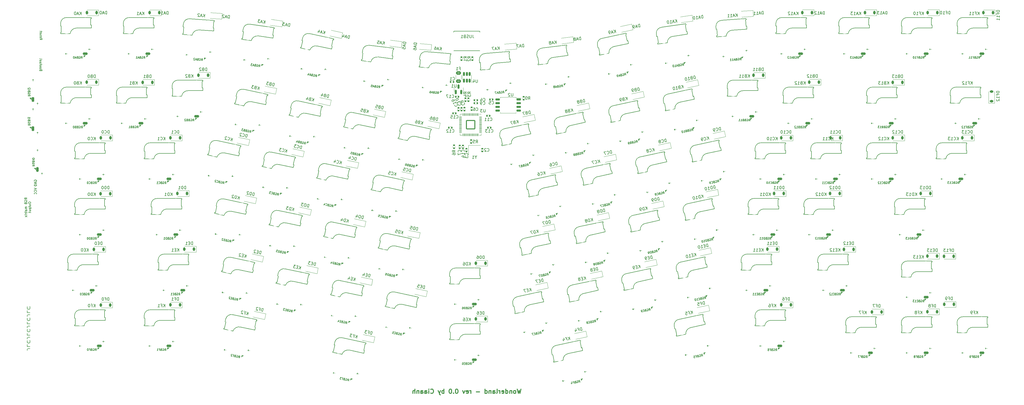
<source format=gbr>
%TF.GenerationSoftware,KiCad,Pcbnew,7.0.10*%
%TF.CreationDate,2024-01-30T23:36:57+01:00*%
%TF.ProjectId,middle,6d696464-6c65-42e6-9b69-6361645f7063,rev?*%
%TF.SameCoordinates,Original*%
%TF.FileFunction,Legend,Bot*%
%TF.FilePolarity,Positive*%
%FSLAX46Y46*%
G04 Gerber Fmt 4.6, Leading zero omitted, Abs format (unit mm)*
G04 Created by KiCad (PCBNEW 7.0.10) date 2024-01-30 23:36:57*
%MOMM*%
%LPD*%
G01*
G04 APERTURE LIST*
G04 Aperture macros list*
%AMRoundRect*
0 Rectangle with rounded corners*
0 $1 Rounding radius*
0 $2 $3 $4 $5 $6 $7 $8 $9 X,Y pos of 4 corners*
0 Add a 4 corners polygon primitive as box body*
4,1,4,$2,$3,$4,$5,$6,$7,$8,$9,$2,$3,0*
0 Add four circle primitives for the rounded corners*
1,1,$1+$1,$2,$3*
1,1,$1+$1,$4,$5*
1,1,$1+$1,$6,$7*
1,1,$1+$1,$8,$9*
0 Add four rect primitives between the rounded corners*
20,1,$1+$1,$2,$3,$4,$5,0*
20,1,$1+$1,$4,$5,$6,$7,0*
20,1,$1+$1,$6,$7,$8,$9,0*
20,1,$1+$1,$8,$9,$2,$3,0*%
%AMRotRect*
0 Rectangle, with rotation*
0 The origin of the aperture is its center*
0 $1 length*
0 $2 width*
0 $3 Rotation angle, in degrees counterclockwise*
0 Add horizontal line*
21,1,$1,$2,0,0,$3*%
G04 Aperture macros list end*
%ADD10C,0.150000*%
%ADD11C,0.300000*%
%ADD12C,0.120000*%
%ADD13C,0.100000*%
%ADD14C,0.200000*%
%ADD15C,1.700000*%
%ADD16C,3.000000*%
%ADD17C,4.100000*%
%ADD18R,2.300000X2.000000*%
%ADD19R,1.700000X0.820000*%
%ADD20RoundRect,0.205000X-0.645000X-0.205000X0.645000X-0.205000X0.645000X0.205000X-0.645000X0.205000X0*%
%ADD21RotRect,1.700000X0.820000X12.000000*%
%ADD22RoundRect,0.205000X-0.588283X-0.334623X0.673527X-0.066417X0.588283X0.334623X-0.673527X0.066417X0*%
%ADD23RotRect,1.700000X0.820000X352.000000*%
%ADD24RoundRect,0.205000X-0.667253X-0.113238X0.610192X-0.292772X0.667253X0.113238X-0.610192X0.292772X0*%
%ADD25RotRect,1.700000X0.820000X8.000000*%
%ADD26RoundRect,0.205000X-0.610192X-0.292772X0.667253X-0.113238X0.610192X0.292772X-0.667253X0.113238X0*%
%ADD27RotRect,1.700000X0.820000X348.000000*%
%ADD28RoundRect,0.205000X-0.673527X-0.066417X0.588283X-0.334623X0.673527X0.066417X-0.588283X0.334623X0*%
%ADD29RotRect,1.700000X0.820000X353.000000*%
%ADD30RoundRect,0.205000X-0.665175X-0.124866X0.615209X-0.282078X0.665175X0.124866X-0.615209X0.282078X0*%
%ADD31RotRect,2.300000X2.000000X168.000000*%
%ADD32RotRect,2.300000X2.000000X192.000000*%
%ADD33RotRect,1.700000X0.820000X4.000000*%
%ADD34RoundRect,0.205000X-0.629129X-0.249494X0.657729X-0.159508X0.629129X0.249494X-0.657729X0.159508X0*%
%ADD35RotRect,2.300000X2.000000X176.000000*%
%ADD36C,3.050000*%
%ADD37C,4.000000*%
%ADD38C,3.800000*%
%ADD39C,1.524000*%
%ADD40C,1.900000*%
%ADD41RotRect,2.300000X2.000000X184.000000*%
%ADD42RotRect,2.300000X2.000000X172.000000*%
%ADD43RotRect,2.300000X2.000000X188.000000*%
%ADD44RotRect,2.300000X2.000000X173.000000*%
%ADD45RotRect,2.300000X2.000000X187.000000*%
%ADD46RotRect,1.700000X0.820000X7.000000*%
%ADD47RoundRect,0.205000X-0.615209X-0.282078X0.665175X-0.124866X0.615209X0.282078X-0.665175X0.124866X0*%
%ADD48R,0.820000X1.700000*%
%ADD49RoundRect,0.205000X-0.205000X0.645000X-0.205000X-0.645000X0.205000X-0.645000X0.205000X0.645000X0*%
%ADD50RotRect,2.300000X2.000000X175.000000*%
%ADD51RotRect,1.700000X0.820000X5.000000*%
%ADD52RoundRect,0.205000X-0.624679X-0.260435X0.660413X-0.148004X0.624679X0.260435X-0.660413X0.148004X0*%
%ADD53RotRect,2.300000X2.000000X185.000000*%
%ADD54RotRect,1.700000X0.820000X356.000000*%
%ADD55RoundRect,0.205000X-0.657729X-0.159508X0.629129X-0.249494X0.657729X0.159508X-0.629129X0.249494X0*%
%ADD56RotRect,1.700000X0.820000X355.000000*%
%ADD57RoundRect,0.205000X-0.660413X-0.148004X0.624679X-0.260435X0.660413X0.148004X-0.624679X0.260435X0*%
%ADD58R,1.700000X1.700000*%
%ADD59O,1.700000X1.700000*%
%ADD60RoundRect,0.225000X0.225000X0.375000X-0.225000X0.375000X-0.225000X-0.375000X0.225000X-0.375000X0*%
%ADD61RoundRect,0.225000X0.142116X0.413585X-0.298050X0.320025X-0.142116X-0.413585X0.298050X-0.320025X0*%
%ADD62RoundRect,0.225000X0.375000X-0.225000X0.375000X0.225000X-0.375000X0.225000X-0.375000X-0.225000X0*%
%ADD63RoundRect,0.225000X0.298050X0.320025X-0.142116X0.413585X-0.298050X-0.320025X0.142116X-0.413585X0*%
%ADD64RoundRect,0.150000X0.150000X-0.587500X0.150000X0.587500X-0.150000X0.587500X-0.150000X-0.587500X0*%
%ADD65RoundRect,0.140000X0.170000X-0.140000X0.170000X0.140000X-0.170000X0.140000X-0.170000X-0.140000X0*%
%ADD66RoundRect,0.140000X-0.140000X-0.170000X0.140000X-0.170000X0.140000X0.170000X-0.140000X0.170000X0*%
%ADD67RoundRect,0.135000X-0.185000X0.135000X-0.185000X-0.135000X0.185000X-0.135000X0.185000X0.135000X0*%
%ADD68RoundRect,0.250000X-0.625000X0.375000X-0.625000X-0.375000X0.625000X-0.375000X0.625000X0.375000X0*%
%ADD69RoundRect,0.135000X0.185000X-0.135000X0.185000X0.135000X-0.185000X0.135000X-0.185000X-0.135000X0*%
%ADD70RoundRect,0.225000X0.250611X0.358391X-0.198293X0.389782X-0.250611X-0.358391X0.198293X-0.389782X0*%
%ADD71RoundRect,0.140000X-0.170000X0.140000X-0.170000X-0.140000X0.170000X-0.140000X0.170000X0.140000X0*%
%ADD72RoundRect,0.150000X0.150000X-0.512500X0.150000X0.512500X-0.150000X0.512500X-0.150000X-0.512500X0*%
%ADD73RoundRect,0.140000X0.140000X0.170000X-0.140000X0.170000X-0.140000X-0.170000X0.140000X-0.170000X0*%
%ADD74RoundRect,0.225000X0.256827X0.353963X-0.191460X0.393183X-0.256827X-0.353963X0.191460X-0.393183X0*%
%ADD75RoundRect,0.225000X0.269024X0.344784X-0.177622X0.399625X-0.269024X-0.344784X0.177622X-0.399625X0*%
%ADD76RoundRect,0.225000X0.170620X0.402664X-0.275000X0.340037X-0.170620X-0.402664X0.275000X-0.340037X0*%
%ADD77RoundRect,0.050000X0.387500X0.050000X-0.387500X0.050000X-0.387500X-0.050000X0.387500X-0.050000X0*%
%ADD78RoundRect,0.050000X0.050000X0.387500X-0.050000X0.387500X-0.050000X-0.387500X0.050000X-0.387500X0*%
%ADD79RoundRect,0.144000X1.456000X1.456000X-1.456000X1.456000X-1.456000X-1.456000X1.456000X-1.456000X0*%
%ADD80RoundRect,0.225000X0.198293X0.389782X-0.250611X0.358391X-0.198293X-0.389782X0.250611X-0.358391X0*%
%ADD81R,1.400000X1.200000*%
%ADD82RoundRect,0.150000X0.650000X0.150000X-0.650000X0.150000X-0.650000X-0.150000X0.650000X-0.150000X0*%
%ADD83RoundRect,0.225000X0.275000X0.340037X-0.170620X0.402664X-0.275000X-0.340037X0.170620X-0.402664X0*%
%ADD84RoundRect,0.225000X0.191460X0.393183X-0.256827X0.353963X-0.191460X-0.393183X0.256827X-0.353963X0*%
%ADD85RoundRect,0.225000X0.177622X0.399625X-0.269024X0.344784X-0.177622X-0.399625X0.269024X-0.344784X0*%
%ADD86C,0.650000*%
%ADD87O,1.108000X2.216000*%
G04 APERTURE END LIST*
D10*
X146632297Y-183143331D02*
X147432297Y-183409998D01*
X147432297Y-183409998D02*
X146632297Y-183676664D01*
X147356106Y-184400474D02*
X147394202Y-184362378D01*
X147394202Y-184362378D02*
X147432297Y-184248093D01*
X147432297Y-184248093D02*
X147432297Y-184171902D01*
X147432297Y-184171902D02*
X147394202Y-184057616D01*
X147394202Y-184057616D02*
X147318011Y-183981426D01*
X147318011Y-183981426D02*
X147241821Y-183943331D01*
X147241821Y-183943331D02*
X147089440Y-183905235D01*
X147089440Y-183905235D02*
X146975154Y-183905235D01*
X146975154Y-183905235D02*
X146822773Y-183943331D01*
X146822773Y-183943331D02*
X146746582Y-183981426D01*
X146746582Y-183981426D02*
X146670392Y-184057616D01*
X146670392Y-184057616D02*
X146632297Y-184171902D01*
X146632297Y-184171902D02*
X146632297Y-184248093D01*
X146632297Y-184248093D02*
X146670392Y-184362378D01*
X146670392Y-184362378D02*
X146708487Y-184400474D01*
X147356106Y-185200474D02*
X147394202Y-185162378D01*
X147394202Y-185162378D02*
X147432297Y-185048093D01*
X147432297Y-185048093D02*
X147432297Y-184971902D01*
X147432297Y-184971902D02*
X147394202Y-184857616D01*
X147394202Y-184857616D02*
X147318011Y-184781426D01*
X147318011Y-184781426D02*
X147241821Y-184743331D01*
X147241821Y-184743331D02*
X147089440Y-184705235D01*
X147089440Y-184705235D02*
X146975154Y-184705235D01*
X146975154Y-184705235D02*
X146822773Y-184743331D01*
X146822773Y-184743331D02*
X146746582Y-184781426D01*
X146746582Y-184781426D02*
X146670392Y-184857616D01*
X146670392Y-184857616D02*
X146632297Y-184971902D01*
X146632297Y-184971902D02*
X146632297Y-185048093D01*
X146632297Y-185048093D02*
X146670392Y-185162378D01*
X146670392Y-185162378D02*
X146708487Y-185200474D01*
X145201465Y-238073374D02*
X144487180Y-238073374D01*
X144487180Y-238073374D02*
X144344323Y-238144803D01*
X144344323Y-238144803D02*
X144249085Y-238287660D01*
X144249085Y-238287660D02*
X144201465Y-238501946D01*
X144201465Y-238501946D02*
X144201465Y-238644803D01*
X144201465Y-236644803D02*
X144201465Y-237359089D01*
X144201465Y-237359089D02*
X145201465Y-237359089D01*
X144296704Y-235287660D02*
X144249085Y-235359088D01*
X144249085Y-235359088D02*
X144201465Y-235573374D01*
X144201465Y-235573374D02*
X144201465Y-235716231D01*
X144201465Y-235716231D02*
X144249085Y-235930517D01*
X144249085Y-235930517D02*
X144344323Y-236073374D01*
X144344323Y-236073374D02*
X144439561Y-236144803D01*
X144439561Y-236144803D02*
X144630037Y-236216231D01*
X144630037Y-236216231D02*
X144772894Y-236216231D01*
X144772894Y-236216231D02*
X144963370Y-236144803D01*
X144963370Y-236144803D02*
X145058608Y-236073374D01*
X145058608Y-236073374D02*
X145153846Y-235930517D01*
X145153846Y-235930517D02*
X145201465Y-235716231D01*
X145201465Y-235716231D02*
X145201465Y-235573374D01*
X145201465Y-235573374D02*
X145153846Y-235359088D01*
X145153846Y-235359088D02*
X145106227Y-235287660D01*
X145201465Y-234216231D02*
X144487180Y-234216231D01*
X144487180Y-234216231D02*
X144344323Y-234287660D01*
X144344323Y-234287660D02*
X144249085Y-234430517D01*
X144249085Y-234430517D02*
X144201465Y-234644803D01*
X144201465Y-234644803D02*
X144201465Y-234787660D01*
X144201465Y-232787660D02*
X144201465Y-233501946D01*
X144201465Y-233501946D02*
X145201465Y-233501946D01*
X144296704Y-231430517D02*
X144249085Y-231501945D01*
X144249085Y-231501945D02*
X144201465Y-231716231D01*
X144201465Y-231716231D02*
X144201465Y-231859088D01*
X144201465Y-231859088D02*
X144249085Y-232073374D01*
X144249085Y-232073374D02*
X144344323Y-232216231D01*
X144344323Y-232216231D02*
X144439561Y-232287660D01*
X144439561Y-232287660D02*
X144630037Y-232359088D01*
X144630037Y-232359088D02*
X144772894Y-232359088D01*
X144772894Y-232359088D02*
X144963370Y-232287660D01*
X144963370Y-232287660D02*
X145058608Y-232216231D01*
X145058608Y-232216231D02*
X145153846Y-232073374D01*
X145153846Y-232073374D02*
X145201465Y-231859088D01*
X145201465Y-231859088D02*
X145201465Y-231716231D01*
X145201465Y-231716231D02*
X145153846Y-231501945D01*
X145153846Y-231501945D02*
X145106227Y-231430517D01*
X145201465Y-230359088D02*
X144487180Y-230359088D01*
X144487180Y-230359088D02*
X144344323Y-230430517D01*
X144344323Y-230430517D02*
X144249085Y-230573374D01*
X144249085Y-230573374D02*
X144201465Y-230787660D01*
X144201465Y-230787660D02*
X144201465Y-230930517D01*
X144201465Y-228930517D02*
X144201465Y-229644803D01*
X144201465Y-229644803D02*
X145201465Y-229644803D01*
X144296704Y-227573374D02*
X144249085Y-227644802D01*
X144249085Y-227644802D02*
X144201465Y-227859088D01*
X144201465Y-227859088D02*
X144201465Y-228001945D01*
X144201465Y-228001945D02*
X144249085Y-228216231D01*
X144249085Y-228216231D02*
X144344323Y-228359088D01*
X144344323Y-228359088D02*
X144439561Y-228430517D01*
X144439561Y-228430517D02*
X144630037Y-228501945D01*
X144630037Y-228501945D02*
X144772894Y-228501945D01*
X144772894Y-228501945D02*
X144963370Y-228430517D01*
X144963370Y-228430517D02*
X145058608Y-228359088D01*
X145058608Y-228359088D02*
X145153846Y-228216231D01*
X145153846Y-228216231D02*
X145201465Y-228001945D01*
X145201465Y-228001945D02*
X145201465Y-227859088D01*
X145201465Y-227859088D02*
X145153846Y-227644802D01*
X145153846Y-227644802D02*
X145106227Y-227573374D01*
X145201465Y-226501945D02*
X144487180Y-226501945D01*
X144487180Y-226501945D02*
X144344323Y-226573374D01*
X144344323Y-226573374D02*
X144249085Y-226716231D01*
X144249085Y-226716231D02*
X144201465Y-226930517D01*
X144201465Y-226930517D02*
X144201465Y-227073374D01*
X144201465Y-225073374D02*
X144201465Y-225787660D01*
X144201465Y-225787660D02*
X145201465Y-225787660D01*
X144296704Y-223716231D02*
X144249085Y-223787659D01*
X144249085Y-223787659D02*
X144201465Y-224001945D01*
X144201465Y-224001945D02*
X144201465Y-224144802D01*
X144201465Y-224144802D02*
X144249085Y-224359088D01*
X144249085Y-224359088D02*
X144344323Y-224501945D01*
X144344323Y-224501945D02*
X144439561Y-224573374D01*
X144439561Y-224573374D02*
X144630037Y-224644802D01*
X144630037Y-224644802D02*
X144772894Y-224644802D01*
X144772894Y-224644802D02*
X144963370Y-224573374D01*
X144963370Y-224573374D02*
X145058608Y-224501945D01*
X145058608Y-224501945D02*
X145153846Y-224359088D01*
X145153846Y-224359088D02*
X145201465Y-224144802D01*
X145201465Y-224144802D02*
X145201465Y-224001945D01*
X145201465Y-224001945D02*
X145153846Y-223787659D01*
X145153846Y-223787659D02*
X145106227Y-223716231D01*
D11*
X313011998Y-251928328D02*
X312654855Y-253428328D01*
X312654855Y-253428328D02*
X312369141Y-252356900D01*
X312369141Y-252356900D02*
X312083426Y-253428328D01*
X312083426Y-253428328D02*
X311726284Y-251928328D01*
X310940569Y-253428328D02*
X311083426Y-253356900D01*
X311083426Y-253356900D02*
X311154855Y-253285471D01*
X311154855Y-253285471D02*
X311226283Y-253142614D01*
X311226283Y-253142614D02*
X311226283Y-252714042D01*
X311226283Y-252714042D02*
X311154855Y-252571185D01*
X311154855Y-252571185D02*
X311083426Y-252499757D01*
X311083426Y-252499757D02*
X310940569Y-252428328D01*
X310940569Y-252428328D02*
X310726283Y-252428328D01*
X310726283Y-252428328D02*
X310583426Y-252499757D01*
X310583426Y-252499757D02*
X310511998Y-252571185D01*
X310511998Y-252571185D02*
X310440569Y-252714042D01*
X310440569Y-252714042D02*
X310440569Y-253142614D01*
X310440569Y-253142614D02*
X310511998Y-253285471D01*
X310511998Y-253285471D02*
X310583426Y-253356900D01*
X310583426Y-253356900D02*
X310726283Y-253428328D01*
X310726283Y-253428328D02*
X310940569Y-253428328D01*
X309797712Y-252428328D02*
X309797712Y-253428328D01*
X309797712Y-252571185D02*
X309726283Y-252499757D01*
X309726283Y-252499757D02*
X309583426Y-252428328D01*
X309583426Y-252428328D02*
X309369140Y-252428328D01*
X309369140Y-252428328D02*
X309226283Y-252499757D01*
X309226283Y-252499757D02*
X309154855Y-252642614D01*
X309154855Y-252642614D02*
X309154855Y-253428328D01*
X307797712Y-253428328D02*
X307797712Y-251928328D01*
X307797712Y-253356900D02*
X307940569Y-253428328D01*
X307940569Y-253428328D02*
X308226283Y-253428328D01*
X308226283Y-253428328D02*
X308369140Y-253356900D01*
X308369140Y-253356900D02*
X308440569Y-253285471D01*
X308440569Y-253285471D02*
X308511997Y-253142614D01*
X308511997Y-253142614D02*
X308511997Y-252714042D01*
X308511997Y-252714042D02*
X308440569Y-252571185D01*
X308440569Y-252571185D02*
X308369140Y-252499757D01*
X308369140Y-252499757D02*
X308226283Y-252428328D01*
X308226283Y-252428328D02*
X307940569Y-252428328D01*
X307940569Y-252428328D02*
X307797712Y-252499757D01*
X306511997Y-253356900D02*
X306654854Y-253428328D01*
X306654854Y-253428328D02*
X306940569Y-253428328D01*
X306940569Y-253428328D02*
X307083426Y-253356900D01*
X307083426Y-253356900D02*
X307154854Y-253214042D01*
X307154854Y-253214042D02*
X307154854Y-252642614D01*
X307154854Y-252642614D02*
X307083426Y-252499757D01*
X307083426Y-252499757D02*
X306940569Y-252428328D01*
X306940569Y-252428328D02*
X306654854Y-252428328D01*
X306654854Y-252428328D02*
X306511997Y-252499757D01*
X306511997Y-252499757D02*
X306440569Y-252642614D01*
X306440569Y-252642614D02*
X306440569Y-252785471D01*
X306440569Y-252785471D02*
X307154854Y-252928328D01*
X305797712Y-253428328D02*
X305797712Y-252428328D01*
X305797712Y-252714042D02*
X305726283Y-252571185D01*
X305726283Y-252571185D02*
X305654855Y-252499757D01*
X305654855Y-252499757D02*
X305511997Y-252428328D01*
X305511997Y-252428328D02*
X305369140Y-252428328D01*
X304654855Y-253428328D02*
X304797712Y-253356900D01*
X304797712Y-253356900D02*
X304869141Y-253214042D01*
X304869141Y-253214042D02*
X304869141Y-251928328D01*
X303440570Y-253428328D02*
X303440570Y-252642614D01*
X303440570Y-252642614D02*
X303511998Y-252499757D01*
X303511998Y-252499757D02*
X303654855Y-252428328D01*
X303654855Y-252428328D02*
X303940570Y-252428328D01*
X303940570Y-252428328D02*
X304083427Y-252499757D01*
X303440570Y-253356900D02*
X303583427Y-253428328D01*
X303583427Y-253428328D02*
X303940570Y-253428328D01*
X303940570Y-253428328D02*
X304083427Y-253356900D01*
X304083427Y-253356900D02*
X304154855Y-253214042D01*
X304154855Y-253214042D02*
X304154855Y-253071185D01*
X304154855Y-253071185D02*
X304083427Y-252928328D01*
X304083427Y-252928328D02*
X303940570Y-252856900D01*
X303940570Y-252856900D02*
X303583427Y-252856900D01*
X303583427Y-252856900D02*
X303440570Y-252785471D01*
X302726284Y-252428328D02*
X302726284Y-253428328D01*
X302726284Y-252571185D02*
X302654855Y-252499757D01*
X302654855Y-252499757D02*
X302511998Y-252428328D01*
X302511998Y-252428328D02*
X302297712Y-252428328D01*
X302297712Y-252428328D02*
X302154855Y-252499757D01*
X302154855Y-252499757D02*
X302083427Y-252642614D01*
X302083427Y-252642614D02*
X302083427Y-253428328D01*
X300726284Y-253428328D02*
X300726284Y-251928328D01*
X300726284Y-253356900D02*
X300869141Y-253428328D01*
X300869141Y-253428328D02*
X301154855Y-253428328D01*
X301154855Y-253428328D02*
X301297712Y-253356900D01*
X301297712Y-253356900D02*
X301369141Y-253285471D01*
X301369141Y-253285471D02*
X301440569Y-253142614D01*
X301440569Y-253142614D02*
X301440569Y-252714042D01*
X301440569Y-252714042D02*
X301369141Y-252571185D01*
X301369141Y-252571185D02*
X301297712Y-252499757D01*
X301297712Y-252499757D02*
X301154855Y-252428328D01*
X301154855Y-252428328D02*
X300869141Y-252428328D01*
X300869141Y-252428328D02*
X300726284Y-252499757D01*
X298869141Y-252856900D02*
X297726284Y-252856900D01*
X295869141Y-253428328D02*
X295869141Y-252428328D01*
X295869141Y-252714042D02*
X295797712Y-252571185D01*
X295797712Y-252571185D02*
X295726284Y-252499757D01*
X295726284Y-252499757D02*
X295583426Y-252428328D01*
X295583426Y-252428328D02*
X295440569Y-252428328D01*
X294369141Y-253356900D02*
X294511998Y-253428328D01*
X294511998Y-253428328D02*
X294797713Y-253428328D01*
X294797713Y-253428328D02*
X294940570Y-253356900D01*
X294940570Y-253356900D02*
X295011998Y-253214042D01*
X295011998Y-253214042D02*
X295011998Y-252642614D01*
X295011998Y-252642614D02*
X294940570Y-252499757D01*
X294940570Y-252499757D02*
X294797713Y-252428328D01*
X294797713Y-252428328D02*
X294511998Y-252428328D01*
X294511998Y-252428328D02*
X294369141Y-252499757D01*
X294369141Y-252499757D02*
X294297713Y-252642614D01*
X294297713Y-252642614D02*
X294297713Y-252785471D01*
X294297713Y-252785471D02*
X295011998Y-252928328D01*
X293797713Y-252428328D02*
X293440570Y-253428328D01*
X293440570Y-253428328D02*
X293083427Y-252428328D01*
X291083427Y-251928328D02*
X290940570Y-251928328D01*
X290940570Y-251928328D02*
X290797713Y-251999757D01*
X290797713Y-251999757D02*
X290726285Y-252071185D01*
X290726285Y-252071185D02*
X290654856Y-252214042D01*
X290654856Y-252214042D02*
X290583427Y-252499757D01*
X290583427Y-252499757D02*
X290583427Y-252856900D01*
X290583427Y-252856900D02*
X290654856Y-253142614D01*
X290654856Y-253142614D02*
X290726285Y-253285471D01*
X290726285Y-253285471D02*
X290797713Y-253356900D01*
X290797713Y-253356900D02*
X290940570Y-253428328D01*
X290940570Y-253428328D02*
X291083427Y-253428328D01*
X291083427Y-253428328D02*
X291226285Y-253356900D01*
X291226285Y-253356900D02*
X291297713Y-253285471D01*
X291297713Y-253285471D02*
X291369142Y-253142614D01*
X291369142Y-253142614D02*
X291440570Y-252856900D01*
X291440570Y-252856900D02*
X291440570Y-252499757D01*
X291440570Y-252499757D02*
X291369142Y-252214042D01*
X291369142Y-252214042D02*
X291297713Y-252071185D01*
X291297713Y-252071185D02*
X291226285Y-251999757D01*
X291226285Y-251999757D02*
X291083427Y-251928328D01*
X289940571Y-253285471D02*
X289869142Y-253356900D01*
X289869142Y-253356900D02*
X289940571Y-253428328D01*
X289940571Y-253428328D02*
X290011999Y-253356900D01*
X290011999Y-253356900D02*
X289940571Y-253285471D01*
X289940571Y-253285471D02*
X289940571Y-253428328D01*
X288940570Y-251928328D02*
X288797713Y-251928328D01*
X288797713Y-251928328D02*
X288654856Y-251999757D01*
X288654856Y-251999757D02*
X288583428Y-252071185D01*
X288583428Y-252071185D02*
X288511999Y-252214042D01*
X288511999Y-252214042D02*
X288440570Y-252499757D01*
X288440570Y-252499757D02*
X288440570Y-252856900D01*
X288440570Y-252856900D02*
X288511999Y-253142614D01*
X288511999Y-253142614D02*
X288583428Y-253285471D01*
X288583428Y-253285471D02*
X288654856Y-253356900D01*
X288654856Y-253356900D02*
X288797713Y-253428328D01*
X288797713Y-253428328D02*
X288940570Y-253428328D01*
X288940570Y-253428328D02*
X289083428Y-253356900D01*
X289083428Y-253356900D02*
X289154856Y-253285471D01*
X289154856Y-253285471D02*
X289226285Y-253142614D01*
X289226285Y-253142614D02*
X289297713Y-252856900D01*
X289297713Y-252856900D02*
X289297713Y-252499757D01*
X289297713Y-252499757D02*
X289226285Y-252214042D01*
X289226285Y-252214042D02*
X289154856Y-252071185D01*
X289154856Y-252071185D02*
X289083428Y-251999757D01*
X289083428Y-251999757D02*
X288940570Y-251928328D01*
X286654857Y-253428328D02*
X286654857Y-251928328D01*
X286654857Y-252499757D02*
X286512000Y-252428328D01*
X286512000Y-252428328D02*
X286226285Y-252428328D01*
X286226285Y-252428328D02*
X286083428Y-252499757D01*
X286083428Y-252499757D02*
X286012000Y-252571185D01*
X286012000Y-252571185D02*
X285940571Y-252714042D01*
X285940571Y-252714042D02*
X285940571Y-253142614D01*
X285940571Y-253142614D02*
X286012000Y-253285471D01*
X286012000Y-253285471D02*
X286083428Y-253356900D01*
X286083428Y-253356900D02*
X286226285Y-253428328D01*
X286226285Y-253428328D02*
X286512000Y-253428328D01*
X286512000Y-253428328D02*
X286654857Y-253356900D01*
X285440571Y-252428328D02*
X285083428Y-253428328D01*
X284726285Y-252428328D02*
X285083428Y-253428328D01*
X285083428Y-253428328D02*
X285226285Y-253785471D01*
X285226285Y-253785471D02*
X285297714Y-253856900D01*
X285297714Y-253856900D02*
X285440571Y-253928328D01*
X282154857Y-253285471D02*
X282226285Y-253356900D01*
X282226285Y-253356900D02*
X282440571Y-253428328D01*
X282440571Y-253428328D02*
X282583428Y-253428328D01*
X282583428Y-253428328D02*
X282797714Y-253356900D01*
X282797714Y-253356900D02*
X282940571Y-253214042D01*
X282940571Y-253214042D02*
X283012000Y-253071185D01*
X283012000Y-253071185D02*
X283083428Y-252785471D01*
X283083428Y-252785471D02*
X283083428Y-252571185D01*
X283083428Y-252571185D02*
X283012000Y-252285471D01*
X283012000Y-252285471D02*
X282940571Y-252142614D01*
X282940571Y-252142614D02*
X282797714Y-251999757D01*
X282797714Y-251999757D02*
X282583428Y-251928328D01*
X282583428Y-251928328D02*
X282440571Y-251928328D01*
X282440571Y-251928328D02*
X282226285Y-251999757D01*
X282226285Y-251999757D02*
X282154857Y-252071185D01*
X281512000Y-253428328D02*
X281512000Y-252428328D01*
X281512000Y-251928328D02*
X281583428Y-251999757D01*
X281583428Y-251999757D02*
X281512000Y-252071185D01*
X281512000Y-252071185D02*
X281440571Y-251999757D01*
X281440571Y-251999757D02*
X281512000Y-251928328D01*
X281512000Y-251928328D02*
X281512000Y-252071185D01*
X280154857Y-253428328D02*
X280154857Y-252642614D01*
X280154857Y-252642614D02*
X280226285Y-252499757D01*
X280226285Y-252499757D02*
X280369142Y-252428328D01*
X280369142Y-252428328D02*
X280654857Y-252428328D01*
X280654857Y-252428328D02*
X280797714Y-252499757D01*
X280154857Y-253356900D02*
X280297714Y-253428328D01*
X280297714Y-253428328D02*
X280654857Y-253428328D01*
X280654857Y-253428328D02*
X280797714Y-253356900D01*
X280797714Y-253356900D02*
X280869142Y-253214042D01*
X280869142Y-253214042D02*
X280869142Y-253071185D01*
X280869142Y-253071185D02*
X280797714Y-252928328D01*
X280797714Y-252928328D02*
X280654857Y-252856900D01*
X280654857Y-252856900D02*
X280297714Y-252856900D01*
X280297714Y-252856900D02*
X280154857Y-252785471D01*
X278797714Y-253428328D02*
X278797714Y-252642614D01*
X278797714Y-252642614D02*
X278869142Y-252499757D01*
X278869142Y-252499757D02*
X279011999Y-252428328D01*
X279011999Y-252428328D02*
X279297714Y-252428328D01*
X279297714Y-252428328D02*
X279440571Y-252499757D01*
X278797714Y-253356900D02*
X278940571Y-253428328D01*
X278940571Y-253428328D02*
X279297714Y-253428328D01*
X279297714Y-253428328D02*
X279440571Y-253356900D01*
X279440571Y-253356900D02*
X279511999Y-253214042D01*
X279511999Y-253214042D02*
X279511999Y-253071185D01*
X279511999Y-253071185D02*
X279440571Y-252928328D01*
X279440571Y-252928328D02*
X279297714Y-252856900D01*
X279297714Y-252856900D02*
X278940571Y-252856900D01*
X278940571Y-252856900D02*
X278797714Y-252785471D01*
X278083428Y-252428328D02*
X278083428Y-253428328D01*
X278083428Y-252571185D02*
X278011999Y-252499757D01*
X278011999Y-252499757D02*
X277869142Y-252428328D01*
X277869142Y-252428328D02*
X277654856Y-252428328D01*
X277654856Y-252428328D02*
X277511999Y-252499757D01*
X277511999Y-252499757D02*
X277440571Y-252642614D01*
X277440571Y-252642614D02*
X277440571Y-253428328D01*
X276726285Y-253428328D02*
X276726285Y-251928328D01*
X276083428Y-253428328D02*
X276083428Y-252642614D01*
X276083428Y-252642614D02*
X276154856Y-252499757D01*
X276154856Y-252499757D02*
X276297713Y-252428328D01*
X276297713Y-252428328D02*
X276511999Y-252428328D01*
X276511999Y-252428328D02*
X276654856Y-252499757D01*
X276654856Y-252499757D02*
X276726285Y-252571185D01*
D10*
X148896752Y-142761431D02*
X148858657Y-142647145D01*
X148858657Y-142647145D02*
X148820561Y-142609050D01*
X148820561Y-142609050D02*
X148744371Y-142570954D01*
X148744371Y-142570954D02*
X148630085Y-142570954D01*
X148630085Y-142570954D02*
X148553895Y-142609050D01*
X148553895Y-142609050D02*
X148515800Y-142647145D01*
X148515800Y-142647145D02*
X148477704Y-142723335D01*
X148477704Y-142723335D02*
X148477704Y-143028097D01*
X148477704Y-143028097D02*
X149277704Y-143028097D01*
X149277704Y-143028097D02*
X149277704Y-142761431D01*
X149277704Y-142761431D02*
X149239609Y-142685240D01*
X149239609Y-142685240D02*
X149201514Y-142647145D01*
X149201514Y-142647145D02*
X149125323Y-142609050D01*
X149125323Y-142609050D02*
X149049133Y-142609050D01*
X149049133Y-142609050D02*
X148972942Y-142647145D01*
X148972942Y-142647145D02*
X148934847Y-142685240D01*
X148934847Y-142685240D02*
X148896752Y-142761431D01*
X148896752Y-142761431D02*
X148896752Y-143028097D01*
X148477704Y-142113812D02*
X148515800Y-142190002D01*
X148515800Y-142190002D02*
X148553895Y-142228097D01*
X148553895Y-142228097D02*
X148630085Y-142266193D01*
X148630085Y-142266193D02*
X148858657Y-142266193D01*
X148858657Y-142266193D02*
X148934847Y-142228097D01*
X148934847Y-142228097D02*
X148972942Y-142190002D01*
X148972942Y-142190002D02*
X149011038Y-142113812D01*
X149011038Y-142113812D02*
X149011038Y-141999526D01*
X149011038Y-141999526D02*
X148972942Y-141923335D01*
X148972942Y-141923335D02*
X148934847Y-141885240D01*
X148934847Y-141885240D02*
X148858657Y-141847145D01*
X148858657Y-141847145D02*
X148630085Y-141847145D01*
X148630085Y-141847145D02*
X148553895Y-141885240D01*
X148553895Y-141885240D02*
X148515800Y-141923335D01*
X148515800Y-141923335D02*
X148477704Y-141999526D01*
X148477704Y-141999526D02*
X148477704Y-142113812D01*
X148477704Y-141390002D02*
X148515800Y-141466192D01*
X148515800Y-141466192D02*
X148553895Y-141504287D01*
X148553895Y-141504287D02*
X148630085Y-141542383D01*
X148630085Y-141542383D02*
X148858657Y-141542383D01*
X148858657Y-141542383D02*
X148934847Y-141504287D01*
X148934847Y-141504287D02*
X148972942Y-141466192D01*
X148972942Y-141466192D02*
X149011038Y-141390002D01*
X149011038Y-141390002D02*
X149011038Y-141275716D01*
X149011038Y-141275716D02*
X148972942Y-141199525D01*
X148972942Y-141199525D02*
X148934847Y-141161430D01*
X148934847Y-141161430D02*
X148858657Y-141123335D01*
X148858657Y-141123335D02*
X148630085Y-141123335D01*
X148630085Y-141123335D02*
X148553895Y-141161430D01*
X148553895Y-141161430D02*
X148515800Y-141199525D01*
X148515800Y-141199525D02*
X148477704Y-141275716D01*
X148477704Y-141275716D02*
X148477704Y-141390002D01*
X149011038Y-140894763D02*
X149011038Y-140590001D01*
X149277704Y-140780477D02*
X148591990Y-140780477D01*
X148591990Y-140780477D02*
X148515800Y-140742382D01*
X148515800Y-140742382D02*
X148477704Y-140666192D01*
X148477704Y-140666192D02*
X148477704Y-140590001D01*
X148515800Y-140361430D02*
X148477704Y-140285239D01*
X148477704Y-140285239D02*
X148477704Y-140132858D01*
X148477704Y-140132858D02*
X148515800Y-140056668D01*
X148515800Y-140056668D02*
X148591990Y-140018572D01*
X148591990Y-140018572D02*
X148630085Y-140018572D01*
X148630085Y-140018572D02*
X148706276Y-140056668D01*
X148706276Y-140056668D02*
X148744371Y-140132858D01*
X148744371Y-140132858D02*
X148744371Y-140247144D01*
X148744371Y-140247144D02*
X148782466Y-140323334D01*
X148782466Y-140323334D02*
X148858657Y-140361430D01*
X148858657Y-140361430D02*
X148896752Y-140361430D01*
X148896752Y-140361430D02*
X148972942Y-140323334D01*
X148972942Y-140323334D02*
X149011038Y-140247144D01*
X149011038Y-140247144D02*
X149011038Y-140132858D01*
X149011038Y-140132858D02*
X148972942Y-140056668D01*
X148515800Y-139370953D02*
X148477704Y-139447144D01*
X148477704Y-139447144D02*
X148477704Y-139599525D01*
X148477704Y-139599525D02*
X148515800Y-139675715D01*
X148515800Y-139675715D02*
X148591990Y-139713811D01*
X148591990Y-139713811D02*
X148896752Y-139713811D01*
X148896752Y-139713811D02*
X148972942Y-139675715D01*
X148972942Y-139675715D02*
X149011038Y-139599525D01*
X149011038Y-139599525D02*
X149011038Y-139447144D01*
X149011038Y-139447144D02*
X148972942Y-139370953D01*
X148972942Y-139370953D02*
X148896752Y-139332858D01*
X148896752Y-139332858D02*
X148820561Y-139332858D01*
X148820561Y-139332858D02*
X148744371Y-139713811D01*
X148477704Y-138875716D02*
X148515800Y-138951906D01*
X148515800Y-138951906D02*
X148591990Y-138990001D01*
X148591990Y-138990001D02*
X149277704Y-138990001D01*
X146650390Y-180790476D02*
X146612295Y-180714286D01*
X146612295Y-180714286D02*
X146612295Y-180600000D01*
X146612295Y-180600000D02*
X146650390Y-180485714D01*
X146650390Y-180485714D02*
X146726580Y-180409524D01*
X146726580Y-180409524D02*
X146802771Y-180371429D01*
X146802771Y-180371429D02*
X146955152Y-180333333D01*
X146955152Y-180333333D02*
X147069438Y-180333333D01*
X147069438Y-180333333D02*
X147221819Y-180371429D01*
X147221819Y-180371429D02*
X147298009Y-180409524D01*
X147298009Y-180409524D02*
X147374200Y-180485714D01*
X147374200Y-180485714D02*
X147412295Y-180600000D01*
X147412295Y-180600000D02*
X147412295Y-180676191D01*
X147412295Y-180676191D02*
X147374200Y-180790476D01*
X147374200Y-180790476D02*
X147336104Y-180828572D01*
X147336104Y-180828572D02*
X147069438Y-180828572D01*
X147069438Y-180828572D02*
X147069438Y-180676191D01*
X147412295Y-181171429D02*
X146612295Y-181171429D01*
X146612295Y-181171429D02*
X147412295Y-181628572D01*
X147412295Y-181628572D02*
X146612295Y-181628572D01*
X147412295Y-182009524D02*
X146612295Y-182009524D01*
X146612295Y-182009524D02*
X146612295Y-182200000D01*
X146612295Y-182200000D02*
X146650390Y-182314286D01*
X146650390Y-182314286D02*
X146726580Y-182390476D01*
X146726580Y-182390476D02*
X146802771Y-182428571D01*
X146802771Y-182428571D02*
X146955152Y-182466667D01*
X146955152Y-182466667D02*
X147069438Y-182466667D01*
X147069438Y-182466667D02*
X147221819Y-182428571D01*
X147221819Y-182428571D02*
X147298009Y-182390476D01*
X147298009Y-182390476D02*
X147374200Y-182314286D01*
X147374200Y-182314286D02*
X147412295Y-182200000D01*
X147412295Y-182200000D02*
X147412295Y-182009524D01*
X148547704Y-131890475D02*
X148928657Y-132157142D01*
X148547704Y-132347618D02*
X149347704Y-132347618D01*
X149347704Y-132347618D02*
X149347704Y-132042856D01*
X149347704Y-132042856D02*
X149309609Y-131966666D01*
X149309609Y-131966666D02*
X149271514Y-131928571D01*
X149271514Y-131928571D02*
X149195323Y-131890475D01*
X149195323Y-131890475D02*
X149081038Y-131890475D01*
X149081038Y-131890475D02*
X149004847Y-131928571D01*
X149004847Y-131928571D02*
X148966752Y-131966666D01*
X148966752Y-131966666D02*
X148928657Y-132042856D01*
X148928657Y-132042856D02*
X148928657Y-132347618D01*
X148585800Y-131242856D02*
X148547704Y-131319047D01*
X148547704Y-131319047D02*
X148547704Y-131471428D01*
X148547704Y-131471428D02*
X148585800Y-131547618D01*
X148585800Y-131547618D02*
X148661990Y-131585714D01*
X148661990Y-131585714D02*
X148966752Y-131585714D01*
X148966752Y-131585714D02*
X149042942Y-131547618D01*
X149042942Y-131547618D02*
X149081038Y-131471428D01*
X149081038Y-131471428D02*
X149081038Y-131319047D01*
X149081038Y-131319047D02*
X149042942Y-131242856D01*
X149042942Y-131242856D02*
X148966752Y-131204761D01*
X148966752Y-131204761D02*
X148890561Y-131204761D01*
X148890561Y-131204761D02*
X148814371Y-131585714D01*
X148585800Y-130900000D02*
X148547704Y-130823809D01*
X148547704Y-130823809D02*
X148547704Y-130671428D01*
X148547704Y-130671428D02*
X148585800Y-130595238D01*
X148585800Y-130595238D02*
X148661990Y-130557142D01*
X148661990Y-130557142D02*
X148700085Y-130557142D01*
X148700085Y-130557142D02*
X148776276Y-130595238D01*
X148776276Y-130595238D02*
X148814371Y-130671428D01*
X148814371Y-130671428D02*
X148814371Y-130785714D01*
X148814371Y-130785714D02*
X148852466Y-130861904D01*
X148852466Y-130861904D02*
X148928657Y-130900000D01*
X148928657Y-130900000D02*
X148966752Y-130900000D01*
X148966752Y-130900000D02*
X149042942Y-130861904D01*
X149042942Y-130861904D02*
X149081038Y-130785714D01*
X149081038Y-130785714D02*
X149081038Y-130671428D01*
X149081038Y-130671428D02*
X149042942Y-130595238D01*
X148585800Y-129909523D02*
X148547704Y-129985714D01*
X148547704Y-129985714D02*
X148547704Y-130138095D01*
X148547704Y-130138095D02*
X148585800Y-130214285D01*
X148585800Y-130214285D02*
X148661990Y-130252381D01*
X148661990Y-130252381D02*
X148966752Y-130252381D01*
X148966752Y-130252381D02*
X149042942Y-130214285D01*
X149042942Y-130214285D02*
X149081038Y-130138095D01*
X149081038Y-130138095D02*
X149081038Y-129985714D01*
X149081038Y-129985714D02*
X149042942Y-129909523D01*
X149042942Y-129909523D02*
X148966752Y-129871428D01*
X148966752Y-129871428D02*
X148890561Y-129871428D01*
X148890561Y-129871428D02*
X148814371Y-130252381D01*
X149081038Y-129642857D02*
X149081038Y-129338095D01*
X149347704Y-129528571D02*
X148661990Y-129528571D01*
X148661990Y-129528571D02*
X148585800Y-129490476D01*
X148585800Y-129490476D02*
X148547704Y-129414286D01*
X148547704Y-129414286D02*
X148547704Y-129338095D01*
X144128300Y-186977143D02*
X143747347Y-186710476D01*
X144128300Y-186520000D02*
X143328300Y-186520000D01*
X143328300Y-186520000D02*
X143328300Y-186824762D01*
X143328300Y-186824762D02*
X143366395Y-186900952D01*
X143366395Y-186900952D02*
X143404490Y-186939047D01*
X143404490Y-186939047D02*
X143480681Y-186977143D01*
X143480681Y-186977143D02*
X143594966Y-186977143D01*
X143594966Y-186977143D02*
X143671157Y-186939047D01*
X143671157Y-186939047D02*
X143709252Y-186900952D01*
X143709252Y-186900952D02*
X143747347Y-186824762D01*
X143747347Y-186824762D02*
X143747347Y-186520000D01*
X143366395Y-187739047D02*
X143328300Y-187662857D01*
X143328300Y-187662857D02*
X143328300Y-187548571D01*
X143328300Y-187548571D02*
X143366395Y-187434285D01*
X143366395Y-187434285D02*
X143442585Y-187358095D01*
X143442585Y-187358095D02*
X143518776Y-187320000D01*
X143518776Y-187320000D02*
X143671157Y-187281904D01*
X143671157Y-187281904D02*
X143785443Y-187281904D01*
X143785443Y-187281904D02*
X143937824Y-187320000D01*
X143937824Y-187320000D02*
X144014014Y-187358095D01*
X144014014Y-187358095D02*
X144090205Y-187434285D01*
X144090205Y-187434285D02*
X144128300Y-187548571D01*
X144128300Y-187548571D02*
X144128300Y-187624762D01*
X144128300Y-187624762D02*
X144090205Y-187739047D01*
X144090205Y-187739047D02*
X144052109Y-187777143D01*
X144052109Y-187777143D02*
X143785443Y-187777143D01*
X143785443Y-187777143D02*
X143785443Y-187624762D01*
X143709252Y-188386666D02*
X143747347Y-188500952D01*
X143747347Y-188500952D02*
X143785443Y-188539047D01*
X143785443Y-188539047D02*
X143861633Y-188577143D01*
X143861633Y-188577143D02*
X143975919Y-188577143D01*
X143975919Y-188577143D02*
X144052109Y-188539047D01*
X144052109Y-188539047D02*
X144090205Y-188500952D01*
X144090205Y-188500952D02*
X144128300Y-188424762D01*
X144128300Y-188424762D02*
X144128300Y-188120000D01*
X144128300Y-188120000D02*
X143328300Y-188120000D01*
X143328300Y-188120000D02*
X143328300Y-188386666D01*
X143328300Y-188386666D02*
X143366395Y-188462857D01*
X143366395Y-188462857D02*
X143404490Y-188500952D01*
X143404490Y-188500952D02*
X143480681Y-188539047D01*
X143480681Y-188539047D02*
X143556871Y-188539047D01*
X143556871Y-188539047D02*
X143633062Y-188500952D01*
X143633062Y-188500952D02*
X143671157Y-188462857D01*
X143671157Y-188462857D02*
X143709252Y-188386666D01*
X143709252Y-188386666D02*
X143709252Y-188120000D01*
X144128300Y-189529524D02*
X143594966Y-189529524D01*
X143671157Y-189529524D02*
X143633062Y-189567619D01*
X143633062Y-189567619D02*
X143594966Y-189643809D01*
X143594966Y-189643809D02*
X143594966Y-189758095D01*
X143594966Y-189758095D02*
X143633062Y-189834286D01*
X143633062Y-189834286D02*
X143709252Y-189872381D01*
X143709252Y-189872381D02*
X144128300Y-189872381D01*
X143709252Y-189872381D02*
X143633062Y-189910476D01*
X143633062Y-189910476D02*
X143594966Y-189986667D01*
X143594966Y-189986667D02*
X143594966Y-190100952D01*
X143594966Y-190100952D02*
X143633062Y-190177143D01*
X143633062Y-190177143D02*
X143709252Y-190215238D01*
X143709252Y-190215238D02*
X144128300Y-190215238D01*
X144128300Y-190939048D02*
X143709252Y-190939048D01*
X143709252Y-190939048D02*
X143633062Y-190900953D01*
X143633062Y-190900953D02*
X143594966Y-190824762D01*
X143594966Y-190824762D02*
X143594966Y-190672381D01*
X143594966Y-190672381D02*
X143633062Y-190596191D01*
X144090205Y-190939048D02*
X144128300Y-190862857D01*
X144128300Y-190862857D02*
X144128300Y-190672381D01*
X144128300Y-190672381D02*
X144090205Y-190596191D01*
X144090205Y-190596191D02*
X144014014Y-190558095D01*
X144014014Y-190558095D02*
X143937824Y-190558095D01*
X143937824Y-190558095D02*
X143861633Y-190596191D01*
X143861633Y-190596191D02*
X143823538Y-190672381D01*
X143823538Y-190672381D02*
X143823538Y-190862857D01*
X143823538Y-190862857D02*
X143785443Y-190939048D01*
X143594966Y-191205715D02*
X143594966Y-191510477D01*
X143328300Y-191320001D02*
X144014014Y-191320001D01*
X144014014Y-191320001D02*
X144090205Y-191358096D01*
X144090205Y-191358096D02*
X144128300Y-191434286D01*
X144128300Y-191434286D02*
X144128300Y-191510477D01*
X144128300Y-191777144D02*
X143594966Y-191777144D01*
X143747347Y-191777144D02*
X143671157Y-191815239D01*
X143671157Y-191815239D02*
X143633062Y-191853334D01*
X143633062Y-191853334D02*
X143594966Y-191929525D01*
X143594966Y-191929525D02*
X143594966Y-192005715D01*
X144128300Y-192272382D02*
X143594966Y-192272382D01*
X143328300Y-192272382D02*
X143366395Y-192234286D01*
X143366395Y-192234286D02*
X143404490Y-192272382D01*
X143404490Y-192272382D02*
X143366395Y-192310477D01*
X143366395Y-192310477D02*
X143328300Y-192272382D01*
X143328300Y-192272382D02*
X143404490Y-192272382D01*
X144128300Y-192577143D02*
X143594966Y-192996191D01*
X143594966Y-192577143D02*
X144128300Y-192996191D01*
X144616300Y-188100952D02*
X144616300Y-188253333D01*
X144616300Y-188253333D02*
X144654395Y-188329523D01*
X144654395Y-188329523D02*
X144730585Y-188405714D01*
X144730585Y-188405714D02*
X144882966Y-188443809D01*
X144882966Y-188443809D02*
X145149633Y-188443809D01*
X145149633Y-188443809D02*
X145302014Y-188405714D01*
X145302014Y-188405714D02*
X145378205Y-188329523D01*
X145378205Y-188329523D02*
X145416300Y-188253333D01*
X145416300Y-188253333D02*
X145416300Y-188100952D01*
X145416300Y-188100952D02*
X145378205Y-188024761D01*
X145378205Y-188024761D02*
X145302014Y-187948571D01*
X145302014Y-187948571D02*
X145149633Y-187910475D01*
X145149633Y-187910475D02*
X144882966Y-187910475D01*
X144882966Y-187910475D02*
X144730585Y-187948571D01*
X144730585Y-187948571D02*
X144654395Y-188024761D01*
X144654395Y-188024761D02*
X144616300Y-188100952D01*
X144882966Y-189129523D02*
X145416300Y-189129523D01*
X144882966Y-188786666D02*
X145302014Y-188786666D01*
X145302014Y-188786666D02*
X145378205Y-188824761D01*
X145378205Y-188824761D02*
X145416300Y-188900951D01*
X145416300Y-188900951D02*
X145416300Y-189015237D01*
X145416300Y-189015237D02*
X145378205Y-189091428D01*
X145378205Y-189091428D02*
X145340109Y-189129523D01*
X144882966Y-189396190D02*
X144882966Y-189700952D01*
X144616300Y-189510476D02*
X145302014Y-189510476D01*
X145302014Y-189510476D02*
X145378205Y-189548571D01*
X145378205Y-189548571D02*
X145416300Y-189624761D01*
X145416300Y-189624761D02*
X145416300Y-189700952D01*
X144882966Y-189967619D02*
X145682966Y-189967619D01*
X144921062Y-189967619D02*
X144882966Y-190043809D01*
X144882966Y-190043809D02*
X144882966Y-190196190D01*
X144882966Y-190196190D02*
X144921062Y-190272381D01*
X144921062Y-190272381D02*
X144959157Y-190310476D01*
X144959157Y-190310476D02*
X145035347Y-190348571D01*
X145035347Y-190348571D02*
X145263919Y-190348571D01*
X145263919Y-190348571D02*
X145340109Y-190310476D01*
X145340109Y-190310476D02*
X145378205Y-190272381D01*
X145378205Y-190272381D02*
X145416300Y-190196190D01*
X145416300Y-190196190D02*
X145416300Y-190043809D01*
X145416300Y-190043809D02*
X145378205Y-189967619D01*
X144882966Y-191034286D02*
X145416300Y-191034286D01*
X144882966Y-190691429D02*
X145302014Y-190691429D01*
X145302014Y-190691429D02*
X145378205Y-190729524D01*
X145378205Y-190729524D02*
X145416300Y-190805714D01*
X145416300Y-190805714D02*
X145416300Y-190920000D01*
X145416300Y-190920000D02*
X145378205Y-190996191D01*
X145378205Y-190996191D02*
X145340109Y-191034286D01*
X144882966Y-191300953D02*
X144882966Y-191605715D01*
X144616300Y-191415239D02*
X145302014Y-191415239D01*
X145302014Y-191415239D02*
X145378205Y-191453334D01*
X145378205Y-191453334D02*
X145416300Y-191529524D01*
X145416300Y-191529524D02*
X145416300Y-191605715D01*
X193720679Y-185737122D02*
X193720679Y-184737122D01*
X193149251Y-185737122D02*
X193577822Y-185165693D01*
X193149251Y-184737122D02*
X193720679Y-185308550D01*
X192720679Y-185737122D02*
X192720679Y-184737122D01*
X192720679Y-184737122D02*
X192482584Y-184737122D01*
X192482584Y-184737122D02*
X192339727Y-184784741D01*
X192339727Y-184784741D02*
X192244489Y-184879979D01*
X192244489Y-184879979D02*
X192196870Y-184975217D01*
X192196870Y-184975217D02*
X192149251Y-185165693D01*
X192149251Y-185165693D02*
X192149251Y-185308550D01*
X192149251Y-185308550D02*
X192196870Y-185499026D01*
X192196870Y-185499026D02*
X192244489Y-185594264D01*
X192244489Y-185594264D02*
X192339727Y-185689503D01*
X192339727Y-185689503D02*
X192482584Y-185737122D01*
X192482584Y-185737122D02*
X192720679Y-185737122D01*
X191196870Y-185737122D02*
X191768298Y-185737122D01*
X191482584Y-185737122D02*
X191482584Y-184737122D01*
X191482584Y-184737122D02*
X191577822Y-184879979D01*
X191577822Y-184879979D02*
X191673060Y-184975217D01*
X191673060Y-184975217D02*
X191768298Y-185022836D01*
X430961666Y-241181033D02*
X431194999Y-240847700D01*
X431361666Y-241181033D02*
X431361666Y-240481033D01*
X431361666Y-240481033D02*
X431094999Y-240481033D01*
X431094999Y-240481033D02*
X431028333Y-240514366D01*
X431028333Y-240514366D02*
X430994999Y-240547700D01*
X430994999Y-240547700D02*
X430961666Y-240614366D01*
X430961666Y-240614366D02*
X430961666Y-240714366D01*
X430961666Y-240714366D02*
X430994999Y-240781033D01*
X430994999Y-240781033D02*
X431028333Y-240814366D01*
X431028333Y-240814366D02*
X431094999Y-240847700D01*
X431094999Y-240847700D02*
X431361666Y-240847700D01*
X430294999Y-240514366D02*
X430361666Y-240481033D01*
X430361666Y-240481033D02*
X430461666Y-240481033D01*
X430461666Y-240481033D02*
X430561666Y-240514366D01*
X430561666Y-240514366D02*
X430628333Y-240581033D01*
X430628333Y-240581033D02*
X430661666Y-240647700D01*
X430661666Y-240647700D02*
X430694999Y-240781033D01*
X430694999Y-240781033D02*
X430694999Y-240881033D01*
X430694999Y-240881033D02*
X430661666Y-241014366D01*
X430661666Y-241014366D02*
X430628333Y-241081033D01*
X430628333Y-241081033D02*
X430561666Y-241147700D01*
X430561666Y-241147700D02*
X430461666Y-241181033D01*
X430461666Y-241181033D02*
X430394999Y-241181033D01*
X430394999Y-241181033D02*
X430294999Y-241147700D01*
X430294999Y-241147700D02*
X430261666Y-241114366D01*
X430261666Y-241114366D02*
X430261666Y-240881033D01*
X430261666Y-240881033D02*
X430394999Y-240881033D01*
X429728333Y-240814366D02*
X429628333Y-240847700D01*
X429628333Y-240847700D02*
X429594999Y-240881033D01*
X429594999Y-240881033D02*
X429561666Y-240947700D01*
X429561666Y-240947700D02*
X429561666Y-241047700D01*
X429561666Y-241047700D02*
X429594999Y-241114366D01*
X429594999Y-241114366D02*
X429628333Y-241147700D01*
X429628333Y-241147700D02*
X429694999Y-241181033D01*
X429694999Y-241181033D02*
X429961666Y-241181033D01*
X429961666Y-241181033D02*
X429961666Y-240481033D01*
X429961666Y-240481033D02*
X429728333Y-240481033D01*
X429728333Y-240481033D02*
X429661666Y-240514366D01*
X429661666Y-240514366D02*
X429628333Y-240547700D01*
X429628333Y-240547700D02*
X429594999Y-240614366D01*
X429594999Y-240614366D02*
X429594999Y-240681033D01*
X429594999Y-240681033D02*
X429628333Y-240747700D01*
X429628333Y-240747700D02*
X429661666Y-240781033D01*
X429661666Y-240781033D02*
X429728333Y-240814366D01*
X429728333Y-240814366D02*
X429961666Y-240814366D01*
X429028333Y-240814366D02*
X429261666Y-240814366D01*
X429261666Y-241181033D02*
X429261666Y-240481033D01*
X429261666Y-240481033D02*
X428928333Y-240481033D01*
X428728333Y-240481033D02*
X428261666Y-240481033D01*
X428261666Y-240481033D02*
X428561666Y-241181033D01*
X391077770Y-145255822D02*
X391077770Y-144255822D01*
X390506342Y-145255822D02*
X390934913Y-144684393D01*
X390506342Y-144255822D02*
X391077770Y-144827250D01*
X389744437Y-144732012D02*
X389601580Y-144779631D01*
X389601580Y-144779631D02*
X389553961Y-144827250D01*
X389553961Y-144827250D02*
X389506342Y-144922488D01*
X389506342Y-144922488D02*
X389506342Y-145065345D01*
X389506342Y-145065345D02*
X389553961Y-145160583D01*
X389553961Y-145160583D02*
X389601580Y-145208203D01*
X389601580Y-145208203D02*
X389696818Y-145255822D01*
X389696818Y-145255822D02*
X390077770Y-145255822D01*
X390077770Y-145255822D02*
X390077770Y-144255822D01*
X390077770Y-144255822D02*
X389744437Y-144255822D01*
X389744437Y-144255822D02*
X389649199Y-144303441D01*
X389649199Y-144303441D02*
X389601580Y-144351060D01*
X389601580Y-144351060D02*
X389553961Y-144446298D01*
X389553961Y-144446298D02*
X389553961Y-144541536D01*
X389553961Y-144541536D02*
X389601580Y-144636774D01*
X389601580Y-144636774D02*
X389649199Y-144684393D01*
X389649199Y-144684393D02*
X389744437Y-144732012D01*
X389744437Y-144732012D02*
X390077770Y-144732012D01*
X388553961Y-145255822D02*
X389125389Y-145255822D01*
X388839675Y-145255822D02*
X388839675Y-144255822D01*
X388839675Y-144255822D02*
X388934913Y-144398679D01*
X388934913Y-144398679D02*
X389030151Y-144493917D01*
X389030151Y-144493917D02*
X389125389Y-144541536D01*
X387601580Y-145255822D02*
X388173008Y-145255822D01*
X387887294Y-145255822D02*
X387887294Y-144255822D01*
X387887294Y-144255822D02*
X387982532Y-144398679D01*
X387982532Y-144398679D02*
X388077770Y-144493917D01*
X388077770Y-144493917D02*
X388173008Y-144541536D01*
X338185889Y-229032603D02*
X338344819Y-228658042D01*
X338577148Y-228949439D02*
X338431610Y-228264736D01*
X338431610Y-228264736D02*
X338170770Y-228320179D01*
X338170770Y-228320179D02*
X338112491Y-228366644D01*
X338112491Y-228366644D02*
X338086816Y-228406180D01*
X338086816Y-228406180D02*
X338068072Y-228478320D01*
X338068072Y-228478320D02*
X338088863Y-228576135D01*
X338088863Y-228576135D02*
X338135329Y-228634414D01*
X338135329Y-228634414D02*
X338174864Y-228660089D01*
X338174864Y-228660089D02*
X338247005Y-228678833D01*
X338247005Y-228678833D02*
X338507844Y-228623390D01*
X337395183Y-228519113D02*
X337453462Y-228472647D01*
X337453462Y-228472647D02*
X337551277Y-228451856D01*
X337551277Y-228451856D02*
X337656022Y-228463670D01*
X337656022Y-228463670D02*
X337735093Y-228515019D01*
X337735093Y-228515019D02*
X337781558Y-228573298D01*
X337781558Y-228573298D02*
X337841885Y-228696788D01*
X337841885Y-228696788D02*
X337862676Y-228794602D01*
X337862676Y-228794602D02*
X337857793Y-228931952D01*
X337857793Y-228931952D02*
X337839048Y-229004093D01*
X337839048Y-229004093D02*
X337787699Y-229083163D01*
X337787699Y-229083163D02*
X337696815Y-229136559D01*
X337696815Y-229136559D02*
X337631605Y-229150420D01*
X337631605Y-229150420D02*
X337526860Y-229138606D01*
X337526860Y-229138606D02*
X337487325Y-229112932D01*
X337487325Y-229112932D02*
X337438812Y-228884697D01*
X337438812Y-228884697D02*
X337569232Y-228856976D01*
X336903272Y-228930374D02*
X336812388Y-228983770D01*
X336812388Y-228983770D02*
X336786714Y-229023305D01*
X336786714Y-229023305D02*
X336767969Y-229095445D01*
X336767969Y-229095445D02*
X336788761Y-229193260D01*
X336788761Y-229193260D02*
X336835226Y-229251540D01*
X336835226Y-229251540D02*
X336874762Y-229277214D01*
X336874762Y-229277214D02*
X336946902Y-229295958D01*
X336946902Y-229295958D02*
X337207741Y-229240515D01*
X337207741Y-229240515D02*
X337062203Y-228555812D01*
X337062203Y-228555812D02*
X336833969Y-228604325D01*
X336833969Y-228604325D02*
X336775689Y-228650790D01*
X336775689Y-228650790D02*
X336750015Y-228690326D01*
X336750015Y-228690326D02*
X336731270Y-228762466D01*
X336731270Y-228762466D02*
X336745131Y-228827676D01*
X336745131Y-228827676D02*
X336791597Y-228885955D01*
X336791597Y-228885955D02*
X336831132Y-228911630D01*
X336831132Y-228911630D02*
X336903272Y-228930374D01*
X336903272Y-228930374D02*
X337131507Y-228881861D01*
X336446804Y-229027399D02*
X336218569Y-229075912D01*
X336196989Y-229455357D02*
X336523038Y-229386053D01*
X336523038Y-229386053D02*
X336377500Y-228701350D01*
X336377500Y-228701350D02*
X336051451Y-228770654D01*
X335722565Y-229147263D02*
X335780845Y-229100797D01*
X335780845Y-229100797D02*
X335806519Y-229061262D01*
X335806519Y-229061262D02*
X335825263Y-228989122D01*
X335825263Y-228989122D02*
X335818333Y-228956517D01*
X335818333Y-228956517D02*
X335771867Y-228898237D01*
X335771867Y-228898237D02*
X335732332Y-228872563D01*
X335732332Y-228872563D02*
X335660192Y-228853819D01*
X335660192Y-228853819D02*
X335529772Y-228881540D01*
X335529772Y-228881540D02*
X335471493Y-228928006D01*
X335471493Y-228928006D02*
X335445818Y-228967541D01*
X335445818Y-228967541D02*
X335427074Y-229039681D01*
X335427074Y-229039681D02*
X335434004Y-229072286D01*
X335434004Y-229072286D02*
X335480470Y-229130566D01*
X335480470Y-229130566D02*
X335520005Y-229156240D01*
X335520005Y-229156240D02*
X335592146Y-229174984D01*
X335592146Y-229174984D02*
X335722565Y-229147263D01*
X335722565Y-229147263D02*
X335794706Y-229166007D01*
X335794706Y-229166007D02*
X335834241Y-229191682D01*
X335834241Y-229191682D02*
X335880707Y-229249961D01*
X335880707Y-229249961D02*
X335908428Y-229380381D01*
X335908428Y-229380381D02*
X335889684Y-229452521D01*
X335889684Y-229452521D02*
X335864009Y-229492056D01*
X335864009Y-229492056D02*
X335805730Y-229538522D01*
X335805730Y-229538522D02*
X335675310Y-229566243D01*
X335675310Y-229566243D02*
X335603170Y-229547499D01*
X335603170Y-229547499D02*
X335563635Y-229521825D01*
X335563635Y-229521825D02*
X335517169Y-229463545D01*
X335517169Y-229463545D02*
X335489447Y-229333126D01*
X335489447Y-229333126D02*
X335508192Y-229260985D01*
X335508192Y-229260985D02*
X335533866Y-229221450D01*
X335533866Y-229221450D02*
X335592146Y-229174984D01*
X223320218Y-141614374D02*
X223597672Y-141316759D01*
X223716325Y-141670043D02*
X223813747Y-140976856D01*
X223813747Y-140976856D02*
X223549675Y-140939743D01*
X223549675Y-140939743D02*
X223479018Y-140963474D01*
X223479018Y-140963474D02*
X223441370Y-140991843D01*
X223441370Y-140991843D02*
X223399083Y-141053222D01*
X223399083Y-141053222D02*
X223385166Y-141152249D01*
X223385166Y-141152249D02*
X223408896Y-141222906D01*
X223408896Y-141222906D02*
X223437266Y-141260554D01*
X223437266Y-141260554D02*
X223498645Y-141302841D01*
X223498645Y-141302841D02*
X223762716Y-141339954D01*
X222752822Y-140861413D02*
X222823479Y-140837683D01*
X222823479Y-140837683D02*
X222922505Y-140851600D01*
X222922505Y-140851600D02*
X223016893Y-140898526D01*
X223016893Y-140898526D02*
X223073633Y-140973822D01*
X223073633Y-140973822D02*
X223097363Y-141044479D01*
X223097363Y-141044479D02*
X223111816Y-141181154D01*
X223111816Y-141181154D02*
X223097899Y-141280181D01*
X223097899Y-141280181D02*
X223046333Y-141407578D01*
X223046333Y-141407578D02*
X223004046Y-141468956D01*
X223004046Y-141468956D02*
X222928750Y-141525696D01*
X222928750Y-141525696D02*
X222825084Y-141544788D01*
X222825084Y-141544788D02*
X222759066Y-141535509D01*
X222759066Y-141535509D02*
X222664679Y-141488583D01*
X222664679Y-141488583D02*
X222636309Y-141450935D01*
X222636309Y-141450935D02*
X222668782Y-141219873D01*
X222668782Y-141219873D02*
X222800818Y-141238429D01*
X222149918Y-141079629D02*
X222046252Y-141098721D01*
X222046252Y-141098721D02*
X222008604Y-141127090D01*
X222008604Y-141127090D02*
X221966317Y-141188469D01*
X221966317Y-141188469D02*
X221952399Y-141287496D01*
X221952399Y-141287496D02*
X221976130Y-141358153D01*
X221976130Y-141358153D02*
X222004500Y-141395801D01*
X222004500Y-141395801D02*
X222065879Y-141438088D01*
X222065879Y-141438088D02*
X222329950Y-141475201D01*
X222329950Y-141475201D02*
X222427371Y-140782013D01*
X222427371Y-140782013D02*
X222196309Y-140749540D01*
X222196309Y-140749540D02*
X222125652Y-140773270D01*
X222125652Y-140773270D02*
X222088004Y-140801640D01*
X222088004Y-140801640D02*
X222045717Y-140863019D01*
X222045717Y-140863019D02*
X222036438Y-140929037D01*
X222036438Y-140929037D02*
X222060169Y-140999694D01*
X222060169Y-140999694D02*
X222088539Y-141037342D01*
X222088539Y-141037342D02*
X222149918Y-141079629D01*
X222149918Y-141079629D02*
X222380980Y-141112103D01*
X221697606Y-141184365D02*
X221367517Y-141137974D01*
X221735789Y-141391697D02*
X221602148Y-140666036D01*
X221602148Y-140666036D02*
X221273664Y-141326750D01*
X221206041Y-140610367D02*
X220776924Y-140550058D01*
X220776924Y-140550058D02*
X220970874Y-140846603D01*
X220970874Y-140846603D02*
X220871847Y-140832686D01*
X220871847Y-140832686D02*
X220801190Y-140856417D01*
X220801190Y-140856417D02*
X220763542Y-140884787D01*
X220763542Y-140884787D02*
X220721255Y-140946165D01*
X220721255Y-140946165D02*
X220698060Y-141111210D01*
X220698060Y-141111210D02*
X220721790Y-141181867D01*
X220721790Y-141181867D02*
X220750160Y-141219515D01*
X220750160Y-141219515D02*
X220811539Y-141261802D01*
X220811539Y-141261802D02*
X221009593Y-141289637D01*
X221009593Y-141289637D02*
X221080250Y-141265906D01*
X221080250Y-141265906D02*
X221117898Y-141237536D01*
X324350150Y-193019459D02*
X324509081Y-192644897D01*
X324741409Y-192936295D02*
X324595871Y-192251591D01*
X324595871Y-192251591D02*
X324335032Y-192307034D01*
X324335032Y-192307034D02*
X324276752Y-192353500D01*
X324276752Y-192353500D02*
X324251078Y-192393035D01*
X324251078Y-192393035D02*
X324232334Y-192465176D01*
X324232334Y-192465176D02*
X324253125Y-192562990D01*
X324253125Y-192562990D02*
X324299591Y-192621270D01*
X324299591Y-192621270D02*
X324339126Y-192646944D01*
X324339126Y-192646944D02*
X324411266Y-192665688D01*
X324411266Y-192665688D02*
X324672106Y-192610245D01*
X323559444Y-192505969D02*
X323617724Y-192459503D01*
X323617724Y-192459503D02*
X323715538Y-192438712D01*
X323715538Y-192438712D02*
X323820284Y-192450525D01*
X323820284Y-192450525D02*
X323899354Y-192501875D01*
X323899354Y-192501875D02*
X323945820Y-192560154D01*
X323945820Y-192560154D02*
X324006146Y-192683643D01*
X324006146Y-192683643D02*
X324026938Y-192781458D01*
X324026938Y-192781458D02*
X324022054Y-192918808D01*
X324022054Y-192918808D02*
X324003310Y-192990948D01*
X324003310Y-192990948D02*
X323951961Y-193070019D01*
X323951961Y-193070019D02*
X323861077Y-193123415D01*
X323861077Y-193123415D02*
X323795867Y-193137276D01*
X323795867Y-193137276D02*
X323691122Y-193125462D01*
X323691122Y-193125462D02*
X323651586Y-193099788D01*
X323651586Y-193099788D02*
X323603074Y-192871553D01*
X323603074Y-192871553D02*
X323733493Y-192843832D01*
X323067534Y-192917229D02*
X322976650Y-192970626D01*
X322976650Y-192970626D02*
X322950975Y-193010161D01*
X322950975Y-193010161D02*
X322932231Y-193082301D01*
X322932231Y-193082301D02*
X322953022Y-193180116D01*
X322953022Y-193180116D02*
X322999488Y-193238395D01*
X322999488Y-193238395D02*
X323039023Y-193264070D01*
X323039023Y-193264070D02*
X323111163Y-193282814D01*
X323111163Y-193282814D02*
X323372003Y-193227371D01*
X323372003Y-193227371D02*
X323226465Y-192542668D01*
X323226465Y-192542668D02*
X322998230Y-192591180D01*
X322998230Y-192591180D02*
X322939951Y-192637646D01*
X322939951Y-192637646D02*
X322914276Y-192677181D01*
X322914276Y-192677181D02*
X322895532Y-192749322D01*
X322895532Y-192749322D02*
X322909393Y-192814531D01*
X322909393Y-192814531D02*
X322955859Y-192872811D01*
X322955859Y-192872811D02*
X322995394Y-192898485D01*
X322995394Y-192898485D02*
X323067534Y-192917229D01*
X323067534Y-192917229D02*
X323295769Y-192868717D01*
X322282180Y-193390864D02*
X322321715Y-193416538D01*
X322321715Y-193416538D02*
X322426460Y-193428352D01*
X322426460Y-193428352D02*
X322491670Y-193414491D01*
X322491670Y-193414491D02*
X322582554Y-193361095D01*
X322582554Y-193361095D02*
X322633903Y-193282025D01*
X322633903Y-193282025D02*
X322652648Y-193209884D01*
X322652648Y-193209884D02*
X322657531Y-193072534D01*
X322657531Y-193072534D02*
X322636740Y-192974720D01*
X322636740Y-192974720D02*
X322576413Y-192851230D01*
X322576413Y-192851230D02*
X322529948Y-192792951D01*
X322529948Y-192792951D02*
X322450877Y-192741602D01*
X322450877Y-192741602D02*
X322346132Y-192729788D01*
X322346132Y-192729788D02*
X322280922Y-192743649D01*
X322280922Y-192743649D02*
X322190038Y-192797045D01*
X322190038Y-192797045D02*
X322164363Y-192836580D01*
X321563614Y-192896117D02*
X321694033Y-192868396D01*
X321694033Y-192868396D02*
X321766174Y-192887140D01*
X321766174Y-192887140D02*
X321805709Y-192912815D01*
X321805709Y-192912815D02*
X321891710Y-192996769D01*
X321891710Y-192996769D02*
X321952036Y-193120258D01*
X321952036Y-193120258D02*
X322007480Y-193381097D01*
X322007480Y-193381097D02*
X321988735Y-193453237D01*
X321988735Y-193453237D02*
X321963061Y-193492773D01*
X321963061Y-193492773D02*
X321904781Y-193539238D01*
X321904781Y-193539238D02*
X321774362Y-193566960D01*
X321774362Y-193566960D02*
X321702221Y-193548216D01*
X321702221Y-193548216D02*
X321662686Y-193522541D01*
X321662686Y-193522541D02*
X321616220Y-193464262D01*
X321616220Y-193464262D02*
X321581569Y-193301237D01*
X321581569Y-193301237D02*
X321600313Y-193229097D01*
X321600313Y-193229097D02*
X321625987Y-193189562D01*
X321625987Y-193189562D02*
X321684267Y-193143096D01*
X321684267Y-193143096D02*
X321814686Y-193115374D01*
X321814686Y-193115374D02*
X321886827Y-193134119D01*
X321886827Y-193134119D02*
X321926362Y-193159793D01*
X321926362Y-193159793D02*
X321972828Y-193218073D01*
X191221666Y-238791033D02*
X191454999Y-238457700D01*
X191621666Y-238791033D02*
X191621666Y-238091033D01*
X191621666Y-238091033D02*
X191354999Y-238091033D01*
X191354999Y-238091033D02*
X191288333Y-238124366D01*
X191288333Y-238124366D02*
X191254999Y-238157700D01*
X191254999Y-238157700D02*
X191221666Y-238224366D01*
X191221666Y-238224366D02*
X191221666Y-238324366D01*
X191221666Y-238324366D02*
X191254999Y-238391033D01*
X191254999Y-238391033D02*
X191288333Y-238424366D01*
X191288333Y-238424366D02*
X191354999Y-238457700D01*
X191354999Y-238457700D02*
X191621666Y-238457700D01*
X190554999Y-238124366D02*
X190621666Y-238091033D01*
X190621666Y-238091033D02*
X190721666Y-238091033D01*
X190721666Y-238091033D02*
X190821666Y-238124366D01*
X190821666Y-238124366D02*
X190888333Y-238191033D01*
X190888333Y-238191033D02*
X190921666Y-238257700D01*
X190921666Y-238257700D02*
X190954999Y-238391033D01*
X190954999Y-238391033D02*
X190954999Y-238491033D01*
X190954999Y-238491033D02*
X190921666Y-238624366D01*
X190921666Y-238624366D02*
X190888333Y-238691033D01*
X190888333Y-238691033D02*
X190821666Y-238757700D01*
X190821666Y-238757700D02*
X190721666Y-238791033D01*
X190721666Y-238791033D02*
X190654999Y-238791033D01*
X190654999Y-238791033D02*
X190554999Y-238757700D01*
X190554999Y-238757700D02*
X190521666Y-238724366D01*
X190521666Y-238724366D02*
X190521666Y-238491033D01*
X190521666Y-238491033D02*
X190654999Y-238491033D01*
X189988333Y-238424366D02*
X189888333Y-238457700D01*
X189888333Y-238457700D02*
X189854999Y-238491033D01*
X189854999Y-238491033D02*
X189821666Y-238557700D01*
X189821666Y-238557700D02*
X189821666Y-238657700D01*
X189821666Y-238657700D02*
X189854999Y-238724366D01*
X189854999Y-238724366D02*
X189888333Y-238757700D01*
X189888333Y-238757700D02*
X189954999Y-238791033D01*
X189954999Y-238791033D02*
X190221666Y-238791033D01*
X190221666Y-238791033D02*
X190221666Y-238091033D01*
X190221666Y-238091033D02*
X189988333Y-238091033D01*
X189988333Y-238091033D02*
X189921666Y-238124366D01*
X189921666Y-238124366D02*
X189888333Y-238157700D01*
X189888333Y-238157700D02*
X189854999Y-238224366D01*
X189854999Y-238224366D02*
X189854999Y-238291033D01*
X189854999Y-238291033D02*
X189888333Y-238357700D01*
X189888333Y-238357700D02*
X189921666Y-238391033D01*
X189921666Y-238391033D02*
X189988333Y-238424366D01*
X189988333Y-238424366D02*
X190221666Y-238424366D01*
X189288333Y-238424366D02*
X189521666Y-238424366D01*
X189521666Y-238791033D02*
X189521666Y-238091033D01*
X189521666Y-238091033D02*
X189188333Y-238091033D01*
X188554999Y-238791033D02*
X188954999Y-238791033D01*
X188754999Y-238791033D02*
X188754999Y-238091033D01*
X188754999Y-238091033D02*
X188821666Y-238191033D01*
X188821666Y-238191033D02*
X188888333Y-238257700D01*
X188888333Y-238257700D02*
X188954999Y-238291033D01*
X398221570Y-185737122D02*
X398221570Y-184737122D01*
X397650142Y-185737122D02*
X398078713Y-185165693D01*
X397650142Y-184737122D02*
X398221570Y-185308550D01*
X397221570Y-185737122D02*
X397221570Y-184737122D01*
X397221570Y-184737122D02*
X396983475Y-184737122D01*
X396983475Y-184737122D02*
X396840618Y-184784741D01*
X396840618Y-184784741D02*
X396745380Y-184879979D01*
X396745380Y-184879979D02*
X396697761Y-184975217D01*
X396697761Y-184975217D02*
X396650142Y-185165693D01*
X396650142Y-185165693D02*
X396650142Y-185308550D01*
X396650142Y-185308550D02*
X396697761Y-185499026D01*
X396697761Y-185499026D02*
X396745380Y-185594264D01*
X396745380Y-185594264D02*
X396840618Y-185689503D01*
X396840618Y-185689503D02*
X396983475Y-185737122D01*
X396983475Y-185737122D02*
X397221570Y-185737122D01*
X395697761Y-185737122D02*
X396269189Y-185737122D01*
X395983475Y-185737122D02*
X395983475Y-184737122D01*
X395983475Y-184737122D02*
X396078713Y-184879979D01*
X396078713Y-184879979D02*
X396173951Y-184975217D01*
X396173951Y-184975217D02*
X396269189Y-185022836D01*
X394745380Y-185737122D02*
X395316808Y-185737122D01*
X395031094Y-185737122D02*
X395031094Y-184737122D01*
X395031094Y-184737122D02*
X395126332Y-184879979D01*
X395126332Y-184879979D02*
X395221570Y-184975217D01*
X395221570Y-184975217D02*
X395316808Y-185022836D01*
X398005000Y-200701033D02*
X398238333Y-200367700D01*
X398405000Y-200701033D02*
X398405000Y-200001033D01*
X398405000Y-200001033D02*
X398138333Y-200001033D01*
X398138333Y-200001033D02*
X398071667Y-200034366D01*
X398071667Y-200034366D02*
X398038333Y-200067700D01*
X398038333Y-200067700D02*
X398005000Y-200134366D01*
X398005000Y-200134366D02*
X398005000Y-200234366D01*
X398005000Y-200234366D02*
X398038333Y-200301033D01*
X398038333Y-200301033D02*
X398071667Y-200334366D01*
X398071667Y-200334366D02*
X398138333Y-200367700D01*
X398138333Y-200367700D02*
X398405000Y-200367700D01*
X397338333Y-200034366D02*
X397405000Y-200001033D01*
X397405000Y-200001033D02*
X397505000Y-200001033D01*
X397505000Y-200001033D02*
X397605000Y-200034366D01*
X397605000Y-200034366D02*
X397671667Y-200101033D01*
X397671667Y-200101033D02*
X397705000Y-200167700D01*
X397705000Y-200167700D02*
X397738333Y-200301033D01*
X397738333Y-200301033D02*
X397738333Y-200401033D01*
X397738333Y-200401033D02*
X397705000Y-200534366D01*
X397705000Y-200534366D02*
X397671667Y-200601033D01*
X397671667Y-200601033D02*
X397605000Y-200667700D01*
X397605000Y-200667700D02*
X397505000Y-200701033D01*
X397505000Y-200701033D02*
X397438333Y-200701033D01*
X397438333Y-200701033D02*
X397338333Y-200667700D01*
X397338333Y-200667700D02*
X397305000Y-200634366D01*
X397305000Y-200634366D02*
X397305000Y-200401033D01*
X397305000Y-200401033D02*
X397438333Y-200401033D01*
X396771667Y-200334366D02*
X396671667Y-200367700D01*
X396671667Y-200367700D02*
X396638333Y-200401033D01*
X396638333Y-200401033D02*
X396605000Y-200467700D01*
X396605000Y-200467700D02*
X396605000Y-200567700D01*
X396605000Y-200567700D02*
X396638333Y-200634366D01*
X396638333Y-200634366D02*
X396671667Y-200667700D01*
X396671667Y-200667700D02*
X396738333Y-200701033D01*
X396738333Y-200701033D02*
X397005000Y-200701033D01*
X397005000Y-200701033D02*
X397005000Y-200001033D01*
X397005000Y-200001033D02*
X396771667Y-200001033D01*
X396771667Y-200001033D02*
X396705000Y-200034366D01*
X396705000Y-200034366D02*
X396671667Y-200067700D01*
X396671667Y-200067700D02*
X396638333Y-200134366D01*
X396638333Y-200134366D02*
X396638333Y-200201033D01*
X396638333Y-200201033D02*
X396671667Y-200267700D01*
X396671667Y-200267700D02*
X396705000Y-200301033D01*
X396705000Y-200301033D02*
X396771667Y-200334366D01*
X396771667Y-200334366D02*
X397005000Y-200334366D01*
X396305000Y-200701033D02*
X396305000Y-200001033D01*
X396305000Y-200001033D02*
X396138333Y-200001033D01*
X396138333Y-200001033D02*
X396038333Y-200034366D01*
X396038333Y-200034366D02*
X395971667Y-200101033D01*
X395971667Y-200101033D02*
X395938333Y-200167700D01*
X395938333Y-200167700D02*
X395905000Y-200301033D01*
X395905000Y-200301033D02*
X395905000Y-200401033D01*
X395905000Y-200401033D02*
X395938333Y-200534366D01*
X395938333Y-200534366D02*
X395971667Y-200601033D01*
X395971667Y-200601033D02*
X396038333Y-200667700D01*
X396038333Y-200667700D02*
X396138333Y-200701033D01*
X396138333Y-200701033D02*
X396305000Y-200701033D01*
X395238333Y-200701033D02*
X395638333Y-200701033D01*
X395438333Y-200701033D02*
X395438333Y-200001033D01*
X395438333Y-200001033D02*
X395505000Y-200101033D01*
X395505000Y-200101033D02*
X395571667Y-200167700D01*
X395571667Y-200167700D02*
X395638333Y-200201033D01*
X394571666Y-200701033D02*
X394971666Y-200701033D01*
X394771666Y-200701033D02*
X394771666Y-200001033D01*
X394771666Y-200001033D02*
X394838333Y-200101033D01*
X394838333Y-200101033D02*
X394905000Y-200167700D01*
X394905000Y-200167700D02*
X394971666Y-200201033D01*
X368217136Y-141255719D02*
X368401807Y-140893156D01*
X368613243Y-141200050D02*
X368515822Y-140506862D01*
X368515822Y-140506862D02*
X368251750Y-140543975D01*
X368251750Y-140543975D02*
X368190372Y-140586262D01*
X368190372Y-140586262D02*
X368162002Y-140623910D01*
X368162002Y-140623910D02*
X368138271Y-140694567D01*
X368138271Y-140694567D02*
X368152188Y-140793594D01*
X368152188Y-140793594D02*
X368194476Y-140854973D01*
X368194476Y-140854973D02*
X368232124Y-140883343D01*
X368232124Y-140883343D02*
X368302781Y-140907073D01*
X368302781Y-140907073D02*
X368566852Y-140869961D01*
X367464175Y-140688323D02*
X367525554Y-140646035D01*
X367525554Y-140646035D02*
X367624581Y-140632118D01*
X367624581Y-140632118D02*
X367728247Y-140651210D01*
X367728247Y-140651210D02*
X367803543Y-140707949D01*
X367803543Y-140707949D02*
X367845830Y-140769328D01*
X367845830Y-140769328D02*
X367897395Y-140896725D01*
X367897395Y-140896725D02*
X367911312Y-140995752D01*
X367911312Y-140995752D02*
X367896860Y-141132426D01*
X367896860Y-141132426D02*
X367873129Y-141203083D01*
X367873129Y-141203083D02*
X367816390Y-141278379D01*
X367816390Y-141278379D02*
X367722002Y-141325306D01*
X367722002Y-141325306D02*
X367655984Y-141334584D01*
X367655984Y-141334584D02*
X367552318Y-141315492D01*
X367552318Y-141315492D02*
X367514670Y-141287122D01*
X367514670Y-141287122D02*
X367482196Y-141056060D01*
X367482196Y-141056060D02*
X367614232Y-141037504D01*
X366944775Y-141064268D02*
X366850387Y-141111194D01*
X366850387Y-141111194D02*
X366822018Y-141148842D01*
X366822018Y-141148842D02*
X366798287Y-141219499D01*
X366798287Y-141219499D02*
X366812204Y-141318526D01*
X366812204Y-141318526D02*
X366854491Y-141379905D01*
X366854491Y-141379905D02*
X366892139Y-141408274D01*
X366892139Y-141408274D02*
X366962796Y-141432005D01*
X366962796Y-141432005D02*
X367226868Y-141394892D01*
X367226868Y-141394892D02*
X367129447Y-140701705D01*
X367129447Y-140701705D02*
X366898384Y-140734178D01*
X366898384Y-140734178D02*
X366837005Y-140776465D01*
X366837005Y-140776465D02*
X366808635Y-140814114D01*
X366808635Y-140814114D02*
X366784905Y-140884771D01*
X366784905Y-140884771D02*
X366794183Y-140950788D01*
X366794183Y-140950788D02*
X366836470Y-141012167D01*
X366836470Y-141012167D02*
X366874118Y-141040537D01*
X366874118Y-141040537D02*
X366944775Y-141064268D01*
X366944775Y-141064268D02*
X367175838Y-141031794D01*
X366538854Y-141289621D02*
X366208765Y-141336012D01*
X366632707Y-141478396D02*
X366304223Y-140817682D01*
X366304223Y-140817682D02*
X366170582Y-141543344D01*
X365576421Y-141626847D02*
X365972528Y-141571178D01*
X365774475Y-141599013D02*
X365677053Y-140905825D01*
X365677053Y-140905825D02*
X365756989Y-140995574D01*
X365756989Y-140995574D02*
X365832285Y-141052313D01*
X365832285Y-141052313D02*
X365902942Y-141076044D01*
X365049883Y-140993968D02*
X364983865Y-141003246D01*
X364983865Y-141003246D02*
X364922487Y-141045534D01*
X364922487Y-141045534D02*
X364894117Y-141083182D01*
X364894117Y-141083182D02*
X364870386Y-141153839D01*
X364870386Y-141153839D02*
X364855934Y-141290513D01*
X364855934Y-141290513D02*
X364879129Y-141455558D01*
X364879129Y-141455558D02*
X364930694Y-141582955D01*
X364930694Y-141582955D02*
X364972982Y-141644333D01*
X364972982Y-141644333D02*
X365010630Y-141672703D01*
X365010630Y-141672703D02*
X365081287Y-141696434D01*
X365081287Y-141696434D02*
X365147305Y-141687156D01*
X365147305Y-141687156D02*
X365208683Y-141644869D01*
X365208683Y-141644869D02*
X365237053Y-141607221D01*
X365237053Y-141607221D02*
X365260784Y-141536564D01*
X365260784Y-141536564D02*
X365275236Y-141399889D01*
X365275236Y-141399889D02*
X365252041Y-141234844D01*
X365252041Y-141234844D02*
X365200476Y-141107448D01*
X365200476Y-141107448D02*
X365158188Y-141046069D01*
X365158188Y-141046069D02*
X365120540Y-141017699D01*
X365120540Y-141017699D02*
X365049883Y-140993968D01*
X438702770Y-166687122D02*
X438702770Y-165687122D01*
X438131342Y-166687122D02*
X438559913Y-166115693D01*
X438131342Y-165687122D02*
X438702770Y-166258550D01*
X437131342Y-166591883D02*
X437178961Y-166639503D01*
X437178961Y-166639503D02*
X437321818Y-166687122D01*
X437321818Y-166687122D02*
X437417056Y-166687122D01*
X437417056Y-166687122D02*
X437559913Y-166639503D01*
X437559913Y-166639503D02*
X437655151Y-166544264D01*
X437655151Y-166544264D02*
X437702770Y-166449026D01*
X437702770Y-166449026D02*
X437750389Y-166258550D01*
X437750389Y-166258550D02*
X437750389Y-166115693D01*
X437750389Y-166115693D02*
X437702770Y-165925217D01*
X437702770Y-165925217D02*
X437655151Y-165829979D01*
X437655151Y-165829979D02*
X437559913Y-165734741D01*
X437559913Y-165734741D02*
X437417056Y-165687122D01*
X437417056Y-165687122D02*
X437321818Y-165687122D01*
X437321818Y-165687122D02*
X437178961Y-165734741D01*
X437178961Y-165734741D02*
X437131342Y-165782360D01*
X436178961Y-166687122D02*
X436750389Y-166687122D01*
X436464675Y-166687122D02*
X436464675Y-165687122D01*
X436464675Y-165687122D02*
X436559913Y-165829979D01*
X436559913Y-165829979D02*
X436655151Y-165925217D01*
X436655151Y-165925217D02*
X436750389Y-165972836D01*
X435798008Y-165782360D02*
X435750389Y-165734741D01*
X435750389Y-165734741D02*
X435655151Y-165687122D01*
X435655151Y-165687122D02*
X435417056Y-165687122D01*
X435417056Y-165687122D02*
X435321818Y-165734741D01*
X435321818Y-165734741D02*
X435274199Y-165782360D01*
X435274199Y-165782360D02*
X435226580Y-165877598D01*
X435226580Y-165877598D02*
X435226580Y-165972836D01*
X435226580Y-165972836D02*
X435274199Y-166115693D01*
X435274199Y-166115693D02*
X435845627Y-166687122D01*
X435845627Y-166687122D02*
X435226580Y-166687122D01*
X253704732Y-249113841D02*
X254002270Y-248836304D01*
X254095991Y-249197005D02*
X254241529Y-248512302D01*
X254241529Y-248512302D02*
X253980690Y-248456859D01*
X253980690Y-248456859D02*
X253908550Y-248475603D01*
X253908550Y-248475603D02*
X253869014Y-248501278D01*
X253869014Y-248501278D02*
X253822549Y-248559557D01*
X253822549Y-248559557D02*
X253801757Y-248657372D01*
X253801757Y-248657372D02*
X253820502Y-248729512D01*
X253820502Y-248729512D02*
X253846176Y-248769047D01*
X253846176Y-248769047D02*
X253904456Y-248815513D01*
X253904456Y-248815513D02*
X254165295Y-248870956D01*
X253191241Y-248323135D02*
X253263382Y-248304390D01*
X253263382Y-248304390D02*
X253361196Y-248325182D01*
X253361196Y-248325182D02*
X253452081Y-248378578D01*
X253452081Y-248378578D02*
X253503430Y-248457648D01*
X253503430Y-248457648D02*
X253522174Y-248529789D01*
X253522174Y-248529789D02*
X253527057Y-248667139D01*
X253527057Y-248667139D02*
X253506266Y-248764953D01*
X253506266Y-248764953D02*
X253445940Y-248888443D01*
X253445940Y-248888443D02*
X253399474Y-248946722D01*
X253399474Y-248946722D02*
X253320403Y-248998071D01*
X253320403Y-248998071D02*
X253215658Y-249009885D01*
X253215658Y-249009885D02*
X253150448Y-248996024D01*
X253150448Y-248996024D02*
X253059564Y-248942628D01*
X253059564Y-248942628D02*
X253033889Y-248903093D01*
X253033889Y-248903093D02*
X253082402Y-248674858D01*
X253082402Y-248674858D02*
X253212822Y-248702580D01*
X252574584Y-248498762D02*
X252469839Y-248510576D01*
X252469839Y-248510576D02*
X252430304Y-248536250D01*
X252430304Y-248536250D02*
X252383838Y-248594530D01*
X252383838Y-248594530D02*
X252363047Y-248692345D01*
X252363047Y-248692345D02*
X252381791Y-248764485D01*
X252381791Y-248764485D02*
X252407466Y-248804020D01*
X252407466Y-248804020D02*
X252465745Y-248850486D01*
X252465745Y-248850486D02*
X252726584Y-248905929D01*
X252726584Y-248905929D02*
X252872123Y-248221226D01*
X252872123Y-248221226D02*
X252643888Y-248172713D01*
X252643888Y-248172713D02*
X252571748Y-248191457D01*
X252571748Y-248191457D02*
X252532213Y-248217132D01*
X252532213Y-248217132D02*
X252485747Y-248275411D01*
X252485747Y-248275411D02*
X252471886Y-248340621D01*
X252471886Y-248340621D02*
X252490630Y-248412761D01*
X252490630Y-248412761D02*
X252516305Y-248452296D01*
X252516305Y-248452296D02*
X252574584Y-248498762D01*
X252574584Y-248498762D02*
X252802819Y-248547275D01*
X251889881Y-248353224D02*
X252118115Y-248401737D01*
X252041881Y-248760391D02*
X252187419Y-248075688D01*
X252187419Y-248075688D02*
X251861370Y-248006384D01*
X251665741Y-247964801D02*
X251241877Y-247874706D01*
X251241877Y-247874706D02*
X251414668Y-248184058D01*
X251414668Y-248184058D02*
X251316853Y-248163267D01*
X251316853Y-248163267D02*
X251244713Y-248182011D01*
X251244713Y-248182011D02*
X251205178Y-248207686D01*
X251205178Y-248207686D02*
X251158712Y-248265965D01*
X251158712Y-248265965D02*
X251124060Y-248428990D01*
X251124060Y-248428990D02*
X251142804Y-248501130D01*
X251142804Y-248501130D02*
X251168479Y-248540665D01*
X251168479Y-248540665D02*
X251226758Y-248587131D01*
X251226758Y-248587131D02*
X251422388Y-248628713D01*
X251422388Y-248628713D02*
X251494528Y-248609969D01*
X251494528Y-248609969D02*
X251534063Y-248584295D01*
X264348902Y-148809112D02*
X264621119Y-148506699D01*
X264745920Y-148857859D02*
X264831229Y-148163077D01*
X264831229Y-148163077D02*
X264566550Y-148130579D01*
X264566550Y-148130579D02*
X264496318Y-148155539D01*
X264496318Y-148155539D02*
X264459170Y-148184561D01*
X264459170Y-148184561D02*
X264417961Y-148246669D01*
X264417961Y-148246669D02*
X264405774Y-148345923D01*
X264405774Y-148345923D02*
X264430734Y-148416155D01*
X264430734Y-148416155D02*
X264459757Y-148453303D01*
X264459757Y-148453303D02*
X264521864Y-148494512D01*
X264521864Y-148494512D02*
X264786543Y-148527011D01*
X263768450Y-148066168D02*
X263838682Y-148041208D01*
X263838682Y-148041208D02*
X263937937Y-148053395D01*
X263937937Y-148053395D02*
X264033129Y-148098666D01*
X264033129Y-148098666D02*
X264091174Y-148172961D01*
X264091174Y-148172961D02*
X264116135Y-148243193D01*
X264116135Y-148243193D02*
X264132970Y-148379595D01*
X264132970Y-148379595D02*
X264120783Y-148478849D01*
X264120783Y-148478849D02*
X264071449Y-148607126D01*
X264071449Y-148607126D02*
X264030240Y-148669234D01*
X264030240Y-148669234D02*
X263955945Y-148727279D01*
X263955945Y-148727279D02*
X263852629Y-148748177D01*
X263852629Y-148748177D02*
X263786459Y-148740052D01*
X263786459Y-148740052D02*
X263691266Y-148694780D01*
X263691266Y-148694780D02*
X263662244Y-148657633D01*
X263662244Y-148657633D02*
X263690680Y-148426039D01*
X263690680Y-148426039D02*
X263823020Y-148442288D01*
X263169447Y-148294872D02*
X263066130Y-148315770D01*
X263066130Y-148315770D02*
X263028983Y-148344793D01*
X263028983Y-148344793D02*
X262987773Y-148406900D01*
X262987773Y-148406900D02*
X262975586Y-148506155D01*
X262975586Y-148506155D02*
X263000546Y-148576387D01*
X263000546Y-148576387D02*
X263029569Y-148613534D01*
X263029569Y-148613534D02*
X263091676Y-148654744D01*
X263091676Y-148654744D02*
X263356355Y-148687242D01*
X263356355Y-148687242D02*
X263441664Y-147992460D01*
X263441664Y-147992460D02*
X263210070Y-147964024D01*
X263210070Y-147964024D02*
X263139838Y-147988984D01*
X263139838Y-147988984D02*
X263102691Y-148018007D01*
X263102691Y-148018007D02*
X263061481Y-148080114D01*
X263061481Y-148080114D02*
X263053357Y-148146284D01*
X263053357Y-148146284D02*
X263078317Y-148216516D01*
X263078317Y-148216516D02*
X263107339Y-148253663D01*
X263107339Y-148253663D02*
X263169447Y-148294872D01*
X263169447Y-148294872D02*
X263401041Y-148323309D01*
X262719032Y-148407487D02*
X262388183Y-148366864D01*
X262760828Y-148614121D02*
X262614542Y-147890902D01*
X262614542Y-147890902D02*
X262297640Y-148557248D01*
X261820505Y-147793407D02*
X262151354Y-147834030D01*
X262151354Y-147834030D02*
X262143816Y-148168941D01*
X262143816Y-148168941D02*
X262114793Y-148131794D01*
X262114793Y-148131794D02*
X262052686Y-148090584D01*
X262052686Y-148090584D02*
X261887261Y-148070273D01*
X261887261Y-148070273D02*
X261817029Y-148095233D01*
X261817029Y-148095233D02*
X261779882Y-148124255D01*
X261779882Y-148124255D02*
X261738673Y-148186363D01*
X261738673Y-148186363D02*
X261718361Y-148351787D01*
X261718361Y-148351787D02*
X261743321Y-148422019D01*
X261743321Y-148422019D02*
X261772344Y-148459166D01*
X261772344Y-148459166D02*
X261834451Y-148500376D01*
X261834451Y-148500376D02*
X261999876Y-148520687D01*
X261999876Y-148520687D02*
X262070108Y-148495727D01*
X262070108Y-148495727D02*
X262107255Y-148466705D01*
X251470653Y-174921831D02*
X251678564Y-173943683D01*
X250911711Y-174803024D02*
X251449724Y-174333188D01*
X251119623Y-173824877D02*
X251559758Y-174502625D01*
X249953365Y-174501956D02*
X249990043Y-174558435D01*
X249990043Y-174558435D02*
X250119877Y-174634715D01*
X250119877Y-174634715D02*
X250213034Y-174654516D01*
X250213034Y-174654516D02*
X250362670Y-174637639D01*
X250362670Y-174637639D02*
X250475628Y-174564283D01*
X250475628Y-174564283D02*
X250542008Y-174481027D01*
X250542008Y-174481027D02*
X250628189Y-174304614D01*
X250628189Y-174304614D02*
X250657890Y-174164878D01*
X250657890Y-174164878D02*
X250650914Y-173968664D01*
X250650914Y-173968664D02*
X250624137Y-173865607D01*
X250624137Y-173865607D02*
X250550781Y-173752649D01*
X250550781Y-173752649D02*
X250420946Y-173676368D01*
X250420946Y-173676368D02*
X250327789Y-173656567D01*
X250327789Y-173656567D02*
X250178153Y-173673444D01*
X250178153Y-173673444D02*
X250121674Y-173710122D01*
X249233759Y-173764804D02*
X249095151Y-174416903D01*
X249545856Y-173441679D02*
X249630240Y-174189859D01*
X249630240Y-174189859D02*
X249024720Y-174061152D01*
X368480892Y-148865079D02*
X368272981Y-147886931D01*
X367921951Y-148983885D02*
X368222350Y-148335839D01*
X367714039Y-148005738D02*
X368391787Y-148445872D01*
X367067789Y-148629931D02*
X366937954Y-148706211D01*
X366937954Y-148706211D02*
X366901277Y-148762690D01*
X366901277Y-148762690D02*
X366874499Y-148865748D01*
X366874499Y-148865748D02*
X366904201Y-149005483D01*
X366904201Y-149005483D02*
X366970580Y-149088740D01*
X366970580Y-149088740D02*
X367027059Y-149125417D01*
X367027059Y-149125417D02*
X367130117Y-149152195D01*
X367130117Y-149152195D02*
X367502745Y-149072990D01*
X367502745Y-149072990D02*
X367294833Y-148094843D01*
X367294833Y-148094843D02*
X366968784Y-148164147D01*
X366968784Y-148164147D02*
X366885527Y-148230526D01*
X366885527Y-148230526D02*
X366848849Y-148287005D01*
X366848849Y-148287005D02*
X366822072Y-148390063D01*
X366822072Y-148390063D02*
X366841873Y-148483220D01*
X366841873Y-148483220D02*
X366908253Y-148566476D01*
X366908253Y-148566476D02*
X366964732Y-148603154D01*
X366964732Y-148603154D02*
X367067789Y-148629931D01*
X367067789Y-148629931D02*
X367393838Y-148560627D01*
X366012234Y-149389808D02*
X366571175Y-149271001D01*
X366291705Y-149330405D02*
X366083793Y-148352257D01*
X366083793Y-148352257D02*
X366206652Y-148472191D01*
X366206652Y-148472191D02*
X366319610Y-148545547D01*
X366319610Y-148545547D02*
X366422667Y-148572325D01*
X365198802Y-148540368D02*
X365105645Y-148560169D01*
X365105645Y-148560169D02*
X365022389Y-148626548D01*
X365022389Y-148626548D02*
X364985711Y-148683027D01*
X364985711Y-148683027D02*
X364958934Y-148786085D01*
X364958934Y-148786085D02*
X364951958Y-148982299D01*
X364951958Y-148982299D02*
X365001460Y-149215192D01*
X365001460Y-149215192D02*
X365087641Y-149391605D01*
X365087641Y-149391605D02*
X365154021Y-149474861D01*
X365154021Y-149474861D02*
X365210500Y-149511539D01*
X365210500Y-149511539D02*
X365313557Y-149538316D01*
X365313557Y-149538316D02*
X365406714Y-149518515D01*
X365406714Y-149518515D02*
X365489970Y-149452136D01*
X365489970Y-149452136D02*
X365526648Y-149395657D01*
X365526648Y-149395657D02*
X365553426Y-149292599D01*
X365553426Y-149292599D02*
X365560402Y-149096385D01*
X365560402Y-149096385D02*
X365510899Y-148863493D01*
X365510899Y-148863493D02*
X365424718Y-148687079D01*
X365424718Y-148687079D02*
X365358339Y-148603823D01*
X365358339Y-148603823D02*
X365301860Y-148567145D01*
X365301860Y-148567145D02*
X365198802Y-148540368D01*
X237552874Y-210914630D02*
X237760786Y-209936483D01*
X236993933Y-210795824D02*
X237531946Y-210325987D01*
X237201845Y-209817676D02*
X237641979Y-210495424D01*
X236683633Y-210194356D02*
X236357584Y-210125052D01*
X236108942Y-210607713D02*
X236574727Y-210706719D01*
X236574727Y-210706719D02*
X236782638Y-209728571D01*
X236782638Y-209728571D02*
X236316854Y-209629566D01*
X235990805Y-209560262D02*
X235385285Y-209431554D01*
X235385285Y-209431554D02*
X235632129Y-209873486D01*
X235632129Y-209873486D02*
X235492394Y-209843784D01*
X235492394Y-209843784D02*
X235389336Y-209870562D01*
X235389336Y-209870562D02*
X235332857Y-209907240D01*
X235332857Y-209907240D02*
X235266478Y-209990496D01*
X235266478Y-209990496D02*
X235216975Y-210223388D01*
X235216975Y-210223388D02*
X235243752Y-210326446D01*
X235243752Y-210326446D02*
X235280430Y-210382925D01*
X235280430Y-210382925D02*
X235363687Y-210449304D01*
X235363687Y-210449304D02*
X235643157Y-210508708D01*
X235643157Y-210508708D02*
X235746215Y-210481930D01*
X235746215Y-210481930D02*
X235802694Y-210445252D01*
X450345000Y-138781033D02*
X450578333Y-138447700D01*
X450745000Y-138781033D02*
X450745000Y-138081033D01*
X450745000Y-138081033D02*
X450478333Y-138081033D01*
X450478333Y-138081033D02*
X450411667Y-138114366D01*
X450411667Y-138114366D02*
X450378333Y-138147700D01*
X450378333Y-138147700D02*
X450345000Y-138214366D01*
X450345000Y-138214366D02*
X450345000Y-138314366D01*
X450345000Y-138314366D02*
X450378333Y-138381033D01*
X450378333Y-138381033D02*
X450411667Y-138414366D01*
X450411667Y-138414366D02*
X450478333Y-138447700D01*
X450478333Y-138447700D02*
X450745000Y-138447700D01*
X449678333Y-138114366D02*
X449745000Y-138081033D01*
X449745000Y-138081033D02*
X449845000Y-138081033D01*
X449845000Y-138081033D02*
X449945000Y-138114366D01*
X449945000Y-138114366D02*
X450011667Y-138181033D01*
X450011667Y-138181033D02*
X450045000Y-138247700D01*
X450045000Y-138247700D02*
X450078333Y-138381033D01*
X450078333Y-138381033D02*
X450078333Y-138481033D01*
X450078333Y-138481033D02*
X450045000Y-138614366D01*
X450045000Y-138614366D02*
X450011667Y-138681033D01*
X450011667Y-138681033D02*
X449945000Y-138747700D01*
X449945000Y-138747700D02*
X449845000Y-138781033D01*
X449845000Y-138781033D02*
X449778333Y-138781033D01*
X449778333Y-138781033D02*
X449678333Y-138747700D01*
X449678333Y-138747700D02*
X449645000Y-138714366D01*
X449645000Y-138714366D02*
X449645000Y-138481033D01*
X449645000Y-138481033D02*
X449778333Y-138481033D01*
X449111667Y-138414366D02*
X449011667Y-138447700D01*
X449011667Y-138447700D02*
X448978333Y-138481033D01*
X448978333Y-138481033D02*
X448945000Y-138547700D01*
X448945000Y-138547700D02*
X448945000Y-138647700D01*
X448945000Y-138647700D02*
X448978333Y-138714366D01*
X448978333Y-138714366D02*
X449011667Y-138747700D01*
X449011667Y-138747700D02*
X449078333Y-138781033D01*
X449078333Y-138781033D02*
X449345000Y-138781033D01*
X449345000Y-138781033D02*
X449345000Y-138081033D01*
X449345000Y-138081033D02*
X449111667Y-138081033D01*
X449111667Y-138081033D02*
X449045000Y-138114366D01*
X449045000Y-138114366D02*
X449011667Y-138147700D01*
X449011667Y-138147700D02*
X448978333Y-138214366D01*
X448978333Y-138214366D02*
X448978333Y-138281033D01*
X448978333Y-138281033D02*
X449011667Y-138347700D01*
X449011667Y-138347700D02*
X449045000Y-138381033D01*
X449045000Y-138381033D02*
X449111667Y-138414366D01*
X449111667Y-138414366D02*
X449345000Y-138414366D01*
X448411667Y-138414366D02*
X448645000Y-138414366D01*
X448645000Y-138781033D02*
X448645000Y-138081033D01*
X448645000Y-138081033D02*
X448311667Y-138081033D01*
X447678333Y-138781033D02*
X448078333Y-138781033D01*
X447878333Y-138781033D02*
X447878333Y-138081033D01*
X447878333Y-138081033D02*
X447945000Y-138181033D01*
X447945000Y-138181033D02*
X448011667Y-138247700D01*
X448011667Y-138247700D02*
X448078333Y-138281033D01*
X447245000Y-138081033D02*
X447178333Y-138081033D01*
X447178333Y-138081033D02*
X447111666Y-138114366D01*
X447111666Y-138114366D02*
X447078333Y-138147700D01*
X447078333Y-138147700D02*
X447045000Y-138214366D01*
X447045000Y-138214366D02*
X447011666Y-138347700D01*
X447011666Y-138347700D02*
X447011666Y-138514366D01*
X447011666Y-138514366D02*
X447045000Y-138647700D01*
X447045000Y-138647700D02*
X447078333Y-138714366D01*
X447078333Y-138714366D02*
X447111666Y-138747700D01*
X447111666Y-138747700D02*
X447178333Y-138781033D01*
X447178333Y-138781033D02*
X447245000Y-138781033D01*
X447245000Y-138781033D02*
X447311666Y-138747700D01*
X447311666Y-138747700D02*
X447345000Y-138714366D01*
X447345000Y-138714366D02*
X447378333Y-138647700D01*
X447378333Y-138647700D02*
X447411666Y-138514366D01*
X447411666Y-138514366D02*
X447411666Y-138347700D01*
X447411666Y-138347700D02*
X447378333Y-138214366D01*
X447378333Y-138214366D02*
X447345000Y-138147700D01*
X447345000Y-138147700D02*
X447311666Y-138114366D01*
X447311666Y-138114366D02*
X447245000Y-138081033D01*
X387810002Y-139354001D02*
X388019515Y-139005203D01*
X388209028Y-139326098D02*
X388160198Y-138627804D01*
X388160198Y-138627804D02*
X387894181Y-138646405D01*
X387894181Y-138646405D02*
X387830002Y-138684308D01*
X387830002Y-138684308D02*
X387799075Y-138719885D01*
X387799075Y-138719885D02*
X387770473Y-138788715D01*
X387770473Y-138788715D02*
X387777449Y-138888471D01*
X387777449Y-138888471D02*
X387815352Y-138952650D01*
X387815352Y-138952650D02*
X387850929Y-138983577D01*
X387850929Y-138983577D02*
X387919758Y-139012179D01*
X387919758Y-139012179D02*
X388185776Y-138993577D01*
X387098455Y-138735463D02*
X387162634Y-138697560D01*
X387162634Y-138697560D02*
X387262391Y-138690584D01*
X387262391Y-138690584D02*
X387364472Y-138716861D01*
X387364472Y-138716861D02*
X387435627Y-138778715D01*
X387435627Y-138778715D02*
X387473529Y-138842894D01*
X387473529Y-138842894D02*
X387516082Y-138973577D01*
X387516082Y-138973577D02*
X387523058Y-139073334D01*
X387523058Y-139073334D02*
X387499107Y-139208667D01*
X387499107Y-139208667D02*
X387470505Y-139277497D01*
X387470505Y-139277497D02*
X387408651Y-139348652D01*
X387408651Y-139348652D02*
X387311220Y-139388879D01*
X387311220Y-139388879D02*
X387244716Y-139393530D01*
X387244716Y-139393530D02*
X387142634Y-139367253D01*
X387142634Y-139367253D02*
X387107057Y-139336326D01*
X387107057Y-139336326D02*
X387090780Y-139103561D01*
X387090780Y-139103561D02*
X387223789Y-139094261D01*
X386554096Y-139074261D02*
X386456665Y-139114488D01*
X386456665Y-139114488D02*
X386425738Y-139150066D01*
X386425738Y-139150066D02*
X386397136Y-139218895D01*
X386397136Y-139218895D02*
X386404112Y-139318652D01*
X386404112Y-139318652D02*
X386442014Y-139382831D01*
X386442014Y-139382831D02*
X386477591Y-139413758D01*
X386477591Y-139413758D02*
X386546421Y-139442359D01*
X386546421Y-139442359D02*
X386812438Y-139423758D01*
X386812438Y-139423758D02*
X386763608Y-138725463D01*
X386763608Y-138725463D02*
X386530844Y-138741739D01*
X386530844Y-138741739D02*
X386466664Y-138779642D01*
X386466664Y-138779642D02*
X386435738Y-138815219D01*
X386435738Y-138815219D02*
X386407136Y-138884049D01*
X386407136Y-138884049D02*
X386411786Y-138950553D01*
X386411786Y-138950553D02*
X386449689Y-139014732D01*
X386449689Y-139014732D02*
X386485266Y-139045659D01*
X386485266Y-139045659D02*
X386554096Y-139074261D01*
X386554096Y-139074261D02*
X386786861Y-139057984D01*
X386133444Y-139270749D02*
X385800923Y-139294001D01*
X386213900Y-139465611D02*
X385932305Y-138783593D01*
X385932305Y-138783593D02*
X385748370Y-139498164D01*
X385149831Y-139540018D02*
X385548857Y-139512116D01*
X385349344Y-139526067D02*
X385300515Y-138827772D01*
X385300515Y-138827772D02*
X385373994Y-138922878D01*
X385373994Y-138922878D02*
X385445149Y-138984732D01*
X385445149Y-138984732D02*
X385513979Y-139013334D01*
X384484788Y-139586523D02*
X384883814Y-139558620D01*
X384684301Y-139572571D02*
X384635472Y-138874277D01*
X384635472Y-138874277D02*
X384708951Y-138969383D01*
X384708951Y-138969383D02*
X384780106Y-139031236D01*
X384780106Y-139031236D02*
X384848936Y-139059838D01*
X333790150Y-171529459D02*
X333949081Y-171154897D01*
X334181409Y-171446295D02*
X334035871Y-170761591D01*
X334035871Y-170761591D02*
X333775032Y-170817034D01*
X333775032Y-170817034D02*
X333716752Y-170863500D01*
X333716752Y-170863500D02*
X333691078Y-170903035D01*
X333691078Y-170903035D02*
X333672334Y-170975176D01*
X333672334Y-170975176D02*
X333693125Y-171072990D01*
X333693125Y-171072990D02*
X333739591Y-171131270D01*
X333739591Y-171131270D02*
X333779126Y-171156944D01*
X333779126Y-171156944D02*
X333851266Y-171175688D01*
X333851266Y-171175688D02*
X334112106Y-171120245D01*
X332999444Y-171015969D02*
X333057724Y-170969503D01*
X333057724Y-170969503D02*
X333155538Y-170948712D01*
X333155538Y-170948712D02*
X333260284Y-170960525D01*
X333260284Y-170960525D02*
X333339354Y-171011875D01*
X333339354Y-171011875D02*
X333385820Y-171070154D01*
X333385820Y-171070154D02*
X333446146Y-171193643D01*
X333446146Y-171193643D02*
X333466938Y-171291458D01*
X333466938Y-171291458D02*
X333462054Y-171428808D01*
X333462054Y-171428808D02*
X333443310Y-171500948D01*
X333443310Y-171500948D02*
X333391961Y-171580019D01*
X333391961Y-171580019D02*
X333301077Y-171633415D01*
X333301077Y-171633415D02*
X333235867Y-171647276D01*
X333235867Y-171647276D02*
X333131122Y-171635462D01*
X333131122Y-171635462D02*
X333091586Y-171609788D01*
X333091586Y-171609788D02*
X333043074Y-171381553D01*
X333043074Y-171381553D02*
X333173493Y-171353832D01*
X332507534Y-171427229D02*
X332416650Y-171480626D01*
X332416650Y-171480626D02*
X332390975Y-171520161D01*
X332390975Y-171520161D02*
X332372231Y-171592301D01*
X332372231Y-171592301D02*
X332393022Y-171690116D01*
X332393022Y-171690116D02*
X332439488Y-171748395D01*
X332439488Y-171748395D02*
X332479023Y-171774070D01*
X332479023Y-171774070D02*
X332551163Y-171792814D01*
X332551163Y-171792814D02*
X332812003Y-171737371D01*
X332812003Y-171737371D02*
X332666465Y-171052668D01*
X332666465Y-171052668D02*
X332438230Y-171101180D01*
X332438230Y-171101180D02*
X332379951Y-171147646D01*
X332379951Y-171147646D02*
X332354276Y-171187181D01*
X332354276Y-171187181D02*
X332335532Y-171259322D01*
X332335532Y-171259322D02*
X332349393Y-171324531D01*
X332349393Y-171324531D02*
X332395859Y-171382811D01*
X332395859Y-171382811D02*
X332435394Y-171408485D01*
X332435394Y-171408485D02*
X332507534Y-171427229D01*
X332507534Y-171427229D02*
X332735769Y-171378717D01*
X331822831Y-171572768D02*
X331731946Y-171626164D01*
X331731946Y-171626164D02*
X331706272Y-171665699D01*
X331706272Y-171665699D02*
X331687528Y-171737839D01*
X331687528Y-171737839D02*
X331708319Y-171835654D01*
X331708319Y-171835654D02*
X331754785Y-171893933D01*
X331754785Y-171893933D02*
X331794320Y-171919608D01*
X331794320Y-171919608D02*
X331866460Y-171938352D01*
X331866460Y-171938352D02*
X332127299Y-171882909D01*
X332127299Y-171882909D02*
X331981761Y-171198206D01*
X331981761Y-171198206D02*
X331753527Y-171246718D01*
X331753527Y-171246718D02*
X331695247Y-171293184D01*
X331695247Y-171293184D02*
X331669573Y-171332719D01*
X331669573Y-171332719D02*
X331650829Y-171404860D01*
X331650829Y-171404860D02*
X331664690Y-171470070D01*
X331664690Y-171470070D02*
X331711155Y-171528349D01*
X331711155Y-171528349D02*
X331750691Y-171554024D01*
X331750691Y-171554024D02*
X331822831Y-171572768D01*
X331822831Y-171572768D02*
X332051065Y-171524255D01*
X331261617Y-171657979D02*
X331319896Y-171611514D01*
X331319896Y-171611514D02*
X331345571Y-171571978D01*
X331345571Y-171571978D02*
X331364315Y-171499838D01*
X331364315Y-171499838D02*
X331357384Y-171467233D01*
X331357384Y-171467233D02*
X331310919Y-171408954D01*
X331310919Y-171408954D02*
X331271383Y-171383279D01*
X331271383Y-171383279D02*
X331199243Y-171364535D01*
X331199243Y-171364535D02*
X331068824Y-171392257D01*
X331068824Y-171392257D02*
X331010544Y-171438722D01*
X331010544Y-171438722D02*
X330984870Y-171478258D01*
X330984870Y-171478258D02*
X330966125Y-171550398D01*
X330966125Y-171550398D02*
X330973056Y-171583003D01*
X330973056Y-171583003D02*
X331019522Y-171641282D01*
X331019522Y-171641282D02*
X331059057Y-171666957D01*
X331059057Y-171666957D02*
X331131197Y-171685701D01*
X331131197Y-171685701D02*
X331261617Y-171657979D01*
X331261617Y-171657979D02*
X331333757Y-171676724D01*
X331333757Y-171676724D02*
X331373292Y-171702398D01*
X331373292Y-171702398D02*
X331419758Y-171760677D01*
X331419758Y-171760677D02*
X331447480Y-171891097D01*
X331447480Y-171891097D02*
X331428735Y-171963237D01*
X331428735Y-171963237D02*
X331403061Y-172002773D01*
X331403061Y-172002773D02*
X331344781Y-172049238D01*
X331344781Y-172049238D02*
X331214362Y-172076960D01*
X331214362Y-172076960D02*
X331142221Y-172058216D01*
X331142221Y-172058216D02*
X331102686Y-172032541D01*
X331102686Y-172032541D02*
X331056220Y-171974262D01*
X331056220Y-171974262D02*
X331028499Y-171843842D01*
X331028499Y-171843842D02*
X331047243Y-171771702D01*
X331047243Y-171771702D02*
X331072918Y-171732167D01*
X331072918Y-171732167D02*
X331131197Y-171685701D01*
X349381407Y-152924784D02*
X349173495Y-151946637D01*
X348822466Y-153043591D02*
X349122865Y-152395544D01*
X348614554Y-152065443D02*
X349292302Y-152505578D01*
X347968304Y-152689637D02*
X347838469Y-152765917D01*
X347838469Y-152765917D02*
X347801791Y-152822396D01*
X347801791Y-152822396D02*
X347775014Y-152925453D01*
X347775014Y-152925453D02*
X347804716Y-153065189D01*
X347804716Y-153065189D02*
X347871095Y-153148445D01*
X347871095Y-153148445D02*
X347927574Y-153185123D01*
X347927574Y-153185123D02*
X348030632Y-153211900D01*
X348030632Y-153211900D02*
X348403260Y-153132696D01*
X348403260Y-153132696D02*
X348195348Y-152154548D01*
X348195348Y-152154548D02*
X347869299Y-152223852D01*
X347869299Y-152223852D02*
X347786042Y-152290232D01*
X347786042Y-152290232D02*
X347749364Y-152346711D01*
X347749364Y-152346711D02*
X347722587Y-152449768D01*
X347722587Y-152449768D02*
X347742388Y-152542925D01*
X347742388Y-152542925D02*
X347808768Y-152626182D01*
X347808768Y-152626182D02*
X347865247Y-152662859D01*
X347865247Y-152662859D02*
X347968304Y-152689637D01*
X347968304Y-152689637D02*
X348294353Y-152620333D01*
X347378533Y-153350508D02*
X347192220Y-153390110D01*
X347192220Y-153390110D02*
X347089162Y-153363333D01*
X347089162Y-153363333D02*
X347032683Y-153326655D01*
X347032683Y-153326655D02*
X346909825Y-153206721D01*
X346909825Y-153206721D02*
X346823644Y-153030308D01*
X346823644Y-153030308D02*
X346744439Y-152657680D01*
X346744439Y-152657680D02*
X346771217Y-152554623D01*
X346771217Y-152554623D02*
X346807895Y-152498144D01*
X346807895Y-152498144D02*
X346891151Y-152431764D01*
X346891151Y-152431764D02*
X347077465Y-152392162D01*
X347077465Y-152392162D02*
X347180522Y-152418939D01*
X347180522Y-152418939D02*
X347237001Y-152455617D01*
X347237001Y-152455617D02*
X347303381Y-152538873D01*
X347303381Y-152538873D02*
X347352884Y-152771766D01*
X347352884Y-152771766D02*
X347326106Y-152874823D01*
X347326106Y-152874823D02*
X347289428Y-152931302D01*
X347289428Y-152931302D02*
X347206172Y-152997682D01*
X347206172Y-152997682D02*
X347019858Y-153037284D01*
X347019858Y-153037284D02*
X346916801Y-153010507D01*
X346916801Y-153010507D02*
X346860322Y-152973829D01*
X346860322Y-152973829D02*
X346793942Y-152890572D01*
X348481243Y-144559854D02*
X348640174Y-144185292D01*
X348872502Y-144476689D02*
X348726964Y-143791986D01*
X348726964Y-143791986D02*
X348466125Y-143847429D01*
X348466125Y-143847429D02*
X348407845Y-143893895D01*
X348407845Y-143893895D02*
X348382171Y-143933430D01*
X348382171Y-143933430D02*
X348363426Y-144005570D01*
X348363426Y-144005570D02*
X348384218Y-144103385D01*
X348384218Y-144103385D02*
X348430683Y-144161664D01*
X348430683Y-144161664D02*
X348470219Y-144187339D01*
X348470219Y-144187339D02*
X348542359Y-144206083D01*
X348542359Y-144206083D02*
X348803198Y-144150640D01*
X347690537Y-144046363D02*
X347748816Y-143999897D01*
X347748816Y-143999897D02*
X347846631Y-143979106D01*
X347846631Y-143979106D02*
X347951376Y-143990920D01*
X347951376Y-143990920D02*
X348030447Y-144042269D01*
X348030447Y-144042269D02*
X348076913Y-144100549D01*
X348076913Y-144100549D02*
X348137239Y-144224038D01*
X348137239Y-144224038D02*
X348158030Y-144321853D01*
X348158030Y-144321853D02*
X348153147Y-144459203D01*
X348153147Y-144459203D02*
X348134403Y-144531343D01*
X348134403Y-144531343D02*
X348083054Y-144610414D01*
X348083054Y-144610414D02*
X347992169Y-144663810D01*
X347992169Y-144663810D02*
X347926959Y-144677670D01*
X347926959Y-144677670D02*
X347822214Y-144665857D01*
X347822214Y-144665857D02*
X347782679Y-144640182D01*
X347782679Y-144640182D02*
X347734166Y-144411948D01*
X347734166Y-144411948D02*
X347864586Y-144384226D01*
X347198627Y-144457624D02*
X347107742Y-144511020D01*
X347107742Y-144511020D02*
X347082068Y-144550555D01*
X347082068Y-144550555D02*
X347063324Y-144622696D01*
X347063324Y-144622696D02*
X347084115Y-144720510D01*
X347084115Y-144720510D02*
X347130581Y-144778790D01*
X347130581Y-144778790D02*
X347170116Y-144804464D01*
X347170116Y-144804464D02*
X347242256Y-144823209D01*
X347242256Y-144823209D02*
X347503095Y-144767765D01*
X347503095Y-144767765D02*
X347357557Y-144083062D01*
X347357557Y-144083062D02*
X347129323Y-144131575D01*
X347129323Y-144131575D02*
X347071043Y-144178041D01*
X347071043Y-144178041D02*
X347045369Y-144217576D01*
X347045369Y-144217576D02*
X347026625Y-144289716D01*
X347026625Y-144289716D02*
X347040485Y-144354926D01*
X347040485Y-144354926D02*
X347086951Y-144413205D01*
X347086951Y-144413205D02*
X347126486Y-144438880D01*
X347126486Y-144438880D02*
X347198627Y-144457624D01*
X347198627Y-144457624D02*
X347426861Y-144409111D01*
X346809415Y-144710744D02*
X346483365Y-144780048D01*
X346916207Y-144892512D02*
X346542434Y-144256322D01*
X346542434Y-144256322D02*
X346459738Y-144989538D01*
X346198899Y-145044981D02*
X346068479Y-145072703D01*
X346068479Y-145072703D02*
X345996339Y-145053958D01*
X345996339Y-145053958D02*
X345956803Y-145028284D01*
X345956803Y-145028284D02*
X345870802Y-144944330D01*
X345870802Y-144944330D02*
X345810476Y-144820841D01*
X345810476Y-144820841D02*
X345755033Y-144560001D01*
X345755033Y-144560001D02*
X345773777Y-144487861D01*
X345773777Y-144487861D02*
X345799451Y-144448326D01*
X345799451Y-144448326D02*
X345857731Y-144401860D01*
X345857731Y-144401860D02*
X345988151Y-144374138D01*
X345988151Y-144374138D02*
X346060291Y-144392883D01*
X346060291Y-144392883D02*
X346099826Y-144418557D01*
X346099826Y-144418557D02*
X346146292Y-144476837D01*
X346146292Y-144476837D02*
X346180944Y-144639861D01*
X346180944Y-144639861D02*
X346162200Y-144712001D01*
X346162200Y-144712001D02*
X346136525Y-144751537D01*
X346136525Y-144751537D02*
X346078246Y-144798002D01*
X346078246Y-144798002D02*
X345947826Y-144825724D01*
X345947826Y-144825724D02*
X345875686Y-144806980D01*
X345875686Y-144806980D02*
X345836150Y-144781305D01*
X345836150Y-144781305D02*
X345789685Y-144723026D01*
X191339379Y-166687122D02*
X191339379Y-165687122D01*
X190767951Y-166687122D02*
X191196522Y-166115693D01*
X190767951Y-165687122D02*
X191339379Y-166258550D01*
X189767951Y-166591883D02*
X189815570Y-166639503D01*
X189815570Y-166639503D02*
X189958427Y-166687122D01*
X189958427Y-166687122D02*
X190053665Y-166687122D01*
X190053665Y-166687122D02*
X190196522Y-166639503D01*
X190196522Y-166639503D02*
X190291760Y-166544264D01*
X190291760Y-166544264D02*
X190339379Y-166449026D01*
X190339379Y-166449026D02*
X190386998Y-166258550D01*
X190386998Y-166258550D02*
X190386998Y-166115693D01*
X190386998Y-166115693D02*
X190339379Y-165925217D01*
X190339379Y-165925217D02*
X190291760Y-165829979D01*
X190291760Y-165829979D02*
X190196522Y-165734741D01*
X190196522Y-165734741D02*
X190053665Y-165687122D01*
X190053665Y-165687122D02*
X189958427Y-165687122D01*
X189958427Y-165687122D02*
X189815570Y-165734741D01*
X189815570Y-165734741D02*
X189767951Y-165782360D01*
X188815570Y-166687122D02*
X189386998Y-166687122D01*
X189101284Y-166687122D02*
X189101284Y-165687122D01*
X189101284Y-165687122D02*
X189196522Y-165829979D01*
X189196522Y-165829979D02*
X189291760Y-165925217D01*
X189291760Y-165925217D02*
X189386998Y-165972836D01*
X204838902Y-124612012D02*
X204908658Y-123614448D01*
X204268865Y-124572151D02*
X204736253Y-124032010D01*
X204338622Y-123574587D02*
X204868797Y-124184485D01*
X203908771Y-124260559D02*
X203433741Y-124227342D01*
X203983847Y-124552221D02*
X203721082Y-123531405D01*
X203721082Y-123531405D02*
X203318804Y-124505717D01*
X203096899Y-123583228D02*
X203052717Y-123532403D01*
X203052717Y-123532403D02*
X202961033Y-123478257D01*
X202961033Y-123478257D02*
X202723518Y-123461648D01*
X202723518Y-123461648D02*
X202625190Y-123502508D01*
X202625190Y-123502508D02*
X202574365Y-123546689D01*
X202574365Y-123546689D02*
X202520219Y-123638373D01*
X202520219Y-123638373D02*
X202513575Y-123733380D01*
X202513575Y-123733380D02*
X202551113Y-123879210D01*
X202551113Y-123879210D02*
X203081289Y-124489108D01*
X203081289Y-124489108D02*
X202463749Y-124445925D01*
X450061451Y-226218322D02*
X450061451Y-225218322D01*
X449490023Y-226218322D02*
X449918594Y-225646893D01*
X449490023Y-225218322D02*
X450061451Y-225789750D01*
X448728118Y-225694512D02*
X449061451Y-225694512D01*
X449061451Y-226218322D02*
X449061451Y-225218322D01*
X449061451Y-225218322D02*
X448585261Y-225218322D01*
X448061451Y-225646893D02*
X448156689Y-225599274D01*
X448156689Y-225599274D02*
X448204308Y-225551655D01*
X448204308Y-225551655D02*
X448251927Y-225456417D01*
X448251927Y-225456417D02*
X448251927Y-225408798D01*
X448251927Y-225408798D02*
X448204308Y-225313560D01*
X448204308Y-225313560D02*
X448156689Y-225265941D01*
X448156689Y-225265941D02*
X448061451Y-225218322D01*
X448061451Y-225218322D02*
X447870975Y-225218322D01*
X447870975Y-225218322D02*
X447775737Y-225265941D01*
X447775737Y-225265941D02*
X447728118Y-225313560D01*
X447728118Y-225313560D02*
X447680499Y-225408798D01*
X447680499Y-225408798D02*
X447680499Y-225456417D01*
X447680499Y-225456417D02*
X447728118Y-225551655D01*
X447728118Y-225551655D02*
X447775737Y-225599274D01*
X447775737Y-225599274D02*
X447870975Y-225646893D01*
X447870975Y-225646893D02*
X448061451Y-225646893D01*
X448061451Y-225646893D02*
X448156689Y-225694512D01*
X448156689Y-225694512D02*
X448204308Y-225742131D01*
X448204308Y-225742131D02*
X448251927Y-225837369D01*
X448251927Y-225837369D02*
X448251927Y-226027845D01*
X448251927Y-226027845D02*
X448204308Y-226123083D01*
X448204308Y-226123083D02*
X448156689Y-226170703D01*
X448156689Y-226170703D02*
X448061451Y-226218322D01*
X448061451Y-226218322D02*
X447870975Y-226218322D01*
X447870975Y-226218322D02*
X447775737Y-226170703D01*
X447775737Y-226170703D02*
X447728118Y-226123083D01*
X447728118Y-226123083D02*
X447680499Y-226027845D01*
X447680499Y-226027845D02*
X447680499Y-225837369D01*
X447680499Y-225837369D02*
X447728118Y-225742131D01*
X447728118Y-225742131D02*
X447775737Y-225694512D01*
X447775737Y-225694512D02*
X447870975Y-225646893D01*
X438495000Y-162591033D02*
X438728333Y-162257700D01*
X438895000Y-162591033D02*
X438895000Y-161891033D01*
X438895000Y-161891033D02*
X438628333Y-161891033D01*
X438628333Y-161891033D02*
X438561667Y-161924366D01*
X438561667Y-161924366D02*
X438528333Y-161957700D01*
X438528333Y-161957700D02*
X438495000Y-162024366D01*
X438495000Y-162024366D02*
X438495000Y-162124366D01*
X438495000Y-162124366D02*
X438528333Y-162191033D01*
X438528333Y-162191033D02*
X438561667Y-162224366D01*
X438561667Y-162224366D02*
X438628333Y-162257700D01*
X438628333Y-162257700D02*
X438895000Y-162257700D01*
X437828333Y-161924366D02*
X437895000Y-161891033D01*
X437895000Y-161891033D02*
X437995000Y-161891033D01*
X437995000Y-161891033D02*
X438095000Y-161924366D01*
X438095000Y-161924366D02*
X438161667Y-161991033D01*
X438161667Y-161991033D02*
X438195000Y-162057700D01*
X438195000Y-162057700D02*
X438228333Y-162191033D01*
X438228333Y-162191033D02*
X438228333Y-162291033D01*
X438228333Y-162291033D02*
X438195000Y-162424366D01*
X438195000Y-162424366D02*
X438161667Y-162491033D01*
X438161667Y-162491033D02*
X438095000Y-162557700D01*
X438095000Y-162557700D02*
X437995000Y-162591033D01*
X437995000Y-162591033D02*
X437928333Y-162591033D01*
X437928333Y-162591033D02*
X437828333Y-162557700D01*
X437828333Y-162557700D02*
X437795000Y-162524366D01*
X437795000Y-162524366D02*
X437795000Y-162291033D01*
X437795000Y-162291033D02*
X437928333Y-162291033D01*
X437261667Y-162224366D02*
X437161667Y-162257700D01*
X437161667Y-162257700D02*
X437128333Y-162291033D01*
X437128333Y-162291033D02*
X437095000Y-162357700D01*
X437095000Y-162357700D02*
X437095000Y-162457700D01*
X437095000Y-162457700D02*
X437128333Y-162524366D01*
X437128333Y-162524366D02*
X437161667Y-162557700D01*
X437161667Y-162557700D02*
X437228333Y-162591033D01*
X437228333Y-162591033D02*
X437495000Y-162591033D01*
X437495000Y-162591033D02*
X437495000Y-161891033D01*
X437495000Y-161891033D02*
X437261667Y-161891033D01*
X437261667Y-161891033D02*
X437195000Y-161924366D01*
X437195000Y-161924366D02*
X437161667Y-161957700D01*
X437161667Y-161957700D02*
X437128333Y-162024366D01*
X437128333Y-162024366D02*
X437128333Y-162091033D01*
X437128333Y-162091033D02*
X437161667Y-162157700D01*
X437161667Y-162157700D02*
X437195000Y-162191033D01*
X437195000Y-162191033D02*
X437261667Y-162224366D01*
X437261667Y-162224366D02*
X437495000Y-162224366D01*
X436561667Y-162224366D02*
X436461667Y-162257700D01*
X436461667Y-162257700D02*
X436428333Y-162291033D01*
X436428333Y-162291033D02*
X436395000Y-162357700D01*
X436395000Y-162357700D02*
X436395000Y-162457700D01*
X436395000Y-162457700D02*
X436428333Y-162524366D01*
X436428333Y-162524366D02*
X436461667Y-162557700D01*
X436461667Y-162557700D02*
X436528333Y-162591033D01*
X436528333Y-162591033D02*
X436795000Y-162591033D01*
X436795000Y-162591033D02*
X436795000Y-161891033D01*
X436795000Y-161891033D02*
X436561667Y-161891033D01*
X436561667Y-161891033D02*
X436495000Y-161924366D01*
X436495000Y-161924366D02*
X436461667Y-161957700D01*
X436461667Y-161957700D02*
X436428333Y-162024366D01*
X436428333Y-162024366D02*
X436428333Y-162091033D01*
X436428333Y-162091033D02*
X436461667Y-162157700D01*
X436461667Y-162157700D02*
X436495000Y-162191033D01*
X436495000Y-162191033D02*
X436561667Y-162224366D01*
X436561667Y-162224366D02*
X436795000Y-162224366D01*
X435728333Y-162591033D02*
X436128333Y-162591033D01*
X435928333Y-162591033D02*
X435928333Y-161891033D01*
X435928333Y-161891033D02*
X435995000Y-161991033D01*
X435995000Y-161991033D02*
X436061667Y-162057700D01*
X436061667Y-162057700D02*
X436128333Y-162091033D01*
X435495000Y-161891033D02*
X435061666Y-161891033D01*
X435061666Y-161891033D02*
X435295000Y-162157700D01*
X435295000Y-162157700D02*
X435195000Y-162157700D01*
X435195000Y-162157700D02*
X435128333Y-162191033D01*
X435128333Y-162191033D02*
X435095000Y-162224366D01*
X435095000Y-162224366D02*
X435061666Y-162291033D01*
X435061666Y-162291033D02*
X435061666Y-162457700D01*
X435061666Y-162457700D02*
X435095000Y-162524366D01*
X435095000Y-162524366D02*
X435128333Y-162557700D01*
X435128333Y-162557700D02*
X435195000Y-162591033D01*
X435195000Y-162591033D02*
X435395000Y-162591033D01*
X435395000Y-162591033D02*
X435461666Y-162557700D01*
X435461666Y-162557700D02*
X435495000Y-162524366D01*
X345414240Y-129915535D02*
X345206328Y-128937387D01*
X344855299Y-130034342D02*
X345155698Y-129386295D01*
X344647387Y-129056194D02*
X345325135Y-129496329D01*
X344423268Y-129834075D02*
X343957483Y-129933081D01*
X344575828Y-130093745D02*
X344041867Y-129184901D01*
X344041867Y-129184901D02*
X343923729Y-130232353D01*
X343551102Y-130311557D02*
X343364788Y-130351160D01*
X343364788Y-130351160D02*
X343261730Y-130324382D01*
X343261730Y-130324382D02*
X343205251Y-130287704D01*
X343205251Y-130287704D02*
X343082393Y-130167770D01*
X343082393Y-130167770D02*
X342996212Y-129991357D01*
X342996212Y-129991357D02*
X342917008Y-129618729D01*
X342917008Y-129618729D02*
X342943785Y-129515672D01*
X342943785Y-129515672D02*
X342980463Y-129459193D01*
X342980463Y-129459193D02*
X343063719Y-129392813D01*
X343063719Y-129392813D02*
X343250033Y-129353211D01*
X343250033Y-129353211D02*
X343353090Y-129379988D01*
X343353090Y-129379988D02*
X343409569Y-129416666D01*
X343409569Y-129416666D02*
X343475949Y-129499922D01*
X343475949Y-129499922D02*
X343525452Y-129732815D01*
X343525452Y-129732815D02*
X343498674Y-129835872D01*
X343498674Y-129835872D02*
X343461997Y-129892351D01*
X343461997Y-129892351D02*
X343378740Y-129958731D01*
X343378740Y-129958731D02*
X343192426Y-129998333D01*
X343192426Y-129998333D02*
X343089369Y-129971556D01*
X343089369Y-129971556D02*
X343032890Y-129934878D01*
X343032890Y-129934878D02*
X342966510Y-129851621D01*
X407675141Y-123824622D02*
X407675141Y-122824622D01*
X407103713Y-123824622D02*
X407532284Y-123253193D01*
X407103713Y-122824622D02*
X407675141Y-123396050D01*
X406722760Y-123538907D02*
X406246570Y-123538907D01*
X406817998Y-123824622D02*
X406484665Y-122824622D01*
X406484665Y-122824622D02*
X406151332Y-123824622D01*
X405294189Y-123824622D02*
X405865617Y-123824622D01*
X405579903Y-123824622D02*
X405579903Y-122824622D01*
X405579903Y-122824622D02*
X405675141Y-122967479D01*
X405675141Y-122967479D02*
X405770379Y-123062717D01*
X405770379Y-123062717D02*
X405865617Y-123110336D01*
X404913236Y-122919860D02*
X404865617Y-122872241D01*
X404865617Y-122872241D02*
X404770379Y-122824622D01*
X404770379Y-122824622D02*
X404532284Y-122824622D01*
X404532284Y-122824622D02*
X404437046Y-122872241D01*
X404437046Y-122872241D02*
X404389427Y-122919860D01*
X404389427Y-122919860D02*
X404341808Y-123015098D01*
X404341808Y-123015098D02*
X404341808Y-123110336D01*
X404341808Y-123110336D02*
X404389427Y-123253193D01*
X404389427Y-123253193D02*
X404960855Y-123824622D01*
X404960855Y-123824622D02*
X404341808Y-123824622D01*
X335132129Y-214380385D02*
X334924217Y-213402237D01*
X334573187Y-214499192D02*
X334873587Y-213851145D01*
X334365276Y-213521044D02*
X335043024Y-213961179D01*
X334045075Y-214075933D02*
X333719026Y-214145237D01*
X333688197Y-214687302D02*
X334153981Y-214588297D01*
X334153981Y-214588297D02*
X333946069Y-213610149D01*
X333946069Y-213610149D02*
X333480285Y-213709154D01*
X333010448Y-214247167D02*
X333093705Y-214180788D01*
X333093705Y-214180788D02*
X333130383Y-214124309D01*
X333130383Y-214124309D02*
X333157160Y-214021251D01*
X333157160Y-214021251D02*
X333147259Y-213974673D01*
X333147259Y-213974673D02*
X333080880Y-213891416D01*
X333080880Y-213891416D02*
X333024401Y-213854739D01*
X333024401Y-213854739D02*
X332921343Y-213827961D01*
X332921343Y-213827961D02*
X332735029Y-213867563D01*
X332735029Y-213867563D02*
X332651773Y-213933943D01*
X332651773Y-213933943D02*
X332615095Y-213990422D01*
X332615095Y-213990422D02*
X332588318Y-214093479D01*
X332588318Y-214093479D02*
X332598218Y-214140058D01*
X332598218Y-214140058D02*
X332664598Y-214223314D01*
X332664598Y-214223314D02*
X332721077Y-214259992D01*
X332721077Y-214259992D02*
X332824134Y-214286770D01*
X332824134Y-214286770D02*
X333010448Y-214247167D01*
X333010448Y-214247167D02*
X333113506Y-214273945D01*
X333113506Y-214273945D02*
X333169985Y-214310623D01*
X333169985Y-214310623D02*
X333236364Y-214393879D01*
X333236364Y-214393879D02*
X333275967Y-214580193D01*
X333275967Y-214580193D02*
X333249189Y-214683250D01*
X333249189Y-214683250D02*
X333212511Y-214739729D01*
X333212511Y-214739729D02*
X333129255Y-214806109D01*
X333129255Y-214806109D02*
X332942941Y-214845711D01*
X332942941Y-214845711D02*
X332839884Y-214818934D01*
X332839884Y-214818934D02*
X332783405Y-214782256D01*
X332783405Y-214782256D02*
X332717025Y-214698999D01*
X332717025Y-214698999D02*
X332677423Y-214512686D01*
X332677423Y-214512686D02*
X332704200Y-214409628D01*
X332704200Y-214409628D02*
X332740878Y-214353149D01*
X332740878Y-214353149D02*
X332824134Y-214286770D01*
X167455501Y-223837122D02*
X167455501Y-222837122D01*
X166884073Y-223837122D02*
X167312644Y-223265693D01*
X166884073Y-222837122D02*
X167455501Y-223408550D01*
X166122168Y-223313312D02*
X166455501Y-223313312D01*
X166455501Y-223837122D02*
X166455501Y-222837122D01*
X166455501Y-222837122D02*
X165979311Y-222837122D01*
X165407882Y-222837122D02*
X165312644Y-222837122D01*
X165312644Y-222837122D02*
X165217406Y-222884741D01*
X165217406Y-222884741D02*
X165169787Y-222932360D01*
X165169787Y-222932360D02*
X165122168Y-223027598D01*
X165122168Y-223027598D02*
X165074549Y-223218074D01*
X165074549Y-223218074D02*
X165074549Y-223456169D01*
X165074549Y-223456169D02*
X165122168Y-223646645D01*
X165122168Y-223646645D02*
X165169787Y-223741883D01*
X165169787Y-223741883D02*
X165217406Y-223789503D01*
X165217406Y-223789503D02*
X165312644Y-223837122D01*
X165312644Y-223837122D02*
X165407882Y-223837122D01*
X165407882Y-223837122D02*
X165503120Y-223789503D01*
X165503120Y-223789503D02*
X165550739Y-223741883D01*
X165550739Y-223741883D02*
X165598358Y-223646645D01*
X165598358Y-223646645D02*
X165645977Y-223456169D01*
X165645977Y-223456169D02*
X165645977Y-223218074D01*
X165645977Y-223218074D02*
X165598358Y-223027598D01*
X165598358Y-223027598D02*
X165550739Y-222932360D01*
X165550739Y-222932360D02*
X165503120Y-222884741D01*
X165503120Y-222884741D02*
X165407882Y-222837122D01*
X448227820Y-185737122D02*
X448227820Y-184737122D01*
X447656392Y-185737122D02*
X448084963Y-185165693D01*
X447656392Y-184737122D02*
X448227820Y-185308550D01*
X447227820Y-185737122D02*
X447227820Y-184737122D01*
X447227820Y-184737122D02*
X446989725Y-184737122D01*
X446989725Y-184737122D02*
X446846868Y-184784741D01*
X446846868Y-184784741D02*
X446751630Y-184879979D01*
X446751630Y-184879979D02*
X446704011Y-184975217D01*
X446704011Y-184975217D02*
X446656392Y-185165693D01*
X446656392Y-185165693D02*
X446656392Y-185308550D01*
X446656392Y-185308550D02*
X446704011Y-185499026D01*
X446704011Y-185499026D02*
X446751630Y-185594264D01*
X446751630Y-185594264D02*
X446846868Y-185689503D01*
X446846868Y-185689503D02*
X446989725Y-185737122D01*
X446989725Y-185737122D02*
X447227820Y-185737122D01*
X445704011Y-185737122D02*
X446275439Y-185737122D01*
X445989725Y-185737122D02*
X445989725Y-184737122D01*
X445989725Y-184737122D02*
X446084963Y-184879979D01*
X446084963Y-184879979D02*
X446180201Y-184975217D01*
X446180201Y-184975217D02*
X446275439Y-185022836D01*
X445370677Y-184737122D02*
X444751630Y-184737122D01*
X444751630Y-184737122D02*
X445084963Y-185118074D01*
X445084963Y-185118074D02*
X444942106Y-185118074D01*
X444942106Y-185118074D02*
X444846868Y-185165693D01*
X444846868Y-185165693D02*
X444799249Y-185213312D01*
X444799249Y-185213312D02*
X444751630Y-185308550D01*
X444751630Y-185308550D02*
X444751630Y-185546645D01*
X444751630Y-185546645D02*
X444799249Y-185641883D01*
X444799249Y-185641883D02*
X444846868Y-185689503D01*
X444846868Y-185689503D02*
X444942106Y-185737122D01*
X444942106Y-185737122D02*
X445227820Y-185737122D01*
X445227820Y-185737122D02*
X445323058Y-185689503D01*
X445323058Y-185689503D02*
X445370677Y-185641883D01*
X371386200Y-163540155D02*
X371545131Y-163165593D01*
X371777459Y-163456990D02*
X371631921Y-162772287D01*
X371631921Y-162772287D02*
X371371082Y-162827730D01*
X371371082Y-162827730D02*
X371312802Y-162874196D01*
X371312802Y-162874196D02*
X371287128Y-162913731D01*
X371287128Y-162913731D02*
X371268384Y-162985872D01*
X371268384Y-162985872D02*
X371289175Y-163083686D01*
X371289175Y-163083686D02*
X371335640Y-163141966D01*
X371335640Y-163141966D02*
X371375176Y-163167640D01*
X371375176Y-163167640D02*
X371447316Y-163186384D01*
X371447316Y-163186384D02*
X371708155Y-163130941D01*
X370595494Y-163026665D02*
X370653774Y-162980199D01*
X370653774Y-162980199D02*
X370751588Y-162959408D01*
X370751588Y-162959408D02*
X370856333Y-162971221D01*
X370856333Y-162971221D02*
X370935404Y-163022570D01*
X370935404Y-163022570D02*
X370981870Y-163080850D01*
X370981870Y-163080850D02*
X371042196Y-163204339D01*
X371042196Y-163204339D02*
X371062987Y-163302154D01*
X371062987Y-163302154D02*
X371058104Y-163439504D01*
X371058104Y-163439504D02*
X371039360Y-163511644D01*
X371039360Y-163511644D02*
X370988011Y-163590715D01*
X370988011Y-163590715D02*
X370897126Y-163644111D01*
X370897126Y-163644111D02*
X370831917Y-163657972D01*
X370831917Y-163657972D02*
X370727171Y-163646158D01*
X370727171Y-163646158D02*
X370687636Y-163620483D01*
X370687636Y-163620483D02*
X370639123Y-163392249D01*
X370639123Y-163392249D02*
X370769543Y-163364527D01*
X370103584Y-163437925D02*
X370012700Y-163491322D01*
X370012700Y-163491322D02*
X369987025Y-163530857D01*
X369987025Y-163530857D02*
X369968281Y-163602997D01*
X369968281Y-163602997D02*
X369989072Y-163700812D01*
X369989072Y-163700812D02*
X370035538Y-163759091D01*
X370035538Y-163759091D02*
X370075073Y-163784766D01*
X370075073Y-163784766D02*
X370147213Y-163803510D01*
X370147213Y-163803510D02*
X370408053Y-163748067D01*
X370408053Y-163748067D02*
X370262514Y-163063364D01*
X370262514Y-163063364D02*
X370034280Y-163111876D01*
X370034280Y-163111876D02*
X369976001Y-163158342D01*
X369976001Y-163158342D02*
X369950326Y-163197877D01*
X369950326Y-163197877D02*
X369931582Y-163270017D01*
X369931582Y-163270017D02*
X369945443Y-163335227D01*
X369945443Y-163335227D02*
X369991908Y-163393507D01*
X369991908Y-163393507D02*
X370031444Y-163419181D01*
X370031444Y-163419181D02*
X370103584Y-163437925D01*
X370103584Y-163437925D02*
X370331818Y-163389413D01*
X369418881Y-163583464D02*
X369327996Y-163636860D01*
X369327996Y-163636860D02*
X369302322Y-163676395D01*
X369302322Y-163676395D02*
X369283578Y-163748535D01*
X369283578Y-163748535D02*
X369304369Y-163846350D01*
X369304369Y-163846350D02*
X369350834Y-163904629D01*
X369350834Y-163904629D02*
X369390370Y-163930304D01*
X369390370Y-163930304D02*
X369462510Y-163949048D01*
X369462510Y-163949048D02*
X369723349Y-163893605D01*
X369723349Y-163893605D02*
X369577811Y-163208902D01*
X369577811Y-163208902D02*
X369349577Y-163257414D01*
X369349577Y-163257414D02*
X369291297Y-163303880D01*
X369291297Y-163303880D02*
X369265623Y-163343415D01*
X369265623Y-163343415D02*
X369246879Y-163415556D01*
X369246879Y-163415556D02*
X369260739Y-163480766D01*
X369260739Y-163480766D02*
X369307205Y-163539045D01*
X369307205Y-163539045D02*
X369346740Y-163564719D01*
X369346740Y-163564719D02*
X369418881Y-163583464D01*
X369418881Y-163583464D02*
X369647115Y-163534951D01*
X368679992Y-164115377D02*
X369071251Y-164032213D01*
X368875621Y-164073795D02*
X368730083Y-163389092D01*
X368730083Y-163389092D02*
X368816084Y-163473046D01*
X368816084Y-163473046D02*
X368895155Y-163524395D01*
X368895155Y-163524395D02*
X368967295Y-163543139D01*
X368110589Y-163520769D02*
X368045380Y-163534630D01*
X368045380Y-163534630D02*
X367987100Y-163581096D01*
X367987100Y-163581096D02*
X367961426Y-163620631D01*
X367961426Y-163620631D02*
X367942681Y-163692771D01*
X367942681Y-163692771D02*
X367937798Y-163830121D01*
X367937798Y-163830121D02*
X367972450Y-163993146D01*
X367972450Y-163993146D02*
X368032777Y-164116635D01*
X368032777Y-164116635D02*
X368079242Y-164174915D01*
X368079242Y-164174915D02*
X368118778Y-164200589D01*
X368118778Y-164200589D02*
X368190918Y-164219333D01*
X368190918Y-164219333D02*
X368256128Y-164205473D01*
X368256128Y-164205473D02*
X368314407Y-164159007D01*
X368314407Y-164159007D02*
X368340082Y-164119472D01*
X368340082Y-164119472D02*
X368358826Y-164047331D01*
X368358826Y-164047331D02*
X368363709Y-163909981D01*
X368363709Y-163909981D02*
X368329057Y-163746957D01*
X368329057Y-163746957D02*
X368268731Y-163623467D01*
X368268731Y-163623467D02*
X368222265Y-163565188D01*
X368222265Y-163565188D02*
X368182730Y-163539513D01*
X368182730Y-163539513D02*
X368110589Y-163520769D01*
X419652770Y-166687122D02*
X419652770Y-165687122D01*
X419081342Y-166687122D02*
X419509913Y-166115693D01*
X419081342Y-165687122D02*
X419652770Y-166258550D01*
X418081342Y-166591883D02*
X418128961Y-166639503D01*
X418128961Y-166639503D02*
X418271818Y-166687122D01*
X418271818Y-166687122D02*
X418367056Y-166687122D01*
X418367056Y-166687122D02*
X418509913Y-166639503D01*
X418509913Y-166639503D02*
X418605151Y-166544264D01*
X418605151Y-166544264D02*
X418652770Y-166449026D01*
X418652770Y-166449026D02*
X418700389Y-166258550D01*
X418700389Y-166258550D02*
X418700389Y-166115693D01*
X418700389Y-166115693D02*
X418652770Y-165925217D01*
X418652770Y-165925217D02*
X418605151Y-165829979D01*
X418605151Y-165829979D02*
X418509913Y-165734741D01*
X418509913Y-165734741D02*
X418367056Y-165687122D01*
X418367056Y-165687122D02*
X418271818Y-165687122D01*
X418271818Y-165687122D02*
X418128961Y-165734741D01*
X418128961Y-165734741D02*
X418081342Y-165782360D01*
X417128961Y-166687122D02*
X417700389Y-166687122D01*
X417414675Y-166687122D02*
X417414675Y-165687122D01*
X417414675Y-165687122D02*
X417509913Y-165829979D01*
X417509913Y-165829979D02*
X417605151Y-165925217D01*
X417605151Y-165925217D02*
X417700389Y-165972836D01*
X416176580Y-166687122D02*
X416748008Y-166687122D01*
X416462294Y-166687122D02*
X416462294Y-165687122D01*
X416462294Y-165687122D02*
X416557532Y-165829979D01*
X416557532Y-165829979D02*
X416652770Y-165925217D01*
X416652770Y-165925217D02*
X416748008Y-165972836D01*
X191271666Y-181651033D02*
X191504999Y-181317700D01*
X191671666Y-181651033D02*
X191671666Y-180951033D01*
X191671666Y-180951033D02*
X191404999Y-180951033D01*
X191404999Y-180951033D02*
X191338333Y-180984366D01*
X191338333Y-180984366D02*
X191304999Y-181017700D01*
X191304999Y-181017700D02*
X191271666Y-181084366D01*
X191271666Y-181084366D02*
X191271666Y-181184366D01*
X191271666Y-181184366D02*
X191304999Y-181251033D01*
X191304999Y-181251033D02*
X191338333Y-181284366D01*
X191338333Y-181284366D02*
X191404999Y-181317700D01*
X191404999Y-181317700D02*
X191671666Y-181317700D01*
X190604999Y-180984366D02*
X190671666Y-180951033D01*
X190671666Y-180951033D02*
X190771666Y-180951033D01*
X190771666Y-180951033D02*
X190871666Y-180984366D01*
X190871666Y-180984366D02*
X190938333Y-181051033D01*
X190938333Y-181051033D02*
X190971666Y-181117700D01*
X190971666Y-181117700D02*
X191004999Y-181251033D01*
X191004999Y-181251033D02*
X191004999Y-181351033D01*
X191004999Y-181351033D02*
X190971666Y-181484366D01*
X190971666Y-181484366D02*
X190938333Y-181551033D01*
X190938333Y-181551033D02*
X190871666Y-181617700D01*
X190871666Y-181617700D02*
X190771666Y-181651033D01*
X190771666Y-181651033D02*
X190704999Y-181651033D01*
X190704999Y-181651033D02*
X190604999Y-181617700D01*
X190604999Y-181617700D02*
X190571666Y-181584366D01*
X190571666Y-181584366D02*
X190571666Y-181351033D01*
X190571666Y-181351033D02*
X190704999Y-181351033D01*
X190038333Y-181284366D02*
X189938333Y-181317700D01*
X189938333Y-181317700D02*
X189904999Y-181351033D01*
X189904999Y-181351033D02*
X189871666Y-181417700D01*
X189871666Y-181417700D02*
X189871666Y-181517700D01*
X189871666Y-181517700D02*
X189904999Y-181584366D01*
X189904999Y-181584366D02*
X189938333Y-181617700D01*
X189938333Y-181617700D02*
X190004999Y-181651033D01*
X190004999Y-181651033D02*
X190271666Y-181651033D01*
X190271666Y-181651033D02*
X190271666Y-180951033D01*
X190271666Y-180951033D02*
X190038333Y-180951033D01*
X190038333Y-180951033D02*
X189971666Y-180984366D01*
X189971666Y-180984366D02*
X189938333Y-181017700D01*
X189938333Y-181017700D02*
X189904999Y-181084366D01*
X189904999Y-181084366D02*
X189904999Y-181151033D01*
X189904999Y-181151033D02*
X189938333Y-181217700D01*
X189938333Y-181217700D02*
X189971666Y-181251033D01*
X189971666Y-181251033D02*
X190038333Y-181284366D01*
X190038333Y-181284366D02*
X190271666Y-181284366D01*
X189171666Y-181584366D02*
X189204999Y-181617700D01*
X189204999Y-181617700D02*
X189304999Y-181651033D01*
X189304999Y-181651033D02*
X189371666Y-181651033D01*
X189371666Y-181651033D02*
X189471666Y-181617700D01*
X189471666Y-181617700D02*
X189538333Y-181551033D01*
X189538333Y-181551033D02*
X189571666Y-181484366D01*
X189571666Y-181484366D02*
X189604999Y-181351033D01*
X189604999Y-181351033D02*
X189604999Y-181251033D01*
X189604999Y-181251033D02*
X189571666Y-181117700D01*
X189571666Y-181117700D02*
X189538333Y-181051033D01*
X189538333Y-181051033D02*
X189471666Y-180984366D01*
X189471666Y-180984366D02*
X189371666Y-180951033D01*
X189371666Y-180951033D02*
X189304999Y-180951033D01*
X189304999Y-180951033D02*
X189204999Y-180984366D01*
X189204999Y-180984366D02*
X189171666Y-181017700D01*
X188504999Y-181651033D02*
X188904999Y-181651033D01*
X188704999Y-181651033D02*
X188704999Y-180951033D01*
X188704999Y-180951033D02*
X188771666Y-181051033D01*
X188771666Y-181051033D02*
X188838333Y-181117700D01*
X188838333Y-181117700D02*
X188904999Y-181151033D01*
X386953542Y-124416069D02*
X386883785Y-123418505D01*
X386383505Y-124455930D02*
X386771172Y-123855997D01*
X386313749Y-123458366D02*
X386923646Y-123988541D01*
X385983550Y-124197485D02*
X385508520Y-124230703D01*
X386098487Y-124475860D02*
X385696209Y-123501548D01*
X385696209Y-123501548D02*
X385433444Y-124522364D01*
X384578389Y-124582156D02*
X385148426Y-124542295D01*
X384863408Y-124562225D02*
X384793651Y-123564661D01*
X384793651Y-123564661D02*
X384898622Y-123700527D01*
X384898622Y-123700527D02*
X385000272Y-123788889D01*
X385000272Y-123788889D02*
X385098600Y-123829749D01*
X383628328Y-124648590D02*
X384198365Y-124608729D01*
X383913347Y-124628660D02*
X383843590Y-123631096D01*
X383843590Y-123631096D02*
X383948561Y-123766962D01*
X383948561Y-123766962D02*
X384050211Y-123855324D01*
X384050211Y-123855324D02*
X384148539Y-123896184D01*
X356193607Y-190427984D02*
X355985695Y-189449837D01*
X355634666Y-190546791D02*
X355935065Y-189898744D01*
X355426754Y-189568643D02*
X356104502Y-190008778D01*
X355215460Y-190635896D02*
X355007548Y-189657748D01*
X355007548Y-189657748D02*
X354774656Y-189707251D01*
X354774656Y-189707251D02*
X354644821Y-189783531D01*
X354644821Y-189783531D02*
X354571465Y-189896489D01*
X354571465Y-189896489D02*
X354544688Y-189999547D01*
X354544688Y-189999547D02*
X354537711Y-190195761D01*
X354537711Y-190195761D02*
X354567413Y-190335497D01*
X354567413Y-190335497D02*
X354653594Y-190511910D01*
X354653594Y-190511910D02*
X354719973Y-190595166D01*
X354719973Y-190595166D02*
X354832931Y-190668522D01*
X354832931Y-190668522D02*
X354982567Y-190685399D01*
X354982567Y-190685399D02*
X355215460Y-190635896D01*
X354190733Y-190853708D02*
X354004420Y-190893310D01*
X354004420Y-190893310D02*
X353901362Y-190866533D01*
X353901362Y-190866533D02*
X353844883Y-190829855D01*
X353844883Y-190829855D02*
X353722025Y-190709921D01*
X353722025Y-190709921D02*
X353635844Y-190533508D01*
X353635844Y-190533508D02*
X353556639Y-190160880D01*
X353556639Y-190160880D02*
X353583417Y-190057823D01*
X353583417Y-190057823D02*
X353620095Y-190001344D01*
X353620095Y-190001344D02*
X353703351Y-189934964D01*
X353703351Y-189934964D02*
X353889665Y-189895362D01*
X353889665Y-189895362D02*
X353992722Y-189922139D01*
X353992722Y-189922139D02*
X354049201Y-189958817D01*
X354049201Y-189958817D02*
X354115581Y-190042073D01*
X354115581Y-190042073D02*
X354165084Y-190274966D01*
X354165084Y-190274966D02*
X354138306Y-190378023D01*
X354138306Y-190378023D02*
X354101628Y-190434502D01*
X354101628Y-190434502D02*
X354018372Y-190500882D01*
X354018372Y-190500882D02*
X353832058Y-190540484D01*
X353832058Y-190540484D02*
X353729001Y-190513707D01*
X353729001Y-190513707D02*
X353672522Y-190477029D01*
X353672522Y-190477029D02*
X353606142Y-190393772D01*
X429106341Y-123824622D02*
X429106341Y-122824622D01*
X428534913Y-123824622D02*
X428963484Y-123253193D01*
X428534913Y-122824622D02*
X429106341Y-123396050D01*
X428153960Y-123538907D02*
X427677770Y-123538907D01*
X428249198Y-123824622D02*
X427915865Y-122824622D01*
X427915865Y-122824622D02*
X427582532Y-123824622D01*
X426725389Y-123824622D02*
X427296817Y-123824622D01*
X427011103Y-123824622D02*
X427011103Y-122824622D01*
X427011103Y-122824622D02*
X427106341Y-122967479D01*
X427106341Y-122967479D02*
X427201579Y-123062717D01*
X427201579Y-123062717D02*
X427296817Y-123110336D01*
X426392055Y-122824622D02*
X425773008Y-122824622D01*
X425773008Y-122824622D02*
X426106341Y-123205574D01*
X426106341Y-123205574D02*
X425963484Y-123205574D01*
X425963484Y-123205574D02*
X425868246Y-123253193D01*
X425868246Y-123253193D02*
X425820627Y-123300812D01*
X425820627Y-123300812D02*
X425773008Y-123396050D01*
X425773008Y-123396050D02*
X425773008Y-123634145D01*
X425773008Y-123634145D02*
X425820627Y-123729383D01*
X425820627Y-123729383D02*
X425868246Y-123777003D01*
X425868246Y-123777003D02*
X425963484Y-123824622D01*
X425963484Y-123824622D02*
X426249198Y-123824622D01*
X426249198Y-123824622D02*
X426344436Y-123777003D01*
X426344436Y-123777003D02*
X426392055Y-123729383D01*
X253851953Y-194903531D02*
X254059864Y-193925383D01*
X253293011Y-194784724D02*
X253831024Y-194314888D01*
X253500923Y-193806577D02*
X253941058Y-194484325D01*
X252873805Y-194695619D02*
X253081717Y-193717472D01*
X253081717Y-193717472D02*
X252848825Y-193667969D01*
X252848825Y-193667969D02*
X252699189Y-193684846D01*
X252699189Y-193684846D02*
X252586231Y-193758202D01*
X252586231Y-193758202D02*
X252519851Y-193841458D01*
X252519851Y-193841458D02*
X252433670Y-194017871D01*
X252433670Y-194017871D02*
X252403969Y-194157607D01*
X252403969Y-194157607D02*
X252410945Y-194353821D01*
X252410945Y-194353821D02*
X252437722Y-194456878D01*
X252437722Y-194456878D02*
X252511078Y-194569836D01*
X252511078Y-194569836D02*
X252640913Y-194646117D01*
X252640913Y-194646117D02*
X252873805Y-194695619D01*
X251615059Y-193746504D02*
X251476451Y-194398603D01*
X251927156Y-193423379D02*
X252011540Y-194171559D01*
X252011540Y-194171559D02*
X251406020Y-194042852D01*
X225449463Y-126807647D02*
X225588636Y-125817379D01*
X224883595Y-126728119D02*
X225387523Y-126221898D01*
X225022768Y-125737851D02*
X225509108Y-126383246D01*
X224546114Y-126392167D02*
X224074558Y-126325894D01*
X224600662Y-126688356D02*
X224409745Y-125651697D01*
X224409745Y-125651697D02*
X223940483Y-126595574D01*
X223843878Y-125572169D02*
X223230855Y-125486014D01*
X223230855Y-125486014D02*
X223507926Y-125909650D01*
X223507926Y-125909650D02*
X223366459Y-125889768D01*
X223366459Y-125889768D02*
X223265520Y-125923669D01*
X223265520Y-125923669D02*
X223211737Y-125964198D01*
X223211737Y-125964198D02*
X223151327Y-126051882D01*
X223151327Y-126051882D02*
X223118191Y-126287660D01*
X223118191Y-126287660D02*
X223152092Y-126388598D01*
X223152092Y-126388598D02*
X223192620Y-126442381D01*
X223192620Y-126442381D02*
X223280304Y-126502792D01*
X223280304Y-126502792D02*
X223563238Y-126542555D01*
X223563238Y-126542555D02*
X223664176Y-126508654D01*
X223664176Y-126508654D02*
X223717959Y-126468126D01*
X329752710Y-234999387D02*
X329544798Y-234021239D01*
X329193769Y-235118194D02*
X329494168Y-234470147D01*
X328985857Y-234140046D02*
X329663605Y-234580181D01*
X328339607Y-234764240D02*
X328665656Y-234694936D01*
X328774562Y-235207299D02*
X328566651Y-234229151D01*
X328566651Y-234229151D02*
X328100866Y-234328157D01*
X327378336Y-234822515D02*
X327516944Y-235474614D01*
X327532024Y-234400385D02*
X327913425Y-235049559D01*
X327913425Y-235049559D02*
X327307905Y-235178266D01*
X417055000Y-200681033D02*
X417288333Y-200347700D01*
X417455000Y-200681033D02*
X417455000Y-199981033D01*
X417455000Y-199981033D02*
X417188333Y-199981033D01*
X417188333Y-199981033D02*
X417121667Y-200014366D01*
X417121667Y-200014366D02*
X417088333Y-200047700D01*
X417088333Y-200047700D02*
X417055000Y-200114366D01*
X417055000Y-200114366D02*
X417055000Y-200214366D01*
X417055000Y-200214366D02*
X417088333Y-200281033D01*
X417088333Y-200281033D02*
X417121667Y-200314366D01*
X417121667Y-200314366D02*
X417188333Y-200347700D01*
X417188333Y-200347700D02*
X417455000Y-200347700D01*
X416388333Y-200014366D02*
X416455000Y-199981033D01*
X416455000Y-199981033D02*
X416555000Y-199981033D01*
X416555000Y-199981033D02*
X416655000Y-200014366D01*
X416655000Y-200014366D02*
X416721667Y-200081033D01*
X416721667Y-200081033D02*
X416755000Y-200147700D01*
X416755000Y-200147700D02*
X416788333Y-200281033D01*
X416788333Y-200281033D02*
X416788333Y-200381033D01*
X416788333Y-200381033D02*
X416755000Y-200514366D01*
X416755000Y-200514366D02*
X416721667Y-200581033D01*
X416721667Y-200581033D02*
X416655000Y-200647700D01*
X416655000Y-200647700D02*
X416555000Y-200681033D01*
X416555000Y-200681033D02*
X416488333Y-200681033D01*
X416488333Y-200681033D02*
X416388333Y-200647700D01*
X416388333Y-200647700D02*
X416355000Y-200614366D01*
X416355000Y-200614366D02*
X416355000Y-200381033D01*
X416355000Y-200381033D02*
X416488333Y-200381033D01*
X415821667Y-200314366D02*
X415721667Y-200347700D01*
X415721667Y-200347700D02*
X415688333Y-200381033D01*
X415688333Y-200381033D02*
X415655000Y-200447700D01*
X415655000Y-200447700D02*
X415655000Y-200547700D01*
X415655000Y-200547700D02*
X415688333Y-200614366D01*
X415688333Y-200614366D02*
X415721667Y-200647700D01*
X415721667Y-200647700D02*
X415788333Y-200681033D01*
X415788333Y-200681033D02*
X416055000Y-200681033D01*
X416055000Y-200681033D02*
X416055000Y-199981033D01*
X416055000Y-199981033D02*
X415821667Y-199981033D01*
X415821667Y-199981033D02*
X415755000Y-200014366D01*
X415755000Y-200014366D02*
X415721667Y-200047700D01*
X415721667Y-200047700D02*
X415688333Y-200114366D01*
X415688333Y-200114366D02*
X415688333Y-200181033D01*
X415688333Y-200181033D02*
X415721667Y-200247700D01*
X415721667Y-200247700D02*
X415755000Y-200281033D01*
X415755000Y-200281033D02*
X415821667Y-200314366D01*
X415821667Y-200314366D02*
X416055000Y-200314366D01*
X415355000Y-200681033D02*
X415355000Y-199981033D01*
X415355000Y-199981033D02*
X415188333Y-199981033D01*
X415188333Y-199981033D02*
X415088333Y-200014366D01*
X415088333Y-200014366D02*
X415021667Y-200081033D01*
X415021667Y-200081033D02*
X414988333Y-200147700D01*
X414988333Y-200147700D02*
X414955000Y-200281033D01*
X414955000Y-200281033D02*
X414955000Y-200381033D01*
X414955000Y-200381033D02*
X414988333Y-200514366D01*
X414988333Y-200514366D02*
X415021667Y-200581033D01*
X415021667Y-200581033D02*
X415088333Y-200647700D01*
X415088333Y-200647700D02*
X415188333Y-200681033D01*
X415188333Y-200681033D02*
X415355000Y-200681033D01*
X414288333Y-200681033D02*
X414688333Y-200681033D01*
X414488333Y-200681033D02*
X414488333Y-199981033D01*
X414488333Y-199981033D02*
X414555000Y-200081033D01*
X414555000Y-200081033D02*
X414621667Y-200147700D01*
X414621667Y-200147700D02*
X414688333Y-200181033D01*
X414021666Y-200047700D02*
X413988333Y-200014366D01*
X413988333Y-200014366D02*
X413921666Y-199981033D01*
X413921666Y-199981033D02*
X413755000Y-199981033D01*
X413755000Y-199981033D02*
X413688333Y-200014366D01*
X413688333Y-200014366D02*
X413655000Y-200047700D01*
X413655000Y-200047700D02*
X413621666Y-200114366D01*
X413621666Y-200114366D02*
X413621666Y-200181033D01*
X413621666Y-200181033D02*
X413655000Y-200281033D01*
X413655000Y-200281033D02*
X414055000Y-200681033D01*
X414055000Y-200681033D02*
X413621666Y-200681033D01*
X181741666Y-162581033D02*
X181974999Y-162247700D01*
X182141666Y-162581033D02*
X182141666Y-161881033D01*
X182141666Y-161881033D02*
X181874999Y-161881033D01*
X181874999Y-161881033D02*
X181808333Y-161914366D01*
X181808333Y-161914366D02*
X181774999Y-161947700D01*
X181774999Y-161947700D02*
X181741666Y-162014366D01*
X181741666Y-162014366D02*
X181741666Y-162114366D01*
X181741666Y-162114366D02*
X181774999Y-162181033D01*
X181774999Y-162181033D02*
X181808333Y-162214366D01*
X181808333Y-162214366D02*
X181874999Y-162247700D01*
X181874999Y-162247700D02*
X182141666Y-162247700D01*
X181074999Y-161914366D02*
X181141666Y-161881033D01*
X181141666Y-161881033D02*
X181241666Y-161881033D01*
X181241666Y-161881033D02*
X181341666Y-161914366D01*
X181341666Y-161914366D02*
X181408333Y-161981033D01*
X181408333Y-161981033D02*
X181441666Y-162047700D01*
X181441666Y-162047700D02*
X181474999Y-162181033D01*
X181474999Y-162181033D02*
X181474999Y-162281033D01*
X181474999Y-162281033D02*
X181441666Y-162414366D01*
X181441666Y-162414366D02*
X181408333Y-162481033D01*
X181408333Y-162481033D02*
X181341666Y-162547700D01*
X181341666Y-162547700D02*
X181241666Y-162581033D01*
X181241666Y-162581033D02*
X181174999Y-162581033D01*
X181174999Y-162581033D02*
X181074999Y-162547700D01*
X181074999Y-162547700D02*
X181041666Y-162514366D01*
X181041666Y-162514366D02*
X181041666Y-162281033D01*
X181041666Y-162281033D02*
X181174999Y-162281033D01*
X180508333Y-162214366D02*
X180408333Y-162247700D01*
X180408333Y-162247700D02*
X180374999Y-162281033D01*
X180374999Y-162281033D02*
X180341666Y-162347700D01*
X180341666Y-162347700D02*
X180341666Y-162447700D01*
X180341666Y-162447700D02*
X180374999Y-162514366D01*
X180374999Y-162514366D02*
X180408333Y-162547700D01*
X180408333Y-162547700D02*
X180474999Y-162581033D01*
X180474999Y-162581033D02*
X180741666Y-162581033D01*
X180741666Y-162581033D02*
X180741666Y-161881033D01*
X180741666Y-161881033D02*
X180508333Y-161881033D01*
X180508333Y-161881033D02*
X180441666Y-161914366D01*
X180441666Y-161914366D02*
X180408333Y-161947700D01*
X180408333Y-161947700D02*
X180374999Y-162014366D01*
X180374999Y-162014366D02*
X180374999Y-162081033D01*
X180374999Y-162081033D02*
X180408333Y-162147700D01*
X180408333Y-162147700D02*
X180441666Y-162181033D01*
X180441666Y-162181033D02*
X180508333Y-162214366D01*
X180508333Y-162214366D02*
X180741666Y-162214366D01*
X179808333Y-162214366D02*
X179708333Y-162247700D01*
X179708333Y-162247700D02*
X179674999Y-162281033D01*
X179674999Y-162281033D02*
X179641666Y-162347700D01*
X179641666Y-162347700D02*
X179641666Y-162447700D01*
X179641666Y-162447700D02*
X179674999Y-162514366D01*
X179674999Y-162514366D02*
X179708333Y-162547700D01*
X179708333Y-162547700D02*
X179774999Y-162581033D01*
X179774999Y-162581033D02*
X180041666Y-162581033D01*
X180041666Y-162581033D02*
X180041666Y-161881033D01*
X180041666Y-161881033D02*
X179808333Y-161881033D01*
X179808333Y-161881033D02*
X179741666Y-161914366D01*
X179741666Y-161914366D02*
X179708333Y-161947700D01*
X179708333Y-161947700D02*
X179674999Y-162014366D01*
X179674999Y-162014366D02*
X179674999Y-162081033D01*
X179674999Y-162081033D02*
X179708333Y-162147700D01*
X179708333Y-162147700D02*
X179741666Y-162181033D01*
X179741666Y-162181033D02*
X179808333Y-162214366D01*
X179808333Y-162214366D02*
X180041666Y-162214366D01*
X178974999Y-162581033D02*
X179374999Y-162581033D01*
X179174999Y-162581033D02*
X179174999Y-161881033D01*
X179174999Y-161881033D02*
X179241666Y-161981033D01*
X179241666Y-161981033D02*
X179308333Y-162047700D01*
X179308333Y-162047700D02*
X179374999Y-162081033D01*
X450537641Y-123824622D02*
X450537641Y-122824622D01*
X449966213Y-123824622D02*
X450394784Y-123253193D01*
X449966213Y-122824622D02*
X450537641Y-123396050D01*
X449204308Y-123300812D02*
X449537641Y-123300812D01*
X449537641Y-123824622D02*
X449537641Y-122824622D01*
X449537641Y-122824622D02*
X449061451Y-122824622D01*
X448156689Y-123824622D02*
X448728117Y-123824622D01*
X448442403Y-123824622D02*
X448442403Y-122824622D01*
X448442403Y-122824622D02*
X448537641Y-122967479D01*
X448537641Y-122967479D02*
X448632879Y-123062717D01*
X448632879Y-123062717D02*
X448728117Y-123110336D01*
X447537641Y-122824622D02*
X447442403Y-122824622D01*
X447442403Y-122824622D02*
X447347165Y-122872241D01*
X447347165Y-122872241D02*
X447299546Y-122919860D01*
X447299546Y-122919860D02*
X447251927Y-123015098D01*
X447251927Y-123015098D02*
X447204308Y-123205574D01*
X447204308Y-123205574D02*
X447204308Y-123443669D01*
X447204308Y-123443669D02*
X447251927Y-123634145D01*
X447251927Y-123634145D02*
X447299546Y-123729383D01*
X447299546Y-123729383D02*
X447347165Y-123777003D01*
X447347165Y-123777003D02*
X447442403Y-123824622D01*
X447442403Y-123824622D02*
X447537641Y-123824622D01*
X447537641Y-123824622D02*
X447632879Y-123777003D01*
X447632879Y-123777003D02*
X447680498Y-123729383D01*
X447680498Y-123729383D02*
X447728117Y-123634145D01*
X447728117Y-123634145D02*
X447775736Y-123443669D01*
X447775736Y-123443669D02*
X447775736Y-123205574D01*
X447775736Y-123205574D02*
X447728117Y-123015098D01*
X447728117Y-123015098D02*
X447680498Y-122919860D01*
X447680498Y-122919860D02*
X447632879Y-122872241D01*
X447632879Y-122872241D02*
X447537641Y-122824622D01*
X200864379Y-145255822D02*
X200864379Y-144255822D01*
X200292951Y-145255822D02*
X200721522Y-144684393D01*
X200292951Y-144255822D02*
X200864379Y-144827250D01*
X199531046Y-144732012D02*
X199388189Y-144779631D01*
X199388189Y-144779631D02*
X199340570Y-144827250D01*
X199340570Y-144827250D02*
X199292951Y-144922488D01*
X199292951Y-144922488D02*
X199292951Y-145065345D01*
X199292951Y-145065345D02*
X199340570Y-145160583D01*
X199340570Y-145160583D02*
X199388189Y-145208203D01*
X199388189Y-145208203D02*
X199483427Y-145255822D01*
X199483427Y-145255822D02*
X199864379Y-145255822D01*
X199864379Y-145255822D02*
X199864379Y-144255822D01*
X199864379Y-144255822D02*
X199531046Y-144255822D01*
X199531046Y-144255822D02*
X199435808Y-144303441D01*
X199435808Y-144303441D02*
X199388189Y-144351060D01*
X199388189Y-144351060D02*
X199340570Y-144446298D01*
X199340570Y-144446298D02*
X199340570Y-144541536D01*
X199340570Y-144541536D02*
X199388189Y-144636774D01*
X199388189Y-144636774D02*
X199435808Y-144684393D01*
X199435808Y-144684393D02*
X199531046Y-144732012D01*
X199531046Y-144732012D02*
X199864379Y-144732012D01*
X198911998Y-144351060D02*
X198864379Y-144303441D01*
X198864379Y-144303441D02*
X198769141Y-144255822D01*
X198769141Y-144255822D02*
X198531046Y-144255822D01*
X198531046Y-144255822D02*
X198435808Y-144303441D01*
X198435808Y-144303441D02*
X198388189Y-144351060D01*
X198388189Y-144351060D02*
X198340570Y-144446298D01*
X198340570Y-144446298D02*
X198340570Y-144541536D01*
X198340570Y-144541536D02*
X198388189Y-144684393D01*
X198388189Y-144684393D02*
X198959617Y-145255822D01*
X198959617Y-145255822D02*
X198340570Y-145255822D01*
X366322494Y-126416589D02*
X366183321Y-125426321D01*
X365756626Y-126496116D02*
X366101499Y-125870603D01*
X365617453Y-125505848D02*
X366262848Y-125992188D01*
X365339617Y-126266201D02*
X364868061Y-126332474D01*
X365473692Y-126535880D02*
X365004430Y-125592003D01*
X365004430Y-125592003D02*
X364813514Y-126628662D01*
X363964712Y-126747953D02*
X364530580Y-126668426D01*
X364247646Y-126708190D02*
X364108473Y-125717922D01*
X364108473Y-125717922D02*
X364222666Y-125846134D01*
X364222666Y-125846134D02*
X364330232Y-125927190D01*
X364330232Y-125927190D02*
X364431171Y-125961092D01*
X363212516Y-125843840D02*
X363118205Y-125857095D01*
X363118205Y-125857095D02*
X363030521Y-125917505D01*
X363030521Y-125917505D02*
X362989993Y-125971288D01*
X362989993Y-125971288D02*
X362956092Y-126072226D01*
X362956092Y-126072226D02*
X362935445Y-126267476D01*
X362935445Y-126267476D02*
X362968582Y-126503254D01*
X362968582Y-126503254D02*
X363042246Y-126685249D01*
X363042246Y-126685249D02*
X363102657Y-126772933D01*
X363102657Y-126772933D02*
X363156439Y-126813462D01*
X363156439Y-126813462D02*
X363257378Y-126847363D01*
X363257378Y-126847363D02*
X363351689Y-126834108D01*
X363351689Y-126834108D02*
X363439373Y-126773698D01*
X363439373Y-126773698D02*
X363479902Y-126719915D01*
X363479902Y-126719915D02*
X363513803Y-126618976D01*
X363513803Y-126618976D02*
X363534449Y-126423727D01*
X363534449Y-126423727D02*
X363501313Y-126187949D01*
X363501313Y-126187949D02*
X363427648Y-126005953D01*
X363427648Y-126005953D02*
X363367238Y-125918269D01*
X363367238Y-125918269D02*
X363313455Y-125877741D01*
X363313455Y-125877741D02*
X363212516Y-125843840D01*
X162691666Y-162601033D02*
X162924999Y-162267700D01*
X163091666Y-162601033D02*
X163091666Y-161901033D01*
X163091666Y-161901033D02*
X162824999Y-161901033D01*
X162824999Y-161901033D02*
X162758333Y-161934366D01*
X162758333Y-161934366D02*
X162724999Y-161967700D01*
X162724999Y-161967700D02*
X162691666Y-162034366D01*
X162691666Y-162034366D02*
X162691666Y-162134366D01*
X162691666Y-162134366D02*
X162724999Y-162201033D01*
X162724999Y-162201033D02*
X162758333Y-162234366D01*
X162758333Y-162234366D02*
X162824999Y-162267700D01*
X162824999Y-162267700D02*
X163091666Y-162267700D01*
X162024999Y-161934366D02*
X162091666Y-161901033D01*
X162091666Y-161901033D02*
X162191666Y-161901033D01*
X162191666Y-161901033D02*
X162291666Y-161934366D01*
X162291666Y-161934366D02*
X162358333Y-162001033D01*
X162358333Y-162001033D02*
X162391666Y-162067700D01*
X162391666Y-162067700D02*
X162424999Y-162201033D01*
X162424999Y-162201033D02*
X162424999Y-162301033D01*
X162424999Y-162301033D02*
X162391666Y-162434366D01*
X162391666Y-162434366D02*
X162358333Y-162501033D01*
X162358333Y-162501033D02*
X162291666Y-162567700D01*
X162291666Y-162567700D02*
X162191666Y-162601033D01*
X162191666Y-162601033D02*
X162124999Y-162601033D01*
X162124999Y-162601033D02*
X162024999Y-162567700D01*
X162024999Y-162567700D02*
X161991666Y-162534366D01*
X161991666Y-162534366D02*
X161991666Y-162301033D01*
X161991666Y-162301033D02*
X162124999Y-162301033D01*
X161458333Y-162234366D02*
X161358333Y-162267700D01*
X161358333Y-162267700D02*
X161324999Y-162301033D01*
X161324999Y-162301033D02*
X161291666Y-162367700D01*
X161291666Y-162367700D02*
X161291666Y-162467700D01*
X161291666Y-162467700D02*
X161324999Y-162534366D01*
X161324999Y-162534366D02*
X161358333Y-162567700D01*
X161358333Y-162567700D02*
X161424999Y-162601033D01*
X161424999Y-162601033D02*
X161691666Y-162601033D01*
X161691666Y-162601033D02*
X161691666Y-161901033D01*
X161691666Y-161901033D02*
X161458333Y-161901033D01*
X161458333Y-161901033D02*
X161391666Y-161934366D01*
X161391666Y-161934366D02*
X161358333Y-161967700D01*
X161358333Y-161967700D02*
X161324999Y-162034366D01*
X161324999Y-162034366D02*
X161324999Y-162101033D01*
X161324999Y-162101033D02*
X161358333Y-162167700D01*
X161358333Y-162167700D02*
X161391666Y-162201033D01*
X161391666Y-162201033D02*
X161458333Y-162234366D01*
X161458333Y-162234366D02*
X161691666Y-162234366D01*
X160758333Y-162234366D02*
X160658333Y-162267700D01*
X160658333Y-162267700D02*
X160624999Y-162301033D01*
X160624999Y-162301033D02*
X160591666Y-162367700D01*
X160591666Y-162367700D02*
X160591666Y-162467700D01*
X160591666Y-162467700D02*
X160624999Y-162534366D01*
X160624999Y-162534366D02*
X160658333Y-162567700D01*
X160658333Y-162567700D02*
X160724999Y-162601033D01*
X160724999Y-162601033D02*
X160991666Y-162601033D01*
X160991666Y-162601033D02*
X160991666Y-161901033D01*
X160991666Y-161901033D02*
X160758333Y-161901033D01*
X160758333Y-161901033D02*
X160691666Y-161934366D01*
X160691666Y-161934366D02*
X160658333Y-161967700D01*
X160658333Y-161967700D02*
X160624999Y-162034366D01*
X160624999Y-162034366D02*
X160624999Y-162101033D01*
X160624999Y-162101033D02*
X160658333Y-162167700D01*
X160658333Y-162167700D02*
X160691666Y-162201033D01*
X160691666Y-162201033D02*
X160758333Y-162234366D01*
X160758333Y-162234366D02*
X160991666Y-162234366D01*
X160158333Y-161901033D02*
X160091666Y-161901033D01*
X160091666Y-161901033D02*
X160024999Y-161934366D01*
X160024999Y-161934366D02*
X159991666Y-161967700D01*
X159991666Y-161967700D02*
X159958333Y-162034366D01*
X159958333Y-162034366D02*
X159924999Y-162167700D01*
X159924999Y-162167700D02*
X159924999Y-162334366D01*
X159924999Y-162334366D02*
X159958333Y-162467700D01*
X159958333Y-162467700D02*
X159991666Y-162534366D01*
X159991666Y-162534366D02*
X160024999Y-162567700D01*
X160024999Y-162567700D02*
X160091666Y-162601033D01*
X160091666Y-162601033D02*
X160158333Y-162601033D01*
X160158333Y-162601033D02*
X160224999Y-162567700D01*
X160224999Y-162567700D02*
X160258333Y-162534366D01*
X160258333Y-162534366D02*
X160291666Y-162467700D01*
X160291666Y-162467700D02*
X160324999Y-162334366D01*
X160324999Y-162334366D02*
X160324999Y-162167700D01*
X160324999Y-162167700D02*
X160291666Y-162034366D01*
X160291666Y-162034366D02*
X160258333Y-161967700D01*
X160258333Y-161967700D02*
X160224999Y-161934366D01*
X160224999Y-161934366D02*
X160158333Y-161901033D01*
X162764379Y-147637122D02*
X162764379Y-146637122D01*
X162192951Y-147637122D02*
X162621522Y-147065693D01*
X162192951Y-146637122D02*
X162764379Y-147208550D01*
X161431046Y-147113312D02*
X161288189Y-147160931D01*
X161288189Y-147160931D02*
X161240570Y-147208550D01*
X161240570Y-147208550D02*
X161192951Y-147303788D01*
X161192951Y-147303788D02*
X161192951Y-147446645D01*
X161192951Y-147446645D02*
X161240570Y-147541883D01*
X161240570Y-147541883D02*
X161288189Y-147589503D01*
X161288189Y-147589503D02*
X161383427Y-147637122D01*
X161383427Y-147637122D02*
X161764379Y-147637122D01*
X161764379Y-147637122D02*
X161764379Y-146637122D01*
X161764379Y-146637122D02*
X161431046Y-146637122D01*
X161431046Y-146637122D02*
X161335808Y-146684741D01*
X161335808Y-146684741D02*
X161288189Y-146732360D01*
X161288189Y-146732360D02*
X161240570Y-146827598D01*
X161240570Y-146827598D02*
X161240570Y-146922836D01*
X161240570Y-146922836D02*
X161288189Y-147018074D01*
X161288189Y-147018074D02*
X161335808Y-147065693D01*
X161335808Y-147065693D02*
X161431046Y-147113312D01*
X161431046Y-147113312D02*
X161764379Y-147113312D01*
X160573903Y-146637122D02*
X160478665Y-146637122D01*
X160478665Y-146637122D02*
X160383427Y-146684741D01*
X160383427Y-146684741D02*
X160335808Y-146732360D01*
X160335808Y-146732360D02*
X160288189Y-146827598D01*
X160288189Y-146827598D02*
X160240570Y-147018074D01*
X160240570Y-147018074D02*
X160240570Y-147256169D01*
X160240570Y-147256169D02*
X160288189Y-147446645D01*
X160288189Y-147446645D02*
X160335808Y-147541883D01*
X160335808Y-147541883D02*
X160383427Y-147589503D01*
X160383427Y-147589503D02*
X160478665Y-147637122D01*
X160478665Y-147637122D02*
X160573903Y-147637122D01*
X160573903Y-147637122D02*
X160669141Y-147589503D01*
X160669141Y-147589503D02*
X160716760Y-147541883D01*
X160716760Y-147541883D02*
X160764379Y-147446645D01*
X160764379Y-147446645D02*
X160811998Y-147256169D01*
X160811998Y-147256169D02*
X160811998Y-147018074D01*
X160811998Y-147018074D02*
X160764379Y-146827598D01*
X160764379Y-146827598D02*
X160716760Y-146732360D01*
X160716760Y-146732360D02*
X160669141Y-146684741D01*
X160669141Y-146684741D02*
X160573903Y-146637122D01*
X279297853Y-161361031D02*
X279505764Y-160382883D01*
X278738911Y-161242224D02*
X279276924Y-160772388D01*
X278946823Y-160264077D02*
X279386958Y-160941825D01*
X278102562Y-160571452D02*
X277952926Y-160588329D01*
X277952926Y-160588329D02*
X277896447Y-160625007D01*
X277896447Y-160625007D02*
X277830068Y-160708263D01*
X277830068Y-160708263D02*
X277800366Y-160847999D01*
X277800366Y-160847999D02*
X277827143Y-160951056D01*
X277827143Y-160951056D02*
X277863821Y-161007535D01*
X277863821Y-161007535D02*
X277947077Y-161073915D01*
X277947077Y-161073915D02*
X278319705Y-161153119D01*
X278319705Y-161153119D02*
X278527617Y-160174972D01*
X278527617Y-160174972D02*
X278201568Y-160105668D01*
X278201568Y-160105668D02*
X278098510Y-160132445D01*
X278098510Y-160132445D02*
X278042031Y-160169123D01*
X278042031Y-160169123D02*
X277975652Y-160252379D01*
X277975652Y-160252379D02*
X277955850Y-160345536D01*
X277955850Y-160345536D02*
X277982628Y-160448594D01*
X277982628Y-160448594D02*
X278019306Y-160505073D01*
X278019306Y-160505073D02*
X278102562Y-160571452D01*
X278102562Y-160571452D02*
X278428611Y-160640756D01*
X277130263Y-159877955D02*
X277316577Y-159917557D01*
X277316577Y-159917557D02*
X277399833Y-159983937D01*
X277399833Y-159983937D02*
X277436511Y-160040416D01*
X277436511Y-160040416D02*
X277499966Y-160199952D01*
X277499966Y-160199952D02*
X277506943Y-160396167D01*
X277506943Y-160396167D02*
X277427738Y-160768794D01*
X277427738Y-160768794D02*
X277361359Y-160852051D01*
X277361359Y-160852051D02*
X277304880Y-160888729D01*
X277304880Y-160888729D02*
X277201822Y-160915506D01*
X277201822Y-160915506D02*
X277015508Y-160875904D01*
X277015508Y-160875904D02*
X276932252Y-160809524D01*
X276932252Y-160809524D02*
X276895574Y-160753045D01*
X276895574Y-160753045D02*
X276868797Y-160649988D01*
X276868797Y-160649988D02*
X276918300Y-160417095D01*
X276918300Y-160417095D02*
X276984679Y-160333839D01*
X276984679Y-160333839D02*
X277041158Y-160297161D01*
X277041158Y-160297161D02*
X277144216Y-160270384D01*
X277144216Y-160270384D02*
X277330529Y-160309986D01*
X277330529Y-160309986D02*
X277413786Y-160376366D01*
X277413786Y-160376366D02*
X277450464Y-160432845D01*
X277450464Y-160432845D02*
X277477241Y-160535902D01*
X266230078Y-133969950D02*
X266351947Y-132977404D01*
X265662908Y-133900311D02*
X266157925Y-133385371D01*
X265784778Y-132907765D02*
X266282307Y-133544573D01*
X265319615Y-133570300D02*
X264846974Y-133512267D01*
X265379324Y-133865491D02*
X265170344Y-132832322D01*
X265170344Y-132832322D02*
X264717626Y-133784245D01*
X264036006Y-132693042D02*
X264508647Y-132751075D01*
X264508647Y-132751075D02*
X264497878Y-133229520D01*
X264497878Y-133229520D02*
X264456417Y-133176452D01*
X264456417Y-133176452D02*
X264367692Y-133117582D01*
X264367692Y-133117582D02*
X264131372Y-133088565D01*
X264131372Y-133088565D02*
X264031040Y-133124223D01*
X264031040Y-133124223D02*
X263977973Y-133165683D01*
X263977973Y-133165683D02*
X263919102Y-133254408D01*
X263919102Y-133254408D02*
X263890086Y-133490729D01*
X263890086Y-133490729D02*
X263925743Y-133591060D01*
X263925743Y-133591060D02*
X263967204Y-133644128D01*
X263967204Y-133644128D02*
X264055929Y-133702998D01*
X264055929Y-133702998D02*
X264292249Y-133732015D01*
X264292249Y-133732015D02*
X264392581Y-133696357D01*
X264392581Y-133696357D02*
X264445648Y-133654897D01*
X250673639Y-209514236D02*
X250971178Y-209236700D01*
X251064898Y-209597401D02*
X251210437Y-208912698D01*
X251210437Y-208912698D02*
X250949597Y-208857255D01*
X250949597Y-208857255D02*
X250877457Y-208875999D01*
X250877457Y-208875999D02*
X250837922Y-208901673D01*
X250837922Y-208901673D02*
X250791456Y-208959953D01*
X250791456Y-208959953D02*
X250770665Y-209057767D01*
X250770665Y-209057767D02*
X250789409Y-209129908D01*
X250789409Y-209129908D02*
X250815083Y-209169443D01*
X250815083Y-209169443D02*
X250873363Y-209215909D01*
X250873363Y-209215909D02*
X251134202Y-209271352D01*
X250160149Y-208723530D02*
X250232289Y-208704786D01*
X250232289Y-208704786D02*
X250330104Y-208725577D01*
X250330104Y-208725577D02*
X250420988Y-208778973D01*
X250420988Y-208778973D02*
X250472337Y-208858044D01*
X250472337Y-208858044D02*
X250491081Y-208930184D01*
X250491081Y-208930184D02*
X250495965Y-209067534D01*
X250495965Y-209067534D02*
X250475173Y-209165349D01*
X250475173Y-209165349D02*
X250414847Y-209288838D01*
X250414847Y-209288838D02*
X250368381Y-209347118D01*
X250368381Y-209347118D02*
X250289311Y-209398467D01*
X250289311Y-209398467D02*
X250184566Y-209410280D01*
X250184566Y-209410280D02*
X250119356Y-209396420D01*
X250119356Y-209396420D02*
X250028471Y-209343024D01*
X250028471Y-209343024D02*
X250002797Y-209303488D01*
X250002797Y-209303488D02*
X250051310Y-209075254D01*
X250051310Y-209075254D02*
X250181729Y-209102975D01*
X249543492Y-208899158D02*
X249438746Y-208910972D01*
X249438746Y-208910972D02*
X249399211Y-208936646D01*
X249399211Y-208936646D02*
X249352745Y-208994926D01*
X249352745Y-208994926D02*
X249331954Y-209092740D01*
X249331954Y-209092740D02*
X249350698Y-209164880D01*
X249350698Y-209164880D02*
X249376373Y-209204416D01*
X249376373Y-209204416D02*
X249434652Y-209250882D01*
X249434652Y-209250882D02*
X249695492Y-209306325D01*
X249695492Y-209306325D02*
X249841030Y-208621621D01*
X249841030Y-208621621D02*
X249612795Y-208573109D01*
X249612795Y-208573109D02*
X249540655Y-208591853D01*
X249540655Y-208591853D02*
X249501120Y-208617527D01*
X249501120Y-208617527D02*
X249454654Y-208675807D01*
X249454654Y-208675807D02*
X249440793Y-208741017D01*
X249440793Y-208741017D02*
X249459538Y-208813157D01*
X249459538Y-208813157D02*
X249485212Y-208852692D01*
X249485212Y-208852692D02*
X249543492Y-208899158D01*
X249543492Y-208899158D02*
X249771726Y-208947671D01*
X249010788Y-209160786D02*
X249156327Y-208476083D01*
X249156327Y-208476083D02*
X248993302Y-208441431D01*
X248993302Y-208441431D02*
X248888557Y-208453245D01*
X248888557Y-208453245D02*
X248809486Y-208504594D01*
X248809486Y-208504594D02*
X248763021Y-208562873D01*
X248763021Y-208562873D02*
X248702694Y-208686363D01*
X248702694Y-208686363D02*
X248681903Y-208784177D01*
X248681903Y-208784177D02*
X248686786Y-208921528D01*
X248686786Y-208921528D02*
X248705530Y-208993668D01*
X248705530Y-208993668D02*
X248756879Y-209072738D01*
X248756879Y-209072738D02*
X248847764Y-209126134D01*
X248847764Y-209126134D02*
X249010788Y-209160786D01*
X248129666Y-208496406D02*
X248032641Y-208952875D01*
X248348134Y-208270218D02*
X248407203Y-208793944D01*
X248407203Y-208793944D02*
X247983339Y-208703849D01*
X242030453Y-153439631D02*
X242238364Y-152461483D01*
X241471511Y-153320824D02*
X242009524Y-152850988D01*
X241679423Y-152342677D02*
X242119558Y-153020425D01*
X240835162Y-152650052D02*
X240685526Y-152666929D01*
X240685526Y-152666929D02*
X240629047Y-152703607D01*
X240629047Y-152703607D02*
X240562668Y-152786863D01*
X240562668Y-152786863D02*
X240532966Y-152926599D01*
X240532966Y-152926599D02*
X240559743Y-153029656D01*
X240559743Y-153029656D02*
X240596421Y-153086135D01*
X240596421Y-153086135D02*
X240679677Y-153152515D01*
X240679677Y-153152515D02*
X241052305Y-153231719D01*
X241052305Y-153231719D02*
X241260217Y-152253572D01*
X241260217Y-152253572D02*
X240934168Y-152184268D01*
X240934168Y-152184268D02*
X240831110Y-152211045D01*
X240831110Y-152211045D02*
X240774631Y-152247723D01*
X240774631Y-152247723D02*
X240708252Y-152330979D01*
X240708252Y-152330979D02*
X240688450Y-152424136D01*
X240688450Y-152424136D02*
X240715228Y-152527194D01*
X240715228Y-152527194D02*
X240751906Y-152583673D01*
X240751906Y-152583673D02*
X240835162Y-152650052D01*
X240835162Y-152650052D02*
X241161211Y-152719356D01*
X239793559Y-152282604D02*
X239654951Y-152934703D01*
X240105656Y-151959479D02*
X240190040Y-152707659D01*
X240190040Y-152707659D02*
X239584520Y-152578952D01*
X295685360Y-228599622D02*
X295685360Y-227599622D01*
X295113932Y-228599622D02*
X295542503Y-228028193D01*
X295113932Y-227599622D02*
X295685360Y-228171050D01*
X294685360Y-228075812D02*
X294352027Y-228075812D01*
X294209170Y-228599622D02*
X294685360Y-228599622D01*
X294685360Y-228599622D02*
X294685360Y-227599622D01*
X294685360Y-227599622D02*
X294209170Y-227599622D01*
X293352027Y-227599622D02*
X293542503Y-227599622D01*
X293542503Y-227599622D02*
X293637741Y-227647241D01*
X293637741Y-227647241D02*
X293685360Y-227694860D01*
X293685360Y-227694860D02*
X293780598Y-227837717D01*
X293780598Y-227837717D02*
X293828217Y-228028193D01*
X293828217Y-228028193D02*
X293828217Y-228409145D01*
X293828217Y-228409145D02*
X293780598Y-228504383D01*
X293780598Y-228504383D02*
X293732979Y-228552003D01*
X293732979Y-228552003D02*
X293637741Y-228599622D01*
X293637741Y-228599622D02*
X293447265Y-228599622D01*
X293447265Y-228599622D02*
X293352027Y-228552003D01*
X293352027Y-228552003D02*
X293304408Y-228504383D01*
X293304408Y-228504383D02*
X293256789Y-228409145D01*
X293256789Y-228409145D02*
X293256789Y-228171050D01*
X293256789Y-228171050D02*
X293304408Y-228075812D01*
X293304408Y-228075812D02*
X293352027Y-228028193D01*
X293352027Y-228028193D02*
X293447265Y-227980574D01*
X293447265Y-227980574D02*
X293637741Y-227980574D01*
X293637741Y-227980574D02*
X293732979Y-228028193D01*
X293732979Y-228028193D02*
X293780598Y-228075812D01*
X293780598Y-228075812D02*
X293828217Y-228171050D01*
X339941207Y-174406984D02*
X339733295Y-173428837D01*
X339382266Y-174525791D02*
X339682665Y-173877744D01*
X339174354Y-173547643D02*
X339852102Y-173987778D01*
X338384317Y-174640546D02*
X338440796Y-174677224D01*
X338440796Y-174677224D02*
X338590432Y-174694100D01*
X338590432Y-174694100D02*
X338683589Y-174674299D01*
X338683589Y-174674299D02*
X338813424Y-174598019D01*
X338813424Y-174598019D02*
X338886779Y-174485061D01*
X338886779Y-174485061D02*
X338913557Y-174382004D01*
X338913557Y-174382004D02*
X338920533Y-174185789D01*
X338920533Y-174185789D02*
X338890831Y-174046054D01*
X338890831Y-174046054D02*
X338804651Y-173869641D01*
X338804651Y-173869641D02*
X338738271Y-173786384D01*
X338738271Y-173786384D02*
X338625313Y-173713029D01*
X338625313Y-173713029D02*
X338475677Y-173696152D01*
X338475677Y-173696152D02*
X338382520Y-173715953D01*
X338382520Y-173715953D02*
X338252685Y-173792233D01*
X338252685Y-173792233D02*
X338216007Y-173848712D01*
X337870157Y-173824859D02*
X337218059Y-173963467D01*
X337218059Y-173963467D02*
X337845177Y-174852509D01*
X321307507Y-178367684D02*
X321099595Y-177389537D01*
X320748566Y-178486491D02*
X321048965Y-177838444D01*
X320540654Y-177508343D02*
X321218402Y-177948478D01*
X319750617Y-178601246D02*
X319807096Y-178637924D01*
X319807096Y-178637924D02*
X319956732Y-178654800D01*
X319956732Y-178654800D02*
X320049889Y-178634999D01*
X320049889Y-178634999D02*
X320179724Y-178558719D01*
X320179724Y-178558719D02*
X320253079Y-178445761D01*
X320253079Y-178445761D02*
X320279857Y-178342704D01*
X320279857Y-178342704D02*
X320286833Y-178146489D01*
X320286833Y-178146489D02*
X320257131Y-178006754D01*
X320257131Y-178006754D02*
X320170951Y-177830341D01*
X320170951Y-177830341D02*
X320104571Y-177747084D01*
X320104571Y-177747084D02*
X319991613Y-177673729D01*
X319991613Y-177673729D02*
X319841977Y-177656852D01*
X319841977Y-177656852D02*
X319748820Y-177676653D01*
X319748820Y-177676653D02*
X319618985Y-177752933D01*
X319618985Y-177752933D02*
X319582307Y-177809412D01*
X318724094Y-177894465D02*
X318910408Y-177854863D01*
X318910408Y-177854863D02*
X319013465Y-177881640D01*
X319013465Y-177881640D02*
X319069944Y-177918318D01*
X319069944Y-177918318D02*
X319192803Y-178038252D01*
X319192803Y-178038252D02*
X319278984Y-178214666D01*
X319278984Y-178214666D02*
X319358188Y-178587293D01*
X319358188Y-178587293D02*
X319331411Y-178690351D01*
X319331411Y-178690351D02*
X319294733Y-178746830D01*
X319294733Y-178746830D02*
X319211477Y-178813209D01*
X319211477Y-178813209D02*
X319025163Y-178852812D01*
X319025163Y-178852812D02*
X318922105Y-178826034D01*
X318922105Y-178826034D02*
X318865626Y-178789356D01*
X318865626Y-178789356D02*
X318799247Y-178706100D01*
X318799247Y-178706100D02*
X318749744Y-178473208D01*
X318749744Y-178473208D02*
X318776521Y-178370150D01*
X318776521Y-178370150D02*
X318813199Y-178313671D01*
X318813199Y-178313671D02*
X318896455Y-178247292D01*
X318896455Y-178247292D02*
X319082769Y-178207689D01*
X319082769Y-178207689D02*
X319185827Y-178234467D01*
X319185827Y-178234467D02*
X319242306Y-178271145D01*
X319242306Y-178271145D02*
X319308685Y-178354401D01*
X271651035Y-233467306D02*
X271948573Y-233189770D01*
X272042294Y-233550471D02*
X272187832Y-232865767D01*
X272187832Y-232865767D02*
X271926993Y-232810324D01*
X271926993Y-232810324D02*
X271854852Y-232829068D01*
X271854852Y-232829068D02*
X271815317Y-232854743D01*
X271815317Y-232854743D02*
X271768851Y-232913022D01*
X271768851Y-232913022D02*
X271748060Y-233010837D01*
X271748060Y-233010837D02*
X271766804Y-233082977D01*
X271766804Y-233082977D02*
X271792479Y-233122513D01*
X271792479Y-233122513D02*
X271850758Y-233168978D01*
X271850758Y-233168978D02*
X272111598Y-233224421D01*
X271137544Y-232676600D02*
X271209684Y-232657856D01*
X271209684Y-232657856D02*
X271307499Y-232678647D01*
X271307499Y-232678647D02*
X271398384Y-232732043D01*
X271398384Y-232732043D02*
X271449733Y-232811114D01*
X271449733Y-232811114D02*
X271468477Y-232883254D01*
X271468477Y-232883254D02*
X271473360Y-233020604D01*
X271473360Y-233020604D02*
X271452569Y-233118419D01*
X271452569Y-233118419D02*
X271392242Y-233241908D01*
X271392242Y-233241908D02*
X271345777Y-233300187D01*
X271345777Y-233300187D02*
X271266706Y-233351536D01*
X271266706Y-233351536D02*
X271161961Y-233363350D01*
X271161961Y-233363350D02*
X271096751Y-233349489D01*
X271096751Y-233349489D02*
X271005867Y-233296093D01*
X271005867Y-233296093D02*
X270980192Y-233256558D01*
X270980192Y-233256558D02*
X271028705Y-233028324D01*
X271028705Y-233028324D02*
X271159125Y-233056045D01*
X270520887Y-232852227D02*
X270416142Y-232864041D01*
X270416142Y-232864041D02*
X270376607Y-232889716D01*
X270376607Y-232889716D02*
X270330141Y-232947995D01*
X270330141Y-232947995D02*
X270309350Y-233045810D01*
X270309350Y-233045810D02*
X270328094Y-233117950D01*
X270328094Y-233117950D02*
X270353768Y-233157485D01*
X270353768Y-233157485D02*
X270412048Y-233203951D01*
X270412048Y-233203951D02*
X270672887Y-233259394D01*
X270672887Y-233259394D02*
X270818425Y-232574691D01*
X270818425Y-232574691D02*
X270590191Y-232526178D01*
X270590191Y-232526178D02*
X270518051Y-232544922D01*
X270518051Y-232544922D02*
X270478515Y-232570597D01*
X270478515Y-232570597D02*
X270432050Y-232628876D01*
X270432050Y-232628876D02*
X270418189Y-232694086D01*
X270418189Y-232694086D02*
X270436933Y-232766226D01*
X270436933Y-232766226D02*
X270462608Y-232805762D01*
X270462608Y-232805762D02*
X270520887Y-232852227D01*
X270520887Y-232852227D02*
X270749121Y-232900740D01*
X270064418Y-232755202D02*
X269836184Y-232706689D01*
X269662135Y-233044552D02*
X269988184Y-233113856D01*
X269988184Y-233113856D02*
X270133722Y-232429153D01*
X270133722Y-232429153D02*
X269807673Y-232359849D01*
X269188180Y-232228172D02*
X269514229Y-232297475D01*
X269514229Y-232297475D02*
X269477530Y-232630455D01*
X269477530Y-232630455D02*
X269451855Y-232590920D01*
X269451855Y-232590920D02*
X269393576Y-232544454D01*
X269393576Y-232544454D02*
X269230551Y-232509802D01*
X269230551Y-232509802D02*
X269158411Y-232528546D01*
X269158411Y-232528546D02*
X269118876Y-232554221D01*
X269118876Y-232554221D02*
X269072410Y-232612500D01*
X269072410Y-232612500D02*
X269037758Y-232775525D01*
X269037758Y-232775525D02*
X269056502Y-232847665D01*
X269056502Y-232847665D02*
X269082177Y-232887200D01*
X269082177Y-232887200D02*
X269140456Y-232933666D01*
X269140456Y-232933666D02*
X269303481Y-232968318D01*
X269303481Y-232968318D02*
X269375621Y-232949574D01*
X269375621Y-232949574D02*
X269415156Y-232923899D01*
X395792651Y-204787122D02*
X395792651Y-203787122D01*
X395221223Y-204787122D02*
X395649794Y-204215693D01*
X395221223Y-203787122D02*
X395792651Y-204358550D01*
X394792651Y-204263312D02*
X394459318Y-204263312D01*
X394316461Y-204787122D02*
X394792651Y-204787122D01*
X394792651Y-204787122D02*
X394792651Y-203787122D01*
X394792651Y-203787122D02*
X394316461Y-203787122D01*
X393364080Y-204787122D02*
X393935508Y-204787122D01*
X393649794Y-204787122D02*
X393649794Y-203787122D01*
X393649794Y-203787122D02*
X393745032Y-203929979D01*
X393745032Y-203929979D02*
X393840270Y-204025217D01*
X393840270Y-204025217D02*
X393935508Y-204072836D01*
X392411699Y-204787122D02*
X392983127Y-204787122D01*
X392697413Y-204787122D02*
X392697413Y-203787122D01*
X392697413Y-203787122D02*
X392792651Y-203929979D01*
X392792651Y-203929979D02*
X392887889Y-204025217D01*
X392887889Y-204025217D02*
X392983127Y-204072836D01*
X400011666Y-238801033D02*
X400244999Y-238467700D01*
X400411666Y-238801033D02*
X400411666Y-238101033D01*
X400411666Y-238101033D02*
X400144999Y-238101033D01*
X400144999Y-238101033D02*
X400078333Y-238134366D01*
X400078333Y-238134366D02*
X400044999Y-238167700D01*
X400044999Y-238167700D02*
X400011666Y-238234366D01*
X400011666Y-238234366D02*
X400011666Y-238334366D01*
X400011666Y-238334366D02*
X400044999Y-238401033D01*
X400044999Y-238401033D02*
X400078333Y-238434366D01*
X400078333Y-238434366D02*
X400144999Y-238467700D01*
X400144999Y-238467700D02*
X400411666Y-238467700D01*
X399344999Y-238134366D02*
X399411666Y-238101033D01*
X399411666Y-238101033D02*
X399511666Y-238101033D01*
X399511666Y-238101033D02*
X399611666Y-238134366D01*
X399611666Y-238134366D02*
X399678333Y-238201033D01*
X399678333Y-238201033D02*
X399711666Y-238267700D01*
X399711666Y-238267700D02*
X399744999Y-238401033D01*
X399744999Y-238401033D02*
X399744999Y-238501033D01*
X399744999Y-238501033D02*
X399711666Y-238634366D01*
X399711666Y-238634366D02*
X399678333Y-238701033D01*
X399678333Y-238701033D02*
X399611666Y-238767700D01*
X399611666Y-238767700D02*
X399511666Y-238801033D01*
X399511666Y-238801033D02*
X399444999Y-238801033D01*
X399444999Y-238801033D02*
X399344999Y-238767700D01*
X399344999Y-238767700D02*
X399311666Y-238734366D01*
X399311666Y-238734366D02*
X399311666Y-238501033D01*
X399311666Y-238501033D02*
X399444999Y-238501033D01*
X398778333Y-238434366D02*
X398678333Y-238467700D01*
X398678333Y-238467700D02*
X398644999Y-238501033D01*
X398644999Y-238501033D02*
X398611666Y-238567700D01*
X398611666Y-238567700D02*
X398611666Y-238667700D01*
X398611666Y-238667700D02*
X398644999Y-238734366D01*
X398644999Y-238734366D02*
X398678333Y-238767700D01*
X398678333Y-238767700D02*
X398744999Y-238801033D01*
X398744999Y-238801033D02*
X399011666Y-238801033D01*
X399011666Y-238801033D02*
X399011666Y-238101033D01*
X399011666Y-238101033D02*
X398778333Y-238101033D01*
X398778333Y-238101033D02*
X398711666Y-238134366D01*
X398711666Y-238134366D02*
X398678333Y-238167700D01*
X398678333Y-238167700D02*
X398644999Y-238234366D01*
X398644999Y-238234366D02*
X398644999Y-238301033D01*
X398644999Y-238301033D02*
X398678333Y-238367700D01*
X398678333Y-238367700D02*
X398711666Y-238401033D01*
X398711666Y-238401033D02*
X398778333Y-238434366D01*
X398778333Y-238434366D02*
X399011666Y-238434366D01*
X398078333Y-238434366D02*
X398311666Y-238434366D01*
X398311666Y-238801033D02*
X398311666Y-238101033D01*
X398311666Y-238101033D02*
X397978333Y-238101033D01*
X397411666Y-238101033D02*
X397544999Y-238101033D01*
X397544999Y-238101033D02*
X397611666Y-238134366D01*
X397611666Y-238134366D02*
X397644999Y-238167700D01*
X397644999Y-238167700D02*
X397711666Y-238267700D01*
X397711666Y-238267700D02*
X397744999Y-238401033D01*
X397744999Y-238401033D02*
X397744999Y-238667700D01*
X397744999Y-238667700D02*
X397711666Y-238734366D01*
X397711666Y-238734366D02*
X397678333Y-238767700D01*
X397678333Y-238767700D02*
X397611666Y-238801033D01*
X397611666Y-238801033D02*
X397478333Y-238801033D01*
X397478333Y-238801033D02*
X397411666Y-238767700D01*
X397411666Y-238767700D02*
X397378333Y-238734366D01*
X397378333Y-238734366D02*
X397344999Y-238667700D01*
X397344999Y-238667700D02*
X397344999Y-238501033D01*
X397344999Y-238501033D02*
X397378333Y-238434366D01*
X397378333Y-238434366D02*
X397411666Y-238401033D01*
X397411666Y-238401033D02*
X397478333Y-238367700D01*
X397478333Y-238367700D02*
X397611666Y-238367700D01*
X397611666Y-238367700D02*
X397678333Y-238401033D01*
X397678333Y-238401033D02*
X397711666Y-238434366D01*
X397711666Y-238434366D02*
X397744999Y-238501033D01*
X325075637Y-133685577D02*
X324953767Y-132693031D01*
X324508467Y-133755217D02*
X324864205Y-133135818D01*
X324386598Y-132762671D02*
X325023407Y-133260201D01*
X324095535Y-133518059D02*
X323622894Y-133576092D01*
X324224883Y-133790037D02*
X323772165Y-132838114D01*
X323772165Y-132838114D02*
X323563185Y-133871283D01*
X323020905Y-133362147D02*
X323109629Y-133303276D01*
X323109629Y-133303276D02*
X323151090Y-133250209D01*
X323151090Y-133250209D02*
X323186748Y-133149877D01*
X323186748Y-133149877D02*
X323180944Y-133102613D01*
X323180944Y-133102613D02*
X323122074Y-133013888D01*
X323122074Y-133013888D02*
X323069006Y-132972428D01*
X323069006Y-132972428D02*
X322968675Y-132936770D01*
X322968675Y-132936770D02*
X322779618Y-132959983D01*
X322779618Y-132959983D02*
X322690894Y-133018854D01*
X322690894Y-133018854D02*
X322649433Y-133071921D01*
X322649433Y-133071921D02*
X322613775Y-133172253D01*
X322613775Y-133172253D02*
X322619579Y-133219517D01*
X322619579Y-133219517D02*
X322678449Y-133308242D01*
X322678449Y-133308242D02*
X322731517Y-133349703D01*
X322731517Y-133349703D02*
X322831848Y-133385360D01*
X322831848Y-133385360D02*
X323020905Y-133362147D01*
X323020905Y-133362147D02*
X323121236Y-133397804D01*
X323121236Y-133397804D02*
X323174303Y-133439265D01*
X323174303Y-133439265D02*
X323233174Y-133527990D01*
X323233174Y-133527990D02*
X323256387Y-133717047D01*
X323256387Y-133717047D02*
X323220730Y-133817378D01*
X323220730Y-133817378D02*
X323179269Y-133870445D01*
X323179269Y-133870445D02*
X323090544Y-133929316D01*
X323090544Y-133929316D02*
X322901488Y-133952529D01*
X322901488Y-133952529D02*
X322801156Y-133916872D01*
X322801156Y-133916872D02*
X322748089Y-133875411D01*
X322748089Y-133875411D02*
X322689218Y-133786686D01*
X322689218Y-133786686D02*
X322666005Y-133597630D01*
X322666005Y-133597630D02*
X322701662Y-133497298D01*
X322701662Y-133497298D02*
X322743123Y-133444231D01*
X322743123Y-133444231D02*
X322831848Y-133385360D01*
X321970150Y-212999459D02*
X322129081Y-212624897D01*
X322361409Y-212916295D02*
X322215871Y-212231591D01*
X322215871Y-212231591D02*
X321955032Y-212287034D01*
X321955032Y-212287034D02*
X321896752Y-212333500D01*
X321896752Y-212333500D02*
X321871078Y-212373035D01*
X321871078Y-212373035D02*
X321852334Y-212445176D01*
X321852334Y-212445176D02*
X321873125Y-212542990D01*
X321873125Y-212542990D02*
X321919591Y-212601270D01*
X321919591Y-212601270D02*
X321959126Y-212626944D01*
X321959126Y-212626944D02*
X322031266Y-212645688D01*
X322031266Y-212645688D02*
X322292106Y-212590245D01*
X321179444Y-212485969D02*
X321237724Y-212439503D01*
X321237724Y-212439503D02*
X321335538Y-212418712D01*
X321335538Y-212418712D02*
X321440284Y-212430525D01*
X321440284Y-212430525D02*
X321519354Y-212481875D01*
X321519354Y-212481875D02*
X321565820Y-212540154D01*
X321565820Y-212540154D02*
X321626146Y-212663643D01*
X321626146Y-212663643D02*
X321646938Y-212761458D01*
X321646938Y-212761458D02*
X321642054Y-212898808D01*
X321642054Y-212898808D02*
X321623310Y-212970948D01*
X321623310Y-212970948D02*
X321571961Y-213050019D01*
X321571961Y-213050019D02*
X321481077Y-213103415D01*
X321481077Y-213103415D02*
X321415867Y-213117276D01*
X321415867Y-213117276D02*
X321311122Y-213105462D01*
X321311122Y-213105462D02*
X321271586Y-213079788D01*
X321271586Y-213079788D02*
X321223074Y-212851553D01*
X321223074Y-212851553D02*
X321353493Y-212823832D01*
X320687534Y-212897229D02*
X320596650Y-212950626D01*
X320596650Y-212950626D02*
X320570975Y-212990161D01*
X320570975Y-212990161D02*
X320552231Y-213062301D01*
X320552231Y-213062301D02*
X320573022Y-213160116D01*
X320573022Y-213160116D02*
X320619488Y-213218395D01*
X320619488Y-213218395D02*
X320659023Y-213244070D01*
X320659023Y-213244070D02*
X320731163Y-213262814D01*
X320731163Y-213262814D02*
X320992003Y-213207371D01*
X320992003Y-213207371D02*
X320846465Y-212522668D01*
X320846465Y-212522668D02*
X320618230Y-212571180D01*
X320618230Y-212571180D02*
X320559951Y-212617646D01*
X320559951Y-212617646D02*
X320534276Y-212657181D01*
X320534276Y-212657181D02*
X320515532Y-212729322D01*
X320515532Y-212729322D02*
X320529393Y-212794531D01*
X320529393Y-212794531D02*
X320575859Y-212852811D01*
X320575859Y-212852811D02*
X320615394Y-212878485D01*
X320615394Y-212878485D02*
X320687534Y-212897229D01*
X320687534Y-212897229D02*
X320915769Y-212848717D01*
X320307299Y-213352909D02*
X320161761Y-212668206D01*
X320161761Y-212668206D02*
X319998737Y-212702858D01*
X319998737Y-212702858D02*
X319907852Y-212756254D01*
X319907852Y-212756254D02*
X319856503Y-212835324D01*
X319856503Y-212835324D02*
X319837759Y-212907465D01*
X319837759Y-212907465D02*
X319832876Y-213044815D01*
X319832876Y-213044815D02*
X319853667Y-213142629D01*
X319853667Y-213142629D02*
X319913993Y-213266119D01*
X319913993Y-213266119D02*
X319960459Y-213324398D01*
X319960459Y-213324398D02*
X320039530Y-213375747D01*
X320039530Y-213375747D02*
X320144275Y-213387561D01*
X320144275Y-213387561D02*
X320307299Y-213352909D01*
X319542268Y-212799883D02*
X319085799Y-212896909D01*
X319085799Y-212896909D02*
X319524781Y-213519238D01*
X276113849Y-175980800D02*
X276411388Y-175703264D01*
X276505108Y-176063965D02*
X276650647Y-175379262D01*
X276650647Y-175379262D02*
X276389807Y-175323819D01*
X276389807Y-175323819D02*
X276317667Y-175342563D01*
X276317667Y-175342563D02*
X276278132Y-175368237D01*
X276278132Y-175368237D02*
X276231666Y-175426517D01*
X276231666Y-175426517D02*
X276210875Y-175524331D01*
X276210875Y-175524331D02*
X276229619Y-175596472D01*
X276229619Y-175596472D02*
X276255293Y-175636007D01*
X276255293Y-175636007D02*
X276313573Y-175682473D01*
X276313573Y-175682473D02*
X276574412Y-175737916D01*
X275600359Y-175190094D02*
X275672499Y-175171350D01*
X275672499Y-175171350D02*
X275770314Y-175192141D01*
X275770314Y-175192141D02*
X275861198Y-175245537D01*
X275861198Y-175245537D02*
X275912547Y-175324608D01*
X275912547Y-175324608D02*
X275931291Y-175396748D01*
X275931291Y-175396748D02*
X275936175Y-175534098D01*
X275936175Y-175534098D02*
X275915383Y-175631913D01*
X275915383Y-175631913D02*
X275855057Y-175755402D01*
X275855057Y-175755402D02*
X275808591Y-175813682D01*
X275808591Y-175813682D02*
X275729521Y-175865031D01*
X275729521Y-175865031D02*
X275624776Y-175876844D01*
X275624776Y-175876844D02*
X275559566Y-175862984D01*
X275559566Y-175862984D02*
X275468681Y-175809588D01*
X275468681Y-175809588D02*
X275443007Y-175770052D01*
X275443007Y-175770052D02*
X275491520Y-175541818D01*
X275491520Y-175541818D02*
X275621939Y-175569539D01*
X274983702Y-175365722D02*
X274878956Y-175377536D01*
X274878956Y-175377536D02*
X274839421Y-175403210D01*
X274839421Y-175403210D02*
X274792955Y-175461490D01*
X274792955Y-175461490D02*
X274772164Y-175559304D01*
X274772164Y-175559304D02*
X274790908Y-175631444D01*
X274790908Y-175631444D02*
X274816583Y-175670980D01*
X274816583Y-175670980D02*
X274874862Y-175717446D01*
X274874862Y-175717446D02*
X275135702Y-175772889D01*
X275135702Y-175772889D02*
X275281240Y-175088185D01*
X275281240Y-175088185D02*
X275053005Y-175039673D01*
X275053005Y-175039673D02*
X274980865Y-175058417D01*
X274980865Y-175058417D02*
X274941330Y-175084091D01*
X274941330Y-175084091D02*
X274894864Y-175142371D01*
X274894864Y-175142371D02*
X274881003Y-175207581D01*
X274881003Y-175207581D02*
X274899748Y-175279721D01*
X274899748Y-175279721D02*
X274925422Y-175319256D01*
X274925422Y-175319256D02*
X274983702Y-175365722D01*
X274983702Y-175365722D02*
X275211936Y-175414235D01*
X274298998Y-175220184D02*
X274194253Y-175231997D01*
X274194253Y-175231997D02*
X274154718Y-175257672D01*
X274154718Y-175257672D02*
X274108252Y-175315951D01*
X274108252Y-175315951D02*
X274087461Y-175413766D01*
X274087461Y-175413766D02*
X274106205Y-175485906D01*
X274106205Y-175485906D02*
X274131880Y-175525442D01*
X274131880Y-175525442D02*
X274190159Y-175571907D01*
X274190159Y-175571907D02*
X274450998Y-175627350D01*
X274450998Y-175627350D02*
X274596537Y-174942647D01*
X274596537Y-174942647D02*
X274368302Y-174894134D01*
X274368302Y-174894134D02*
X274296162Y-174912879D01*
X274296162Y-174912879D02*
X274256627Y-174938553D01*
X274256627Y-174938553D02*
X274210161Y-174996833D01*
X274210161Y-174996833D02*
X274196300Y-175062042D01*
X274196300Y-175062042D02*
X274215044Y-175134183D01*
X274215044Y-175134183D02*
X274240719Y-175173718D01*
X274240719Y-175173718D02*
X274298998Y-175220184D01*
X274298998Y-175220184D02*
X274527233Y-175268696D01*
X273618389Y-174734735D02*
X273748809Y-174762457D01*
X273748809Y-174762457D02*
X273807088Y-174808923D01*
X273807088Y-174808923D02*
X273832763Y-174848458D01*
X273832763Y-174848458D02*
X273877181Y-174960134D01*
X273877181Y-174960134D02*
X273882065Y-175097484D01*
X273882065Y-175097484D02*
X273826622Y-175358323D01*
X273826622Y-175358323D02*
X273780156Y-175416602D01*
X273780156Y-175416602D02*
X273740621Y-175442277D01*
X273740621Y-175442277D02*
X273668480Y-175461021D01*
X273668480Y-175461021D02*
X273538061Y-175433300D01*
X273538061Y-175433300D02*
X273479781Y-175386834D01*
X273479781Y-175386834D02*
X273454107Y-175347299D01*
X273454107Y-175347299D02*
X273435363Y-175275158D01*
X273435363Y-175275158D02*
X273470014Y-175112134D01*
X273470014Y-175112134D02*
X273516480Y-175053854D01*
X273516480Y-175053854D02*
X273556016Y-175028180D01*
X273556016Y-175028180D02*
X273628156Y-175009436D01*
X273628156Y-175009436D02*
X273758575Y-175037157D01*
X273758575Y-175037157D02*
X273816855Y-175083623D01*
X273816855Y-175083623D02*
X273842529Y-175123158D01*
X273842529Y-175123158D02*
X273861274Y-175195298D01*
X256186574Y-214875430D02*
X256394486Y-213897283D01*
X255627633Y-214756624D02*
X256165646Y-214286787D01*
X255835545Y-213778476D02*
X256275679Y-214456224D01*
X255317333Y-214155156D02*
X254991284Y-214085852D01*
X254742642Y-214568513D02*
X255208427Y-214667519D01*
X255208427Y-214667519D02*
X255416338Y-213689371D01*
X255416338Y-213689371D02*
X254950554Y-213590366D01*
X254042838Y-213738205D02*
X253904230Y-214390303D01*
X254354934Y-213415080D02*
X254439318Y-214163260D01*
X254439318Y-214163260D02*
X253833798Y-214034552D01*
X469587641Y-123824622D02*
X469587641Y-122824622D01*
X469016213Y-123824622D02*
X469444784Y-123253193D01*
X469016213Y-122824622D02*
X469587641Y-123396050D01*
X468254308Y-123300812D02*
X468587641Y-123300812D01*
X468587641Y-123824622D02*
X468587641Y-122824622D01*
X468587641Y-122824622D02*
X468111451Y-122824622D01*
X467206689Y-123824622D02*
X467778117Y-123824622D01*
X467492403Y-123824622D02*
X467492403Y-122824622D01*
X467492403Y-122824622D02*
X467587641Y-122967479D01*
X467587641Y-122967479D02*
X467682879Y-123062717D01*
X467682879Y-123062717D02*
X467778117Y-123110336D01*
X466254308Y-123824622D02*
X466825736Y-123824622D01*
X466540022Y-123824622D02*
X466540022Y-122824622D01*
X466540022Y-122824622D02*
X466635260Y-122967479D01*
X466635260Y-122967479D02*
X466730498Y-123062717D01*
X466730498Y-123062717D02*
X466825736Y-123110336D01*
X232836953Y-170961131D02*
X233044864Y-169982983D01*
X232278011Y-170842324D02*
X232816024Y-170372488D01*
X232485923Y-169864177D02*
X232926058Y-170541925D01*
X231319665Y-170541256D02*
X231356343Y-170597735D01*
X231356343Y-170597735D02*
X231486177Y-170674015D01*
X231486177Y-170674015D02*
X231579334Y-170693816D01*
X231579334Y-170693816D02*
X231728970Y-170676939D01*
X231728970Y-170676939D02*
X231841928Y-170603583D01*
X231841928Y-170603583D02*
X231908308Y-170520327D01*
X231908308Y-170520327D02*
X231994489Y-170343914D01*
X231994489Y-170343914D02*
X232024190Y-170204178D01*
X232024190Y-170204178D02*
X232017214Y-170007964D01*
X232017214Y-170007964D02*
X231990437Y-169904907D01*
X231990437Y-169904907D02*
X231917081Y-169791949D01*
X231917081Y-169791949D02*
X231787246Y-169715668D01*
X231787246Y-169715668D02*
X231694089Y-169695867D01*
X231694089Y-169695867D02*
X231544453Y-169712744D01*
X231544453Y-169712744D02*
X231487974Y-169749422D01*
X231181726Y-169586961D02*
X230576206Y-169458254D01*
X230576206Y-169458254D02*
X230823051Y-169900185D01*
X230823051Y-169900185D02*
X230683316Y-169870484D01*
X230683316Y-169870484D02*
X230580258Y-169897261D01*
X230580258Y-169897261D02*
X230523779Y-169933939D01*
X230523779Y-169933939D02*
X230457400Y-170017195D01*
X230457400Y-170017195D02*
X230407897Y-170250088D01*
X230407897Y-170250088D02*
X230434674Y-170353145D01*
X230434674Y-170353145D02*
X230471352Y-170409624D01*
X230471352Y-170409624D02*
X230554608Y-170476004D01*
X230554608Y-170476004D02*
X230834079Y-170535407D01*
X230834079Y-170535407D02*
X230937137Y-170508630D01*
X230937137Y-170508630D02*
X230993616Y-170471952D01*
X223396753Y-149478931D02*
X223604664Y-148500783D01*
X222837811Y-149360124D02*
X223375824Y-148890288D01*
X223045723Y-148381977D02*
X223485858Y-149059725D01*
X222201462Y-148689352D02*
X222051826Y-148706229D01*
X222051826Y-148706229D02*
X221995347Y-148742907D01*
X221995347Y-148742907D02*
X221928968Y-148826163D01*
X221928968Y-148826163D02*
X221899266Y-148965899D01*
X221899266Y-148965899D02*
X221926043Y-149068956D01*
X221926043Y-149068956D02*
X221962721Y-149125435D01*
X221962721Y-149125435D02*
X222045977Y-149191815D01*
X222045977Y-149191815D02*
X222418605Y-149271019D01*
X222418605Y-149271019D02*
X222626517Y-148292872D01*
X222626517Y-148292872D02*
X222300468Y-148223568D01*
X222300468Y-148223568D02*
X222197410Y-148250345D01*
X222197410Y-148250345D02*
X222140931Y-148287023D01*
X222140931Y-148287023D02*
X222074552Y-148370279D01*
X222074552Y-148370279D02*
X222054750Y-148463436D01*
X222054750Y-148463436D02*
X222081528Y-148566494D01*
X222081528Y-148566494D02*
X222118206Y-148622973D01*
X222118206Y-148622973D02*
X222201462Y-148689352D01*
X222201462Y-148689352D02*
X222527511Y-148758656D01*
X221741526Y-148104761D02*
X221136006Y-147976054D01*
X221136006Y-147976054D02*
X221382851Y-148417985D01*
X221382851Y-148417985D02*
X221243116Y-148388284D01*
X221243116Y-148388284D02*
X221140058Y-148415061D01*
X221140058Y-148415061D02*
X221083579Y-148451739D01*
X221083579Y-148451739D02*
X221017200Y-148534995D01*
X221017200Y-148534995D02*
X220967697Y-148767888D01*
X220967697Y-148767888D02*
X220994474Y-148870945D01*
X220994474Y-148870945D02*
X221031152Y-148927424D01*
X221031152Y-148927424D02*
X221114408Y-148993804D01*
X221114408Y-148993804D02*
X221393879Y-149053207D01*
X221393879Y-149053207D02*
X221496937Y-149026430D01*
X221496937Y-149026430D02*
X221553416Y-148989752D01*
X469395000Y-138791033D02*
X469628333Y-138457700D01*
X469795000Y-138791033D02*
X469795000Y-138091033D01*
X469795000Y-138091033D02*
X469528333Y-138091033D01*
X469528333Y-138091033D02*
X469461667Y-138124366D01*
X469461667Y-138124366D02*
X469428333Y-138157700D01*
X469428333Y-138157700D02*
X469395000Y-138224366D01*
X469395000Y-138224366D02*
X469395000Y-138324366D01*
X469395000Y-138324366D02*
X469428333Y-138391033D01*
X469428333Y-138391033D02*
X469461667Y-138424366D01*
X469461667Y-138424366D02*
X469528333Y-138457700D01*
X469528333Y-138457700D02*
X469795000Y-138457700D01*
X468728333Y-138124366D02*
X468795000Y-138091033D01*
X468795000Y-138091033D02*
X468895000Y-138091033D01*
X468895000Y-138091033D02*
X468995000Y-138124366D01*
X468995000Y-138124366D02*
X469061667Y-138191033D01*
X469061667Y-138191033D02*
X469095000Y-138257700D01*
X469095000Y-138257700D02*
X469128333Y-138391033D01*
X469128333Y-138391033D02*
X469128333Y-138491033D01*
X469128333Y-138491033D02*
X469095000Y-138624366D01*
X469095000Y-138624366D02*
X469061667Y-138691033D01*
X469061667Y-138691033D02*
X468995000Y-138757700D01*
X468995000Y-138757700D02*
X468895000Y-138791033D01*
X468895000Y-138791033D02*
X468828333Y-138791033D01*
X468828333Y-138791033D02*
X468728333Y-138757700D01*
X468728333Y-138757700D02*
X468695000Y-138724366D01*
X468695000Y-138724366D02*
X468695000Y-138491033D01*
X468695000Y-138491033D02*
X468828333Y-138491033D01*
X468161667Y-138424366D02*
X468061667Y-138457700D01*
X468061667Y-138457700D02*
X468028333Y-138491033D01*
X468028333Y-138491033D02*
X467995000Y-138557700D01*
X467995000Y-138557700D02*
X467995000Y-138657700D01*
X467995000Y-138657700D02*
X468028333Y-138724366D01*
X468028333Y-138724366D02*
X468061667Y-138757700D01*
X468061667Y-138757700D02*
X468128333Y-138791033D01*
X468128333Y-138791033D02*
X468395000Y-138791033D01*
X468395000Y-138791033D02*
X468395000Y-138091033D01*
X468395000Y-138091033D02*
X468161667Y-138091033D01*
X468161667Y-138091033D02*
X468095000Y-138124366D01*
X468095000Y-138124366D02*
X468061667Y-138157700D01*
X468061667Y-138157700D02*
X468028333Y-138224366D01*
X468028333Y-138224366D02*
X468028333Y-138291033D01*
X468028333Y-138291033D02*
X468061667Y-138357700D01*
X468061667Y-138357700D02*
X468095000Y-138391033D01*
X468095000Y-138391033D02*
X468161667Y-138424366D01*
X468161667Y-138424366D02*
X468395000Y-138424366D01*
X467461667Y-138424366D02*
X467695000Y-138424366D01*
X467695000Y-138791033D02*
X467695000Y-138091033D01*
X467695000Y-138091033D02*
X467361667Y-138091033D01*
X466728333Y-138791033D02*
X467128333Y-138791033D01*
X466928333Y-138791033D02*
X466928333Y-138091033D01*
X466928333Y-138091033D02*
X466995000Y-138191033D01*
X466995000Y-138191033D02*
X467061667Y-138257700D01*
X467061667Y-138257700D02*
X467128333Y-138291033D01*
X466061666Y-138791033D02*
X466461666Y-138791033D01*
X466261666Y-138791033D02*
X466261666Y-138091033D01*
X466261666Y-138091033D02*
X466328333Y-138191033D01*
X466328333Y-138191033D02*
X466395000Y-138257700D01*
X466395000Y-138257700D02*
X466461666Y-138291033D01*
X318926207Y-198349484D02*
X318718295Y-197371337D01*
X318367266Y-198468291D02*
X318667665Y-197820244D01*
X318159354Y-197490143D02*
X318837102Y-197930278D01*
X317948060Y-198557396D02*
X317740148Y-197579248D01*
X317740148Y-197579248D02*
X317507256Y-197628751D01*
X317507256Y-197628751D02*
X317377421Y-197705031D01*
X317377421Y-197705031D02*
X317304065Y-197817989D01*
X317304065Y-197817989D02*
X317277288Y-197921047D01*
X317277288Y-197921047D02*
X317270311Y-198117261D01*
X317270311Y-198117261D02*
X317300013Y-198256997D01*
X317300013Y-198256997D02*
X317386194Y-198433410D01*
X317386194Y-198433410D02*
X317452573Y-198516666D01*
X317452573Y-198516666D02*
X317565531Y-198590022D01*
X317565531Y-198590022D02*
X317715167Y-198606899D01*
X317715167Y-198606899D02*
X317948060Y-198557396D01*
X316855157Y-197767359D02*
X316203059Y-197905967D01*
X316203059Y-197905967D02*
X316830177Y-198795009D01*
X450011666Y-241171033D02*
X450244999Y-240837700D01*
X450411666Y-241171033D02*
X450411666Y-240471033D01*
X450411666Y-240471033D02*
X450144999Y-240471033D01*
X450144999Y-240471033D02*
X450078333Y-240504366D01*
X450078333Y-240504366D02*
X450044999Y-240537700D01*
X450044999Y-240537700D02*
X450011666Y-240604366D01*
X450011666Y-240604366D02*
X450011666Y-240704366D01*
X450011666Y-240704366D02*
X450044999Y-240771033D01*
X450044999Y-240771033D02*
X450078333Y-240804366D01*
X450078333Y-240804366D02*
X450144999Y-240837700D01*
X450144999Y-240837700D02*
X450411666Y-240837700D01*
X449344999Y-240504366D02*
X449411666Y-240471033D01*
X449411666Y-240471033D02*
X449511666Y-240471033D01*
X449511666Y-240471033D02*
X449611666Y-240504366D01*
X449611666Y-240504366D02*
X449678333Y-240571033D01*
X449678333Y-240571033D02*
X449711666Y-240637700D01*
X449711666Y-240637700D02*
X449744999Y-240771033D01*
X449744999Y-240771033D02*
X449744999Y-240871033D01*
X449744999Y-240871033D02*
X449711666Y-241004366D01*
X449711666Y-241004366D02*
X449678333Y-241071033D01*
X449678333Y-241071033D02*
X449611666Y-241137700D01*
X449611666Y-241137700D02*
X449511666Y-241171033D01*
X449511666Y-241171033D02*
X449444999Y-241171033D01*
X449444999Y-241171033D02*
X449344999Y-241137700D01*
X449344999Y-241137700D02*
X449311666Y-241104366D01*
X449311666Y-241104366D02*
X449311666Y-240871033D01*
X449311666Y-240871033D02*
X449444999Y-240871033D01*
X448778333Y-240804366D02*
X448678333Y-240837700D01*
X448678333Y-240837700D02*
X448644999Y-240871033D01*
X448644999Y-240871033D02*
X448611666Y-240937700D01*
X448611666Y-240937700D02*
X448611666Y-241037700D01*
X448611666Y-241037700D02*
X448644999Y-241104366D01*
X448644999Y-241104366D02*
X448678333Y-241137700D01*
X448678333Y-241137700D02*
X448744999Y-241171033D01*
X448744999Y-241171033D02*
X449011666Y-241171033D01*
X449011666Y-241171033D02*
X449011666Y-240471033D01*
X449011666Y-240471033D02*
X448778333Y-240471033D01*
X448778333Y-240471033D02*
X448711666Y-240504366D01*
X448711666Y-240504366D02*
X448678333Y-240537700D01*
X448678333Y-240537700D02*
X448644999Y-240604366D01*
X448644999Y-240604366D02*
X448644999Y-240671033D01*
X448644999Y-240671033D02*
X448678333Y-240737700D01*
X448678333Y-240737700D02*
X448711666Y-240771033D01*
X448711666Y-240771033D02*
X448778333Y-240804366D01*
X448778333Y-240804366D02*
X449011666Y-240804366D01*
X448078333Y-240804366D02*
X448311666Y-240804366D01*
X448311666Y-241171033D02*
X448311666Y-240471033D01*
X448311666Y-240471033D02*
X447978333Y-240471033D01*
X447611666Y-240771033D02*
X447678333Y-240737700D01*
X447678333Y-240737700D02*
X447711666Y-240704366D01*
X447711666Y-240704366D02*
X447744999Y-240637700D01*
X447744999Y-240637700D02*
X447744999Y-240604366D01*
X447744999Y-240604366D02*
X447711666Y-240537700D01*
X447711666Y-240537700D02*
X447678333Y-240504366D01*
X447678333Y-240504366D02*
X447611666Y-240471033D01*
X447611666Y-240471033D02*
X447478333Y-240471033D01*
X447478333Y-240471033D02*
X447411666Y-240504366D01*
X447411666Y-240504366D02*
X447378333Y-240537700D01*
X447378333Y-240537700D02*
X447344999Y-240604366D01*
X447344999Y-240604366D02*
X447344999Y-240637700D01*
X447344999Y-240637700D02*
X447378333Y-240704366D01*
X447378333Y-240704366D02*
X447411666Y-240737700D01*
X447411666Y-240737700D02*
X447478333Y-240771033D01*
X447478333Y-240771033D02*
X447611666Y-240771033D01*
X447611666Y-240771033D02*
X447678333Y-240804366D01*
X447678333Y-240804366D02*
X447711666Y-240837700D01*
X447711666Y-240837700D02*
X447744999Y-240904366D01*
X447744999Y-240904366D02*
X447744999Y-241037700D01*
X447744999Y-241037700D02*
X447711666Y-241104366D01*
X447711666Y-241104366D02*
X447678333Y-241137700D01*
X447678333Y-241137700D02*
X447611666Y-241171033D01*
X447611666Y-241171033D02*
X447478333Y-241171033D01*
X447478333Y-241171033D02*
X447411666Y-241137700D01*
X447411666Y-241137700D02*
X447378333Y-241104366D01*
X447378333Y-241104366D02*
X447344999Y-241037700D01*
X447344999Y-241037700D02*
X447344999Y-240904366D01*
X447344999Y-240904366D02*
X447378333Y-240837700D01*
X447378333Y-240837700D02*
X447411666Y-240804366D01*
X447411666Y-240804366D02*
X447478333Y-240771033D01*
X234381245Y-225533870D02*
X234678783Y-225256334D01*
X234772504Y-225617035D02*
X234918042Y-224932331D01*
X234918042Y-224932331D02*
X234657203Y-224876888D01*
X234657203Y-224876888D02*
X234585062Y-224895632D01*
X234585062Y-224895632D02*
X234545527Y-224921307D01*
X234545527Y-224921307D02*
X234499061Y-224979586D01*
X234499061Y-224979586D02*
X234478270Y-225077401D01*
X234478270Y-225077401D02*
X234497014Y-225149541D01*
X234497014Y-225149541D02*
X234522689Y-225189077D01*
X234522689Y-225189077D02*
X234580968Y-225235542D01*
X234580968Y-225235542D02*
X234841808Y-225290985D01*
X233867754Y-224743164D02*
X233939894Y-224724420D01*
X233939894Y-224724420D02*
X234037709Y-224745211D01*
X234037709Y-224745211D02*
X234128594Y-224798607D01*
X234128594Y-224798607D02*
X234179943Y-224877678D01*
X234179943Y-224877678D02*
X234198687Y-224949818D01*
X234198687Y-224949818D02*
X234203570Y-225087168D01*
X234203570Y-225087168D02*
X234182779Y-225184983D01*
X234182779Y-225184983D02*
X234122452Y-225308472D01*
X234122452Y-225308472D02*
X234075987Y-225366751D01*
X234075987Y-225366751D02*
X233996916Y-225418100D01*
X233996916Y-225418100D02*
X233892171Y-225429914D01*
X233892171Y-225429914D02*
X233826961Y-225416053D01*
X233826961Y-225416053D02*
X233736077Y-225362657D01*
X233736077Y-225362657D02*
X233710402Y-225323122D01*
X233710402Y-225323122D02*
X233758915Y-225094888D01*
X233758915Y-225094888D02*
X233889335Y-225122609D01*
X233251097Y-224918791D02*
X233146352Y-224930605D01*
X233146352Y-224930605D02*
X233106817Y-224956280D01*
X233106817Y-224956280D02*
X233060351Y-225014559D01*
X233060351Y-225014559D02*
X233039560Y-225112374D01*
X233039560Y-225112374D02*
X233058304Y-225184514D01*
X233058304Y-225184514D02*
X233083978Y-225224049D01*
X233083978Y-225224049D02*
X233142258Y-225270515D01*
X233142258Y-225270515D02*
X233403097Y-225325958D01*
X233403097Y-225325958D02*
X233548635Y-224641255D01*
X233548635Y-224641255D02*
X233320401Y-224592742D01*
X233320401Y-224592742D02*
X233248261Y-224611486D01*
X233248261Y-224611486D02*
X233208725Y-224637161D01*
X233208725Y-224637161D02*
X233162260Y-224695440D01*
X233162260Y-224695440D02*
X233148399Y-224760650D01*
X233148399Y-224760650D02*
X233167143Y-224832790D01*
X233167143Y-224832790D02*
X233192818Y-224872326D01*
X233192818Y-224872326D02*
X233251097Y-224918791D01*
X233251097Y-224918791D02*
X233479331Y-224967304D01*
X232794628Y-224821766D02*
X232566394Y-224773253D01*
X232392345Y-225111116D02*
X232718394Y-225180420D01*
X232718394Y-225180420D02*
X232863932Y-224495717D01*
X232863932Y-224495717D02*
X232537883Y-224426413D01*
X232309649Y-224377900D02*
X231885785Y-224287805D01*
X231885785Y-224287805D02*
X232058576Y-224597157D01*
X232058576Y-224597157D02*
X231960761Y-224576366D01*
X231960761Y-224576366D02*
X231888621Y-224595110D01*
X231888621Y-224595110D02*
X231849086Y-224620785D01*
X231849086Y-224620785D02*
X231802620Y-224679064D01*
X231802620Y-224679064D02*
X231767968Y-224842089D01*
X231767968Y-224842089D02*
X231786712Y-224914229D01*
X231786712Y-224914229D02*
X231812387Y-224953764D01*
X231812387Y-224953764D02*
X231870666Y-225000230D01*
X231870666Y-225000230D02*
X232066296Y-225041812D01*
X232066296Y-225041812D02*
X232138436Y-225023068D01*
X232138436Y-225023068D02*
X232177971Y-224997394D01*
X193651666Y-200701033D02*
X193884999Y-200367700D01*
X194051666Y-200701033D02*
X194051666Y-200001033D01*
X194051666Y-200001033D02*
X193784999Y-200001033D01*
X193784999Y-200001033D02*
X193718333Y-200034366D01*
X193718333Y-200034366D02*
X193684999Y-200067700D01*
X193684999Y-200067700D02*
X193651666Y-200134366D01*
X193651666Y-200134366D02*
X193651666Y-200234366D01*
X193651666Y-200234366D02*
X193684999Y-200301033D01*
X193684999Y-200301033D02*
X193718333Y-200334366D01*
X193718333Y-200334366D02*
X193784999Y-200367700D01*
X193784999Y-200367700D02*
X194051666Y-200367700D01*
X192984999Y-200034366D02*
X193051666Y-200001033D01*
X193051666Y-200001033D02*
X193151666Y-200001033D01*
X193151666Y-200001033D02*
X193251666Y-200034366D01*
X193251666Y-200034366D02*
X193318333Y-200101033D01*
X193318333Y-200101033D02*
X193351666Y-200167700D01*
X193351666Y-200167700D02*
X193384999Y-200301033D01*
X193384999Y-200301033D02*
X193384999Y-200401033D01*
X193384999Y-200401033D02*
X193351666Y-200534366D01*
X193351666Y-200534366D02*
X193318333Y-200601033D01*
X193318333Y-200601033D02*
X193251666Y-200667700D01*
X193251666Y-200667700D02*
X193151666Y-200701033D01*
X193151666Y-200701033D02*
X193084999Y-200701033D01*
X193084999Y-200701033D02*
X192984999Y-200667700D01*
X192984999Y-200667700D02*
X192951666Y-200634366D01*
X192951666Y-200634366D02*
X192951666Y-200401033D01*
X192951666Y-200401033D02*
X193084999Y-200401033D01*
X192418333Y-200334366D02*
X192318333Y-200367700D01*
X192318333Y-200367700D02*
X192284999Y-200401033D01*
X192284999Y-200401033D02*
X192251666Y-200467700D01*
X192251666Y-200467700D02*
X192251666Y-200567700D01*
X192251666Y-200567700D02*
X192284999Y-200634366D01*
X192284999Y-200634366D02*
X192318333Y-200667700D01*
X192318333Y-200667700D02*
X192384999Y-200701033D01*
X192384999Y-200701033D02*
X192651666Y-200701033D01*
X192651666Y-200701033D02*
X192651666Y-200001033D01*
X192651666Y-200001033D02*
X192418333Y-200001033D01*
X192418333Y-200001033D02*
X192351666Y-200034366D01*
X192351666Y-200034366D02*
X192318333Y-200067700D01*
X192318333Y-200067700D02*
X192284999Y-200134366D01*
X192284999Y-200134366D02*
X192284999Y-200201033D01*
X192284999Y-200201033D02*
X192318333Y-200267700D01*
X192318333Y-200267700D02*
X192351666Y-200301033D01*
X192351666Y-200301033D02*
X192418333Y-200334366D01*
X192418333Y-200334366D02*
X192651666Y-200334366D01*
X191951666Y-200701033D02*
X191951666Y-200001033D01*
X191951666Y-200001033D02*
X191784999Y-200001033D01*
X191784999Y-200001033D02*
X191684999Y-200034366D01*
X191684999Y-200034366D02*
X191618333Y-200101033D01*
X191618333Y-200101033D02*
X191584999Y-200167700D01*
X191584999Y-200167700D02*
X191551666Y-200301033D01*
X191551666Y-200301033D02*
X191551666Y-200401033D01*
X191551666Y-200401033D02*
X191584999Y-200534366D01*
X191584999Y-200534366D02*
X191618333Y-200601033D01*
X191618333Y-200601033D02*
X191684999Y-200667700D01*
X191684999Y-200667700D02*
X191784999Y-200701033D01*
X191784999Y-200701033D02*
X191951666Y-200701033D01*
X190884999Y-200701033D02*
X191284999Y-200701033D01*
X191084999Y-200701033D02*
X191084999Y-200001033D01*
X191084999Y-200001033D02*
X191151666Y-200101033D01*
X191151666Y-200101033D02*
X191218333Y-200167700D01*
X191218333Y-200167700D02*
X191284999Y-200201033D01*
X374741243Y-240729855D02*
X374900174Y-240355293D01*
X375132502Y-240646690D02*
X374986964Y-239961987D01*
X374986964Y-239961987D02*
X374726125Y-240017430D01*
X374726125Y-240017430D02*
X374667845Y-240063896D01*
X374667845Y-240063896D02*
X374642171Y-240103431D01*
X374642171Y-240103431D02*
X374623426Y-240175571D01*
X374623426Y-240175571D02*
X374644218Y-240273386D01*
X374644218Y-240273386D02*
X374690683Y-240331665D01*
X374690683Y-240331665D02*
X374730219Y-240357340D01*
X374730219Y-240357340D02*
X374802359Y-240376084D01*
X374802359Y-240376084D02*
X375063198Y-240320641D01*
X373950537Y-240216364D02*
X374008816Y-240169898D01*
X374008816Y-240169898D02*
X374106631Y-240149107D01*
X374106631Y-240149107D02*
X374211376Y-240160921D01*
X374211376Y-240160921D02*
X374290447Y-240212270D01*
X374290447Y-240212270D02*
X374336913Y-240270550D01*
X374336913Y-240270550D02*
X374397239Y-240394039D01*
X374397239Y-240394039D02*
X374418030Y-240491854D01*
X374418030Y-240491854D02*
X374413147Y-240629204D01*
X374413147Y-240629204D02*
X374394403Y-240701344D01*
X374394403Y-240701344D02*
X374343054Y-240780415D01*
X374343054Y-240780415D02*
X374252169Y-240833811D01*
X374252169Y-240833811D02*
X374186959Y-240847671D01*
X374186959Y-240847671D02*
X374082214Y-240835858D01*
X374082214Y-240835858D02*
X374042679Y-240810183D01*
X374042679Y-240810183D02*
X373994166Y-240581949D01*
X373994166Y-240581949D02*
X374124586Y-240554227D01*
X373458627Y-240627625D02*
X373367742Y-240681021D01*
X373367742Y-240681021D02*
X373342068Y-240720556D01*
X373342068Y-240720556D02*
X373323324Y-240792697D01*
X373323324Y-240792697D02*
X373344115Y-240890511D01*
X373344115Y-240890511D02*
X373390581Y-240948791D01*
X373390581Y-240948791D02*
X373430116Y-240974465D01*
X373430116Y-240974465D02*
X373502256Y-240993210D01*
X373502256Y-240993210D02*
X373763095Y-240937766D01*
X373763095Y-240937766D02*
X373617557Y-240253063D01*
X37361755
... [666031 chars truncated]
</source>
